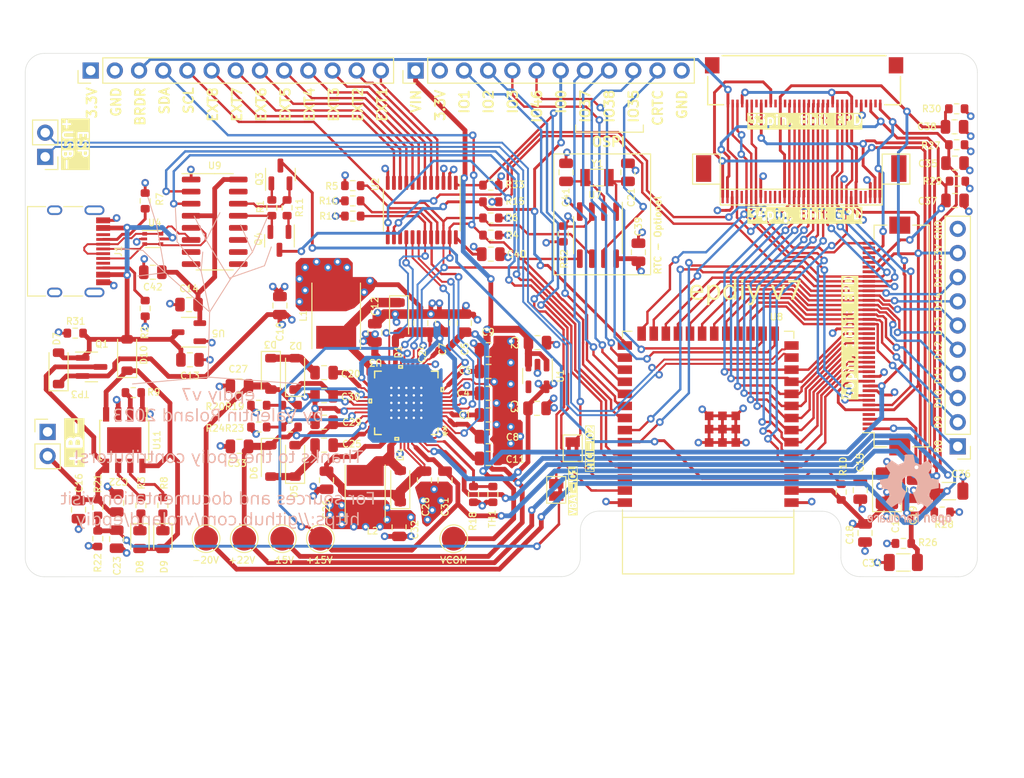
<source format=kicad_pcb>
(kicad_pcb (version 20221018) (generator pcbnew)
  (layers (0 "F.Cu" signal) (1 "In1.Cu" power) (2 "In2.Cu" power) (31 "B.Cu" signal) (34 "B.Paste" user) (35 "F.Paste" user) (36 "B.SilkS" user "B.Silkscreen") (37 "F.SilkS" user "F.Silkscreen") (38 "B.Mask" user) (39 "F.Mask" user) (44 "Edge.Cuts" user))
  (property "git_hash" "Git hash: <1bdea82>")
  (net 0 "")
  (net 1 "GND")
  (net 2 "Net-(U3-INT_LDO)")
  (net 3 "/+22V")
  (net 4 "/-20V")
  (net 5 "/-15V")
  (net 6 "/15V")
  (net 7 "/EN")
  (net 8 "/EP_OE")
  (net 9 "/EP_VCOM")
  (net 10 "/EP_MODE")
  (net 11 "Net-(U3-VREF)")
  (net 12 "/USB_TXD")
  (net 13 "/USB_RXD")
  (net 14 "Net-(D2-A)")
  (net 15 "EPD_VDD")
  (net 16 "/~{RTS}")
  (net 17 "Net-(U3-VEE_DRV)")
  (net 18 "/~{DTR}")
  (net 19 "Net-(U7-OSCI)")
  (net 20 "BAT+")
  (net 21 "VBUS")
  (net 22 "Net-(JP1-B)")
  (net 23 "Net-(D5-K)")
  (net 24 "/UART_3.3V")
  (net 25 "Net-(U3-VDDH_DRV)")
  (net 26 "Net-(D4-K)")
  (net 27 "Net-(D5-A)")
  (net 28 "Net-(D2-K)")
  (net 29 "/EP_STV")
  (net 30 "/VNEG_IN")
  (net 31 "Net-(U7-OSCO)")
  (net 32 "Net-(D1-K)")
  (net 33 "Net-(D4-A)")
  (net 34 "Net-(D8-K)")
  (net 35 "Net-(D10-K)")
  (net 36 "Net-(D9-K)")
  (net 37 "Net-(J1-CC1)")
  (net 39 "Net-(J1-CC2)")
  (net 40 "/SDA")
  (net 42 "/SCL")
  (net 43 "/TPS_PWR_GOOD")
  (net 44 "/TPS_nINT")
  (net 48 "/~{GPIO_INTR}")
  (net 49 "/TPS_WAKEUP")
  (net 50 "/TPS_VCOM_CTRL")
  (net 51 "/TPS_PWRUP")
  (net 52 "VIN")
  (net 53 "/USB_D-")
  (net 54 "/USB_D+")
  (net 55 "3.3V")
  (net 61 "/BORDER")
  (net 62 "/ESP_USB-")
  (net 63 "/ESP_USB+")
  (net 64 "/GPIO_1")
  (net 65 "/GPIO_2")
  (net 66 "/GPIO_46")
  (net 68 "/GPIO_37")
  (net 69 "/GPIO_36")
  (net 70 "/GPIO_35")
  (net 71 "/RTC_CLK")
  (net 72 "/RTC_INT")
  (net 73 "/IO0")
  (net 74 "Net-(Q3-B)")
  (net 75 "Net-(Q4-B)")
  (net 76 "/CKV")
  (net 77 "/XCL")
  (net 78 "/D0")
  (net 79 "/D1")
  (net 80 "/D2")
  (net 81 "/D3")
  (net 82 "/D4")
  (net 83 "/D5")
  (net 84 "/D6")
  (net 85 "/D7")
  (net 86 "/D8")
  (net 87 "/D9")
  (net 88 "/D10")
  (net 89 "/D11")
  (net 90 "/D12")
  (net 91 "/D13")
  (net 92 "/D14")
  (net 93 "/D15")
  (net 94 "/XSTL")
  (net 95 "/LEH")
  (net 96 "Net-(U11-~{STDBY})")
  (net 97 "Net-(U2-A0)")
  (net 98 "Net-(U11-~{CHRG})")
  (net 99 "Net-(U11-PROG)")
  (net 100 "Net-(U3-TS)")
  (net 101 "Net-(U3-VEE_FB)")
  (net 102 "Net-(U3-VDDH_FB)")
  (net 106 "/EXT1")
  (net 107 "/EXT2")
  (net 108 "/EXT3")
  (net 109 "/EXT4")
  (net 110 "/EXT5")
  (net 111 "/EXT6")
  (net 112 "/EXT7")
  (net 113 "/EXT8")
  (net 123 "/GPIO_3")
  (footprint "Resistor_SMD:R_0603_1608Metric" (layer "F.Cu") (at 73.9 25.1)
    (fp_text reference "R15")
    (fp_text value "10k")
  )
  (footprint "MountingHole:MountingHole_2.2mm_M2" (layer "F.Cu") (at 122.5 12)
    (fp_text reference "H1" hide)
    (fp_text value "MountingHole")
  )
  (footprint "Package_TO_SOT_SMD:SOT-23" (layer "F.Cu") (at 51.8 22.225 90)
    (fp_text reference "Q3")
    (fp_text value "MMBT3904")
  )
  (footprint "Resistor_SMD:R_0603_1608Metric" (layer "F.Cu") (at 50.9 25.725 -90)
    (fp_text reference "R1")
    (fp_text value "10k")
  )
  (footprint "Resistor_SMD:R_0603_1608Metric" (layer "F.Cu") (at 52.5 25.725 90)
    (fp_text reference "R11")
    (fp_text value "10k")
  )
  (footprint "Package_TO_SOT_SMD:SOT-23" (layer "F.Cu") (at 51.7 29.2 -90)
    (fp_text reference "Q4")
    (fp_text value "MMBT3904")
  )
  (footprint "Capacitor_SMD:C_0805_2012Metric" (layer "F.Cu") (at 78.75 46.8 180)
    (fp_text reference "C3")
    (fp_text value "10uF")
  )
  (footprint "Capacitor_SMD:C_0805_2012Metric" (layer "F.Cu") (at 34.6 56.75 -90)
    (fp_text reference "C22")
    (fp_text value "100nF")
  )
  (footprint "LED_SMD:LED_0805_2012Metric" (layer "F.Cu") (at 39.458 60.5995 -90)
    (fp_text reference "D9")
    (fp_text value "LED RED")
  )
  (footprint "Resistor_SMD:R_0603_1608Metric" (layer "F.Cu") (at 37.15 57 -90)
    (fp_text reference "R3")
    (fp_text value "1k")
  )
  (footprint "Resistor_SMD:R_0603_1608Metric" (layer "F.Cu") (at 39.458 57 -90)
    (fp_text reference "R8")
    (fp_text value "1k")
  )
  (footprint "LED_SMD:LED_0805_2012Metric" (layer "F.Cu") (at 37.045 60.5995 -90)
    (fp_text reference "D8")
    (fp_text value "LED GREEN")
  )
  (footprint "Capacitor_SMD:C_0805_2012Metric" (layer "F.Cu") (at 113.2 59.9 90)
    (fp_text reference "C18")
    (fp_text value "1uF")
  )
  (footprint "Capacitor_SMD:C_0805_2012Metric" (layer "F.Cu") (at 34.6 60.55 90)
    (fp_text reference "C23")
    (fp_text value "100nF")
  )
  (footprint "Capacitor_SMD:C_0805_2012Metric" (layer "F.Cu") (at 73.66 52.07 180)
    (fp_text reference "C11")
    (fp_text value "4.7uF")
  )
  (footprint "Capacitor_SMD:C_0805_2012Metric" (layer "F.Cu") (at 118.3 55.3 -90)
    (fp_text reference "C19")
    (fp_text value "10uF")
  )
  (footprint "Capacitor_SMD:C_1206_3216Metric" (layer "F.Cu") (at 117.225 63 180)
    (fp_text reference "C34")
    (fp_text value "1uF/50V")
  )
  (footprint "Capacitor_SMD:C_0805_2012Metric" (layer "F.Cu") (at 122.647 21.03)
    (fp_text reference "C35")
    (fp_text value "1uF/25V")
  )
  (footprint "Capacitor_SMD:C_1206_3216Metric" (layer "F.Cu") (at 122 55.5)
    (fp_text reference "C36")
    (fp_text value "1uF/50V")
  )
  (footprint "Capacitor_SMD:C_0805_2012Metric" (layer "F.Cu") (at 122.65 24.957)
    (fp_text reference "C37")
    (fp_text value "1uF/25V")
  )
  (footprint "Resistor_SMD:R_0603_1608Metric" (layer "F.Cu") (at 59.4 23.4 180)
    (fp_text reference "R5")
    (fp_text value "0")
  )
  (footprint "Resistor_SMD:R_0603_1608Metric" (layer "F.Cu") (at 72.0812 55.8466 90)
    (fp_text reference "R18")
    (fp_text value "43k")
  )
  (footprint "Resistor_SMD:R_0603_1608Metric" (layer "F.Cu") (at 117.225 61 180)
    (fp_text reference "R26")
    (fp_text value "47k")
  )
  (footprint "Resistor_SMD:R_0603_1608Metric" (layer "F.Cu") (at 122.825 19.1)
    (fp_text reference "R27")
    (fp_text value "47k")
  )
  (footprint "Resistor_SMD:R_0603_1608Metric" (layer "F.Cu") (at 121.3 57.7)
    (fp_text reference "R28")
    (fp_text value "47k")
  )
  (footprint "Resistor_SMD:R_0603_1608Metric" (layer "F.Cu") (at 122.9 22.925)
    (fp_text reference "R29")
    (fp_text value "47k")
  )
  (footprint "Resistor_SMD:R_0603_1608Metric" (layer "F.Cu") (at 74.1132 55.8466 -90)
    (fp_text reference "TH1")
    (fp_text value "10k/3380K")
  )
  (footprint "Package_SO:TSSOP-24_4.4x7.8mm_P0.65mm" (layer "F.Cu") (at 66.65 25.9625 -90)
    (fp_text reference "U2")
    (fp_text value "PCA9535PW")
  )
  (footprint "Capacitor_SMD:C_0805_2012Metric" (layer "F.Cu") (at 71.12 37.846 -90)
    (fp_text reference "C5")
    (fp_text value "4.7uF")
  )
  (footprint "Capacitor_Tantalum_SMD:CP_EIA-3528-15_AVX-H" (layer "F.Cu") (at 115.5 55.2 90)
    (fp_text reference "C17")
    (fp_text value "100uF")
  )
  (footprint "Capacitor_SMD:C_0805_2012Metric" (layer "F.Cu") (at 73.66 40.64)
    (fp_text reference "C9")
    (fp_text value "10uF")
  )
  (footprint "Resistor_SMD:R_0603_1608Metric" (layer "F.Cu") (at 52.832 46.482 180)
    (fp_text reference "R19")
    (fp_text value "1M")
  )
  (footprint "Inductor_SMD:L_Taiyo-Yuden_NR-40xx_HandSoldering" (layer "F.Cu") (at 60.706 55.753 90)
    (fp_text reference "L2")
    (fp_text value "2.2uH")
  )
  (footprint "Inductor_SMD:L_Taiyo-Yuden_NR-50xx_HandSoldering" (layer "F.Cu") (at 57.658 37.084 90)
    (fp_text reference "L1")
    (fp_text value "4.7uH")
  )
  (footprint "Resistor_SMD:R_0603_1608Metric" (layer "F.Cu") (at 49.53 48.768 180)
    (fp_text reference "R24")
    (fp_text value "47.5k")
  )
  (footprint "Resistor_SMD:R_0603_1608Metric" (layer "F.Cu") (at 52.832 48.768 180)
    (fp_text reference "R23")
    (fp_text value "1M")
  )
  (footprint "Resistor_SMD:R_0603_1608Metric" (layer "F.Cu") (at 49.53 46.482 180)
    (fp_text reference "R20")
    (fp_text value "52.3k")
  )
  (footprint "Capacitor_SMD:C_0805_2012Metric" (layer "F.Cu") (at 64.262 59.309 90)
    (fp_text reference "C32")
    (fp_text value "10uF")
  )
  (footprint "Capacitor_SMD:C_0805_2012Metric" (layer "F.Cu") (at 69.088 54.356 90)
    (fp_text reference "C31")
    (fp_text value "4.7uF")
  )
  (footprint "Capacitor_SMD:C_0805_2012Metric" (layer "F.Cu") (at 56.388 45.466 180)
    (fp_text reference "C30")
    (fp_text value "100nF")
  )
  (footprint "Capacitor_SMD:C_0805_2012Metric" (layer "F.Cu") (at 56.388 48.26)
    (fp_text reference "C29")
    (fp_text value "100nF")
  )
  (footprint "Capacitor_SMD:C_0805_2012Metric" (layer "F.Cu") (at 112.7 55.4 -90)
    (fp_text reference "C15")
    (fp_text value "100nF")
  )
  (footprint "epaper-breakout:TPS651851RSLR" (layer "F.Cu") (at 65.024 46.228 180)
    (fp_text reference "U3")
    (fp_text value "RSL48_4P4X4P4" hide)
  )
  (footprint "Capacitor_SMD:C_0805_2012Metric" (layer "F.Cu") (at 73.66 49.784 180)
    (fp_text reference "C8")
    (fp_text value "4.7uF")
  )
  (footprint "Capacitor_SMD:C_0805_2012Metric" (layer "F.Cu") (at 61.722 38.862 90)
    (fp_text reference "C12")
    (fp_text value "10uF")
  )
  (footprint "Capacitor_SMD:C_0805_2012Metric" (layer "F.Cu") (at 73.66 42.926 180)
    (fp_text reference "C6")
    (fp_text value "22uF")
  )
  (footprint "Diode_SMD:D_SOD-123" (layer "F.Cu") (at 50.8 52.324 -90)
    (fp_text reference "D6")
    (fp_text value "MBR0540")
  )
  (footprint "Diode_SMD:D_SOD-123" (layer "F.Cu") (at 53.34 52.324 90)
    (fp_text reference "D5")
    (fp_text value "MBR0540")
  )
  (footprint "Diode_SMD:D_SOD-123" (layer "F.Cu") (at 50.8 43.18 -90)
    (fp_text reference "D3")
    (fp_text value "MBR0540")
  )
  (footprint "Diode_SMD:D_SOD-123" (layer "F.Cu") (at 53.34 43.18 90)
    (fp_text reference "D2")
    (fp_text value "MBR0540")
  )
  (footprint "Capacitor_SMD:C_0805_2012Metric" (layer "F.Cu") (at 47.498 44.45)
    (fp_text reference "C27")
    (fp_text value "2.2uF")
  )
  (footprint "Capacitor_SMD:C_0805_2012Metric" (layer "F.Cu") (at 66.548 37.846 90)
    (fp_text reference "C24")
    (fp_text value "4.7uF")
  )
  (footprint "Capacitor_SMD:C_0805_2012Metric" (layer "F.Cu") (at 73.66 47.498)
    (fp_text reference "C1")
    (fp_text value "4.7uF")
  )
  (footprint "Capacitor_SMD:C_0805_2012Metric" (layer "F.Cu") (at 56.388 43.053)
    (fp_text reference "C20")
    (fp_text value "10nF")
  )
  (footprint "Capacitor_SMD:C_0805_2012Metric" (layer "F.Cu") (at 68.834 37.846 90)
    (fp_text reference "C7")
    (fp_text value "4.7uF")
  )
  (footprint "Capacitor_SMD:C_0805_2012Metric" (layer "F.Cu") (at 56.388 50.673)
    (fp_text reference "C25")
    (fp_text value "10nF")
  )
  (footprint "Capacitor_SMD:C_0805_2012Metric" (layer "F.Cu") (at 47.498 50.8 180)
    (fp_text reference "C33")
    (fp_text value "2.2uF")
  )
  (footprint "Capacitor_SMD:C_0805_2012Metric" (layer "F.Cu") (at 73.66 45.2247 180)
    (fp_text reference "C4")
    (fp_text value "4.7uF")
  )
  (footprint "Capacitor_SMD:C_0805_2012Metric" (layer "F.Cu") (at 66.929 54.356 90)
    (fp_text reference "C28")
    (fp_text value "4.7uF")
  )
  (footprint "Diode_SMD:D_SOD-123" (layer "F.Cu") (at 64.389 54.991 90)
    (fp_text reference "D4")
    (fp_text value "MBR0540")
  )
  (footprint "Capacitor_SMD:C_0805_2012Metric" (layer "F.Cu") (at 78.8 39.9)
    (fp_text reference "C2")
    (fp_text value "10uF")
  )
  (footprint "Capacitor_SMD:C_0805_2012Metric" (layer "F.Cu") (at 122.6 17.221)
    (fp_text reference "C38")
    (fp_text value "1uF/25V")
  )
  (footprint "Resistor_SMD:R_0603_1608Metric" (layer "F.Cu") (at 122.825 15.321)
    (fp_text reference "R30")
    (fp_text value "100k")
  )
  (footprint "Diode_SMD:D_SOD-123" (layer "F.Cu") (at 64.262 37.338 -90)
    (fp_text reference "D1")
    (fp_text value "MBR0540")
  )
  (footprint "Resistor_SMD:R_0603_1608Metric" (layer "F.Cu") (at 32.621 60.5 -90)
    (fp_text reference "R22")
    (fp_text value "150k")
  )
  (footprint "Resistor_SMD:R_0603_1608Metric" (layer "F.Cu") (at 32.621 57.226 -90)
    (fp_text reference "R21")
    (fp_text value "680k")
  )
  (footprint "Capacitor_SMD:C_0805_2012Metric" (layer "F.Cu") (at 51.75 36 -90)
    (fp_text reference "C10")
    (fp_text value "22uF")
  )
  (footprint "Capacitor_SMD:C_0805_2012Metric" (layer "F.Cu") (at 56.642 54.356 90)
    (fp_text reference "C26")
    (fp_text value "4.7uF")
  )
  (footprint "TestPoint:TestPoint_Pad_D2.5mm" (layer "F.Cu") (at 52 60.5)
    (fp_text reference "TP2" hide)
    (fp_text value "-15V")
  )
  (footprint "TestPoint:TestPoint_Pad_D2.5mm" (layer "F.Cu") (at 44 60.5)
    (fp_text reference "TP3")
    (fp_text value "-20V")
  )
  (footprint "TestPoint:TestPoint_Pad_D2.5mm" (layer "F.Cu") (at 56 60.5)
    (fp_text reference "TP4" hide)
    (fp_text value "+15V")
  )
  (footprint "TestPoint:TestPoint_Pad_D2.5mm" (layer "F.Cu") (at 70 60.5)
    (fp_text reference "TP5" hide)
    (fp_text value "VCOM")
  )
  (footprint "MountingHole:MountingHole_2.2mm_M2" (layer "F.Cu") (at 122.5 62)
    (fp_text reference "H3" hide)
    (fp_text value "MountingHole")
  )
  (footprint "Capacitor_SMD:C_0805_2012Metric" (layer "F.Cu") (at 73.9 30.6)
    (fp_text reference "C40")
    (fp_text value "100nF")
  )
  (footprint "Resistor_SMD:R_0603_1608Metric" (layer "F.Cu") (at 110.7 55.6 -90)
    (fp_text reference "R10")
    (fp_text value "10k")
  )
  (footprint "Resistor_SMD:R_0603_1608Metric" (layer "F.Cu") (at 73.9 28.6 180)
    (fp_text reference "R4")
    (fp_text value "10k")
  )
  (footprint "Resistor_SMD:R_0603_1608Metric" (layer "F.Cu") (at 73.9 26.8 180)
    (fp_text reference "R6")
    (fp_text value "10k")
  )
  (footprint "Resistor_SMD:R_0603_1608Metric" (layer "F.Cu") (at 59.4 26.6)
    (fp_text reference "R14")
    (fp_text value "10k")
  )
  (footprint "Resistor_SMD:R_0603_1608Metric" (layer "F.Cu") (at 59.4 25)
    (fp_text reference "R16")
    (fp_text value "10k")
  )
  (footprint "TestPoint:TestPoint_Pad_D2.5mm" (layer "F.Cu") (at 48 60.5)
    (fp_text reference "TP1" hide)
    (fp_text value "+22V")
  )
  (footprint "epaper-breakout:TP4056_SOP-8-PP" (layer "F.Cu") (at 35.4 50.141 -90)
    (fp_text reference "U11")
    (fp_text value "TP4056")
  )
  (footprint "Diode_SMD:D_SOD-123" (layer "F.Cu") (at 35.7 41.2 90)
    (fp_text reference "D10")
    (fp_text value "1N5817")
  )
  (footprint "Resistor_SMD:R_0603_1608Metric" (layer "F.Cu") (at 36.35 45.15 180)
    (fp_text reference "R9")
    (fp_text value "6.8k")
  )
  (footprint "MountingHole:MountingHole_2.2mm_M2" (layer "F.Cu") (at 27.5 62)
    (fp_text reference "H2" hide)
    (fp_text value "MountingHole")
  )
  (footprint "Connector_PinHeader_2.54mm:PinHeader_1x02_P2.54mm_Vertical" (layer "F.Cu") (at 27.35 49.275)
    (fp_text reference "J5" hide)
    (fp_text value "CONN_BAT")
  )
  (footprint "Package_TO_SOT_SMD:SOT-23-3" (layer "F.Cu") (at 42.2 38.8 180)
    (fp_text reference "U5")
    (fp_text value "XC6206PxxxMR")
  )
  (footprint "Package_TO_SOT_SMD:SOT-666" (layer "F.Cu") (at 38.4 29)
    (fp_text reference "U4")
    (fp_text value "USBLC6-2P6")
  )
  (footprint "Connector_FFC-FPC:Hirose_FH12-40S-0.5SH_1x40-1MP_P0.50mm_Horizontal" (layer "F.Cu") (at 115.45 39.2 90)
    (fp_text reference "U6" hide)
    (fp_text value "ED078KH6")
  )
  (footprint "Capacitor_SMD:C_0805_2012Metric" (layer "F.Cu") (at 38.4 32.5)
    (fp_text reference "C42")
    (fp_text value "100nF")
  )
  (footprint "epaper-breakout:X05A20H34G" (layer "F.Cu") (at 106.5 24.6 180)
    (fp_text reference "U10" hide)
    (fp_text value "ED060XC5")
  )
  (footprint "Package_TO_SOT_SMD:SOT-23" (layer "F.Cu") (at 31.95 42.45)
    (fp_text reference "Q1")
    (fp_text value "AO3401A")
  )
  (footprint "Jumper:SolderJumper-2_P1.3mm_Bridged2Bar_Pad1.0x1.5mm" (layer "F.Cu") (at 80.772 55.372 -90)
    (fp_text reference "JP1" hide)
    (fp_text value "VBAT_GPIO2")
  )
  (footprint "Capacitor_SMD:C_0805_2012Metric" (layer "F.Cu") (at 88.3 22 -90)
    (fp_text reference "C21")
    (fp_text value "12pF")
  )
  (footprint "Connector_PinHeader_2.54mm:PinHeader_1x02_P2.54mm_Vertical" (layer "F.Cu") (at 27.1 20.375 180)
    (fp_text reference "J3" hide)
    (fp_text value "USB_HDR")
  )
  (footprint "Package_SO:SOIC-8_3.9x4.9mm_P1.27mm" (layer "F.Cu") (at 85.15 28.6 -90)
    (fp_text reference "U7")
    (fp_text value "PCF8563T")
  )
  (footprint "Resistor_SMD:R_0603_1608Metric" (layer "F.Cu") (at 37.6 25 90)
    (fp_text reference "R7")
    (fp_text value "5.1k")
  )
  (footprint "Resistor_SMD:R_0603_1608Metric" (layer "F.Cu") (at 30.25 38.9 180)
    (fp_text reference "R31")
    (fp_text value "100k")
  )
  (footprint "Resistor_SMD:R_0603_1608Metric" (layer "F.Cu") (at 73.9 23.35 180)
    (fp_text reference "R33")
    (fp_text value "10k")
  )
  (footprint "Package_TO_SOT_SMD:TSOT-23-5" (layer "F.Cu") (at 78.8 43.4 -90)
    (fp_text reference "U1")
    (fp_text value "RT9080-33GJ5")
  )
  (footprint "epaper-breakout:CONN_ED097OC4" (layer "F.Cu") (at 106.8 17.21675)
    (fp_text reference "J4" hide)
    (fp_text value "XF2M-3315-1A" hide)
  )
  (footprint "Capacitor_SMD:C_0805_2012Metric" (layer "F.Cu") (at 81.8 22 -90)
    (fp_text reference "C41")
    (fp_text value "12pF")
  )
  (footprint "Resistor_SMD:R_0603_1608Metric" (layer "F.Cu") (at 81.5 28.475 -90)
    (fp_text reference "R32")
    (fp_text value "10k")
  )
  (footprint "Capacitor_SMD:C_0805_2012Metric" (layer "F.Cu") (at 42.3 41.7 180)
    (fp_text reference "C13")
    (fp_text value "1uF")
  )
  (footprint "Capacitor_SMD:C_0805_2012Metric" (layer "F.Cu") (at 30.6 57.45 90)
    (fp_text reference "C16")
    (fp_text value "10uF")
  )
  (footprint "Jumper:SolderJumper-2_P1.3mm_Bridged2Bar_Pad1.0x1.5mm" (layer "F.Cu") (at 82.5 51 -90)
    (fp_text reference "JP2" hide)
    (fp_text value "RTCINT_GPIO1")
  )
  (footprint "Connector_PinHeader_2.54mm:PinHeader_1x10_P2.54mm_Vertical" (layer "F.Cu") (at 122.936 50.8 180)
    (fp_text reference "J6" hide)
    (fp_text value "8BIT_HEADER")
  )
  (footprint "Resistor_SMD:R_0603_1608Metric" (layer "F.Cu") (at 37.6 36.3 -90)
    (fp_text reference "R2")
    (fp_text value "5.1k")
  )
  (footprint "Connector_PinHeader_2.54mm:PinHeader_1x12_P2.54mm_Vertical" (layer "F.Cu") (at 66 11.3 90)
    (fp_text reference "J7" hide)
    (fp_text value "ESP_HDR")
  )
  (footprint "Espressif:ESP32-S3-WROOM-1" (layer "F.Cu") (at 96.725 48.45 180)
    (fp_text reference "U8")
    (fp_text value "ESP32-S3-WROOM-1")
  )
  (footprint "Connector_PinHeader_2.54mm:PinHeader_1x13_P2.54mm_Vertical" (layer "F.Cu") (at 31.875 11.3 90)
    (fp_text reference "J2" hide)
    (fp_text value "EXTENSION_HEADER")
  )
  (footprint "MountingHole:MountingHole_2.2mm_M2" (layer "F.Cu") (at 27.5 12)
    (fp_text reference "H4" hide)
    (fp_text value "MountingHole")
  )
  (footprint "Capacitor_SMD:C_0805_2012Metric" (layer "F.Cu") (at 89.4 30.4 -90)
    (fp_text reference "C39")
    (fp_text value "100nF")
  )
  (footprint "Package_SO:SOIC-16_3.9x9.9mm_P1.27mm" (layer "F.Cu") (at 44.9 27.2)
    (fp_text reference "U9")
    (fp_text value "CH340C")
  )
  (footprint "Connector_USB:USB_C_Receptacle_HRO_TYPE-C-31-M-12" (layer "F.Cu") (at 29.14 30.3 -90)
    (fp_text reference "J1")
    (fp_text value "USB_C_Receptacle_USB2.0")
  )
  (footprint "Capacitor_SMD:C_0805_2012Metric" (layer "F.Cu") (at 42.2 35.9)
    (fp_text reference "C14")
    (fp_text value "1uF")
  )
  (footprint "Diode_SMD:D_SOD-123" (layer "F.Cu") (at 28.5 42.6 90)
    (fp_text reference "D7")
    (fp_text value "MBR0540")
  )
  (footprint "Crystal:Crystal_SMD_3215-2Pin_3.2x1.5mm" (layer "F.Cu") (at 85.05 22.55)
    (fp_text reference "Y1")
    (fp_text value "32.768K")
  )
  (footprint "Symbol:OSHW-Logo2_9.8x8mm_SilkScreen" (layer "B.Cu") (at 117.856 55.372 180)
    (fp_text reference "REF**" hide)
    (fp_text value "OSHW-Logo2_9.8x8mm_SilkScreen" hide)
  )
  (gr_line (start 46.528002 33.257997) (end 44.008004 29.118001) (stroke (width 0.1)) (layer "B.SilkS"))
  (gr_line (start 48.868 30.378) (end 50.487998 26.598003) (stroke (width 0.1)) (layer "B.SilkS"))
  (gr_line (start 38.788009 27.498002) (end 37.88801 24.618005) (stroke (width 0.1)) (layer "B.SilkS"))
  (gr_line (start 43.468005 32.357998) (end 40.948007 29.298001) (stroke (width 0.1)) (layer "B.SilkS"))
  (gr_line (start 50.127999 31.817998) (end 50.847998 29.838) (stroke (width 0.1)) (layer "B.SilkS"))
  (gr_line (start 39.688008 32.537998) (end 38.788009 27.498002) (stroke (width 0.1)) (layer "B.SilkS"))
  (gr_line (start 46.528002 33.077997) (end 50.127999 31.817998) (stroke (width 0.1)) (layer "B.SilkS"))
  (gr_line (start 44.188004 43.517987) (end 44.368004 36.677994) (stroke (width 0.1)) (layer "B.SilkS"))
  (gr_line (start 39.688008 32.537998) (end 36.808011 32.897997) (stroke (width 0.1)) (layer "B.SilkS"))
  (gr_line (start 40.948007 29.298001) (end 40.768007 25.698004) (stroke (width 0.1)) (layer "B.SilkS"))
  (gr_line (start 44.368004 36.677994) (end 39.688008 32.537998) (stroke (width 0.1)) (layer "B.SilkS"))
  (gr_line (start 48.868 30.378) (end 47.608001 27.498002) (stroke (width 0.1)) (layer "B.SilkS"))
  (gr_line (start 37.34801 30.198) (end 35.008012 30.018) (stroke (width 0.1)) (layer "B.SilkS"))
  (gr_line (start 44.008004 29.118001) (end 42.748005 26.598003) (stroke (width 0.1)) (layer "B.SilkS"))
  (gr_line (start 46.528002 33.257997) (end 48.868 30.378) (stroke (width 0.1)) (layer "B.SilkS"))
  (gr_line (start 44.188004 43.517987) (end 36.268011 44.237987) (stroke (width 0.1)) (layer "B.SilkS"))
  (gr_line (start 39.688008 32.537998) (end 37.34801 30.198) (stroke (width 0.1)) (layer "B.SilkS"))
  (gr_line (start 44.008004 29.118001) (end 45.448003 26.238003) (stroke (width 0.1)) (layer "B.SilkS"))
  (gr_line (start 43.468005 32.357998) (end 43.648005 30.378) (stroke (width 0.1)) (layer "B.SilkS"))
  (gr_line (start 44.368004 36.677994) (end 43.468005 32.357998) (stroke (width 0.1)) (layer "B.SilkS"))
  (gr_line (start 44.188004 43.517987) (end 53.907995 44.237987) (stroke (width 0.1)) (layer "B.SilkS"))
  (gr_line (start 44.368004 36.677994) (end 46.528002 33.257997) (stroke (width 0.1)) (layer "B.SilkS"))
  (gr_line (start 89.916 17.78) (end 89.916 17.018) (stroke (width 0.12)) (layer "F.SilkS"))
  (gr_line (start 80.518 32.766) (end 80.518 20.066) (stroke (width 0.12)) (layer "F.SilkS"))
  (gr_line (start 90.17 20.066) (end 90.678 20.066) (stroke (width 0.12)) (layer "F.SilkS"))
  (gr_line (start 89.662 17.78) (end 89.916 17.78) (stroke (width 0.12)) (layer "F.SilkS"))
  (gr_line (start 82.804 17.78) (end 89.662 17.78) (stroke (width 0.12)) (layer "F.SilkS"))
  (gr_line (start 82.804 17.018) (end 82.804 17.78) (stroke (width 0.12)) (layer "F.SilkS"))
  (gr_line (start 90.678 32.766) (end 80.518 32.766) (stroke (width 0.12)) (layer "F.SilkS"))
  (gr_line (start 90.678 20.066) (end 90.678 32.766) (stroke (width 0.12)) (layer "F.SilkS"))
  (gr_line (start 80.518 20.066) (end 90.17 20.066) (stroke (width 0.12)) (layer "F.SilkS"))
  (gr_line (start 25 62.5) (end 25 11.5) (stroke (width 0.05)) (layer "Edge.Cuts"))
  (gr_line (start 27 64.5) (end 81.3 64.485786) (stroke (width 0.05)) (layer "Edge.Cuts"))
  (gr_line (start 125 11.5) (end 125 62.5) (stroke (width 0.05)) (layer "Edge.Cuts"))
  (gr_line (start 27 9.5) (end 123 9.5) (stroke (width 0.05)) (layer "Edge.Cuts"))
  (gr_arc (start 25 11.5) (mid 25.585786 10.085786) (end 27 9.5) (stroke (width 0.05)) (layer "Edge.Cuts"))
  (gr_arc (start 83.3 59.6) (mid 83.885782 58.185782) (end 85.3 57.6) (stroke (width 0.05)) (layer "Edge.Cuts"))
  (gr_line (start 83.3 62.485786) (end 83.3 59.6) (stroke (width 0.05)) (layer "Edge.Cuts"))
  (gr_arc (start 83.3 62.485786) (mid 82.714218 63.900004) (end 81.3 64.485786) (stroke (width 0.05)) (layer "Edge.Cuts"))
  (gr_arc (start 112.666214 64.485786) (mid 111.251996 63.900004) (end 110.666214 62.485786) (stroke (width 0.05)) (layer "Edge.Cuts"))
  (gr_line (start 88.7 57.6) (end 85.3 57.6) (stroke (width 0.05)) (layer "Edge.Cuts"))
  (gr_arc (start 123 9.5) (mid 124.414214 10.085786) (end 125 11.5) (stroke (width 0.05)) (layer "Edge.Cuts"))
  (gr_arc (start 27 64.5) (mid 25.585786 63.914214) (end 25 62.5) (stroke (width 0.05)) (layer "Edge.Cuts"))
  (gr_line (start 110.666214 62.485786) (end 110.685791 59.614213) (stroke (width 0.05)) (layer "Edge.Cuts"))
  (gr_arc (start 125 62.5) (mid 124.414214 63.914214) (end 123 64.5) (stroke (width 0.05)) (layer "Edge.Cuts"))
  (gr_line (start 112.666214 64.485786) (end 123 64.5) (stroke (width 0.05)) (layer "Edge.Cuts"))
  (gr_arc (start 108.685791 57.614213) (mid 110.1 58.2) (end 110.685791 59.614213) (stroke (width 0.05)) (layer "Edge.Cuts"))
  (gr_line (start 108.685791 57.614213) (end 88.7 57.6) (stroke (width 0.05)) (layer "Edge.Cuts"))
  (gr_text "epdiy v7\nby Valentin Roland 2023\n\nThanks to the epdiy contributors!\n\nFor sources and documentation visit\nhttps://github.com/vroland/epdiy" (at 45.25 52) (layer "B.SilkS") (effects (font (size 1.3 1.3)) (justify mirror)))
  (gr_text "+B-" (at 30.226 50.4 90) (layer "F.SilkS" knockout) (effects (font (size 1.5 1.5) (thickness 0.3))))
  (gr_text "EXT4" (at 54.864 12.954 90) (layer "F.SilkS") (effects (font (size 1 1) (thickness 0.2)) (justify right)))
  (gr_text "EXT8" (at 44.704 12.954 90) (layer "F.SilkS") (effects (font (size 1 1) (thickness 0.2)) (justify right)))
  (gr_text "VIN" (at 66.04 13.208 90) (layer "F.SilkS") (effects (font (size 1 1) (thickness 0.2)) (justify right)))
  (gr_text "VBAT-IO1" (at 82.55 52.832 90) (layer "F.SilkS" knockout) (effects (font (size 0.7 0.7)) (justify right)))
  (gr_text "SCL" (at 42.164 12.954 90) (layer "F.SilkS") (effects (font (size 1 1) (thickness 0.2)) (justify right)))
  (gr_text "EXT3" (at 57.404 12.954 90) (layer "F.SilkS") (effects (font (size 1 1) (thickness 0.2)) (justify right)))
  (gr_text "IO46" (at 78.74 13.208 90) (layer "F.SilkS") (effects (font (size 1 1) (thickness 0.2)) (justify right)))
  (gr_text "EXT5" (at 52.324 12.954 90) (layer "F.SilkS") (effects (font (size 1 1) (thickness 0.2)) (justify right)))
  (gr_text "ESP\n+USB-" (at 30.226 19.05 270) (layer "F.SilkS" knockout) (effects (font (size 1 1) (thickness 0.2))))
  (gr_text "EXT7" (at 47.244 12.954 90) (layer "F.SilkS") (effects (font (size 1 1) (thickness 0.2)) (justify right)))
  (gr_text "D15" (at 120.904 32.004 90) (layer "F.SilkS") (effects (font (size 0.7 0.7) (thickness 0.12) bold) (justify right)))
  (gr_text "IO1" (at 71.12 13.208 90) (layer "F.SilkS") (effects (font (size 1 1) (thickness 0.2)) (justify right)))
  (gr_text "40pin, 16bit EPD" (at 111.506 32.766 90) (layer "F.SilkS" knockout) (effects (font (size 1 1) (thickness 0.2)) (justify right)))
  (gr_text "RTCI-IO2" (at 84.328 48.514 90) (layer "F.SilkS" knockout) (effects (font (size 0.7 0.7)) (justify right)))
  (gr_text "D8" (at 120.904 50.038 90) (layer "F.SilkS") (effects (font (size 0.7 0.7) (thickness 0.12) bold) (justify right)))
  (gr_text "GND" (at 120.904 26.924 90) (layer "F.SilkS") (effects (font (size 0.7 0.7) (thickness 0.12) bold) (justify right)))
  (gr_text "EXT2" (at 59.944 12.954 90) (layer "F.SilkS") (effects (font (size 1 1) (thickness 0.2)) (justify right)))
  (gr_text "GND" (at 34.544 12.954 90) (layer "F.SilkS") (effects (font (size 1 1) (thickness 0.2)) (justify right)))
  (gr_text "33pin, 8bit EPD" (at 113.03 16.51) (layer "F.SilkS" knockout) (effects (font (size 1 1) (thickness 0.2)) (justify right)))
  (gr_text "SDA" (at 39.624 12.954 90) (layer "F.SilkS") (effects (font (size 1 1) (thickness 0.2)) (justify right)))
  (gr_text "CRTC" (at 91.44 13.208 90) (layer "F.SilkS") (effects (font (size 1 1) (thickness 0.2)) (justify right)))
  (gr_text "EXT1" (at 62.484 12.954 90) (layer "F.SilkS") (effects (font (size 1 1) (thickness 0.2)) (justify right)))
  (gr_text "D13" (at 120.904 37.084 90) (layer "F.SilkS") (effects (font (size 0.7 0.7) (thickness 0.12) bold) (justify right)))
  (gr_text "D10" (at 120.904 44.704 90) (layer "F.SilkS") (effects (font (size 0.7 0.7) (thickness 0.12) bold) (justify right)))
  (gr_text "IO3" (at 76.2 13.208 90) (layer "F.SilkS") (effects (font (size 1 1) (thickness 0.2)) (justify right)))
  (gr_text "IO38" (at 86.36 13.208 90) (layer "F.SilkS") (effects (font (size 1 1) (thickness 0.2)) (justify right)))
  (gr_text "D14" (at 120.904 34.544 90) (layer "F.SilkS") (effects (font (size 0.7 0.7) (thickness 0.12) bold) (justify right)))
  (gr_text "IO0" (at 81.28 13.208 90) (layer "F.SilkS") (effects (font (size 1 1) (thickness 0.2)) (justify right)))
  (gr_text "GND" (at 93.98 13.208 90) (layer "F.SilkS") (effects (font (size 1 1) (thickness 0.2)) (justify right)))
  (gr_text "IO2" (at 73.66 13.208 90) (layer "F.SilkS") (effects (font (size 1 1) (thickness 0.2)) (justify right)))
  (gr_text "3.3V" (at 68.58 13.208 90) (layer "F.SilkS") (effects (font (size 1 1) (thickness 0.2)) (justify right)))
  (gr_text "RTC - Optional" (at 91.44 24.384 90) (layer "F.SilkS") (effects (font (size 0.7 0.7)) (justify right)))
  (gr_text "3.3V" (at 120.904 29.464 90) (layer "F.SilkS") (effects (font (size 0.7 0.7) (thickness 0.12) bold) (justify right)))
  (gr_text "34pin, 8bit EPD" (at 113.03 26.416) (layer "F.SilkS" knockout) (effects (font (size 1 1) (thickness 0.2)) (justify right)))
  (gr_text "3.3V" (at 32.004 12.954 90) (layer "F.SilkS") (effects (font (size 1 1) (thickness 0.2)) (justify right)))
  (gr_text "OSPI" (at 88.138 18.796) (layer "F.SilkS") (effects (font (size 1 1) (thickness 0.2)) (justify right)))
  (gr_text "EXT6" (at 49.784 12.954 90) (layer "F.SilkS") (effects (font (size 1 1) (thickness 0.2)) (justify right)))
  (gr_text "D11" (at 120.904 42.164 90) (layer "F.SilkS") (effects (font (size 0.7 0.7) (thickness 0.12) bold) (justify right)))
  (gr_text "IO37" (at 83.82 13.208 90) (layer "F.SilkS") (effects (font (size 1 1) (thickness 0.2)) (justify right)))
  (gr_text "D9" (at 120.904 47.498 90) (layer "F.SilkS") (effects (font (size 0.7 0.7) (thickness 0.12) bold) (justify right)))
  (gr_text "epdiy v7" (at 106.68 34.544) (layer "F.SilkS") (effects (font (size 2 2) (thickness 0.3)) (justify right)))
  (gr_text "IO35" (at 88.9 13.208 90) (layer "F.SilkS") (effects (font (size 1 1) (thickness 0.2)) (justify right)))
  (gr_text "D12" (at 120.904 39.624 90) (layer "F.SilkS") (effects (font (size 0.7 0.7) (thickness 0.12) bold) (justify right)))
  (gr_text "BRDR\n" (at 37.084 12.954 90) (layer "F.SilkS") (effects (font (size 1 1) (thickness 0.2)) (justify right)))
  (segment (start 63.854 36.896) (end 67.604 36.896) (width 1) (layer "F.Cu") (net 1))
  (segment (start 67.604 36.896) (end 71.12 36.896) (width 1) (layer "F.Cu") (net 1))
  (segment (start 67.944 55.306) (end 69.088 55.306) (width 0.5) (layer "F.Cu") (net 1))
  (segment (start 66.548 36.185998) (end 66.548 36.896) (width 0.5) (layer "F.Cu") (net 1))
  (segment (start 99.625 50.39) (end 100.69 50.39) (width 0.3) (layer "F.Cu") (net 1))
  (segment (start 118.3 56.25) (end 118.3 55.4095) (width 0.3) (layer "F.Cu") (net 1))
  (segment (start 123.475 55.5) (end 123.475 54.025) (width 0.3) (layer "F.Cu") (net 1))
  (segment (start 67.287999 42.164) (end 68.072 42.164) (width 0.2) (layer "F.Cu") (net 1))
  (segment (start 56.642 55.306) (end 55.944 55.306) (width 0.5) (layer "F.Cu") (net 1))
  (segment (start 98.605908 25.99) (end 98.597954 25.997954) (width 0.3) (layer "F.Cu") (net 1))
  (segment (start 111.75 24.6) (end 111.75 25.75) (width 0.3) (layer "F.Cu") (net 1))
  (segment (start 66.929 55.306) (end 66.929 56.321) (width 0.5) (layer "F.Cu") (net 1))
  (segment (start 98.597954 25.997954) (end 98.595908 26) (width 0.3) (layer "F.Cu") (net 1))
  (segment (start 66.823999 43.253) (end 66.823999 42.628) (width 0.2) (layer "F.Cu") (net 1))
  (segment (start 102.25 24.6) (end 102.25 22.65) (width 0.3) (layer "F.Cu") (net 1))
  (segment (start 123.65 19.15) (end 124.3 19.8) (width 0.3) (layer "F.Cu") (net 1))
  (segment (start 67.224001 49.686872) (end 67.448129 49.911) (width 0.2) (layer "F.Cu") (net 1))
  (segment (start 79.75 39.9) (end 80.6 39.9) (width 0.3) (layer "F.Cu") (net 1))
  (segment (start 33.185 27.05) (end 34.35 27.05) (width 0.3) (layer "F.Cu") (net 1))
  (segment (start 37.45 31.15) (end 37.5 31.1) (width 0.3) (layer "F.Cu") (net 1))
  (segment (start 115.75 63) (end 114.5 63) (width 0.3) (layer "F.Cu") (net 1))
  (segment (start 71.12 36.896) (end 72.104 36.896) (width 0.5) (layer "F.Cu") (net 1))
  (segment (start 48.705 48.768) (end 48.705 48.955) (width 0.5) (layer "F.Cu") (net 1))
  (segment (start 107.49 56.71) (end 107.6 56.6) (width 0.3) (layer "F.Cu") (net 1))
  (segment (start 45.55 50.8) (end 45.5 50.75) (width 0.5) (layer "F.Cu") (net 1))
  (segment (start 72.6316 56.6716) (end 73 57.04) (width 0.5) (layer "F.Cu") (net 1))
  (segment (start 31.725 61.325) (end 31.65 61.25) (width 0.5) (layer "F.Cu") (net 1))
  (segment (start 61.2 33.4) (end 61.61001 33.81001) (width 0.5) (layer "F.Cu") (net 1))
  (segment (start 51.75 35.05) (end 51.75 34.75) (width 0.5) (layer "F.Cu") (net 1))
  (segment (start 79.7 46.8) (end 80.49 46.8) (width 0.5) (layer "F.Cu") (net 1))
  (segment (start 34.45 55.8) (end 33.65 55) (width 0.5) (layer "F.Cu") (net 1))
  (segment (start 112.799998 15.899998) (end 112.9 16) (width 0.3) (layer "F.Cu") (net 1))
  (segment (start 86.11 56.71) (end 86 56.6) (width 0.3) (layer "F.Cu") (net 1))
  (segment (start 67.448129 49.911) (end 68.072 49.911) (width 0.2) (layer "F.Cu") (net 1))
  (segment (start 64.262 60.259) (end 62.759 60.259) (width 0.5) (layer "F.Cu") (net 1))
  (segment (start 58.763181 46.827999) (end 58.496777 47.094403) (width 0.2) (layer "F.Cu") (net 1))
  (segment (start 96.825 48.99) (end 99.625 48.99) (width 0.3) (layer "F.Cu") (net 1))
  (segment (start 74.85 30.6) (end 75.371485 30.6) (width 0.3) (layer "F.Cu") (net 1))
  (segment (start 55.438 48.26) (end 55.438 46.812) (width 0.5) (layer "F.Cu") (net 1))
  (segment (start 123.55 17.45) (end 124.3 18.2) (width 0.3) (layer "F.Cu") (net 1))
  (segment (start 96.825 50.39) (end 96.825 47.59) (width 0.3) (layer "F.Cu") (net 1))
  (segment (start 96.825 47.59) (end 99.625 47.59) (width 0.3) (layer "F.Cu") (net 1))
  (segment (start 100.69 50.39) (end 100.7 50.4) (width 0.3) (layer "F.Cu") (net 1))
  (segment (start 89.4 29.45) (end 89.4 28.7) (width 0.3) (layer "F.Cu") (net 1))
  (segment (start 98.225 50.39) (end 98.225 47.59) (width 0.3) (layer "F.Cu") (net 1))
  (segment (start 55.438 45.466) (end 54.534785 45.466) (width 0.5) (layer "F.Cu") (net 1))
  (segment (start 64.434009 49.213008) (end 64.434009 51.517935) (width 0.2) (layer "F.Cu") (net 1))
  (segment (start 123.725 23.225) (end 124.2 23.7) (width 0.3) (layer "F.Cu") (net 1))
  (segment (start 43.3375 39.75) (end 44.45 39.75) (width 0.3) (layer "F.Cu") (net 1))
  (segment (start 58.575 22.325) (end 58.6 22.3) (width 0.3) (layer "F.Cu") (net 1))
  (segment (start 69.088 56.070999) (end 68.658999 56.5) (width 0.5) (layer "F.Cu") (net 1))
  (segment (start 42.425 21.725) (end 42.4 21.7) (width 0.3) (layer "F.Cu") (net 1))
  (segment (start 66.929 56.321) (end 66.75 56.5) (width 0.5) (layer "F.Cu") (net 1))
  (segment (start 71.12 36.18) (end 71.12 36.896) (width 0.5) (layer "F.Cu") (net 1))
  (segment (start 54.534785 45.466) (end 54.396686 45.604099) (width 0.5) (layer "F.Cu") (net 1))
  (segment (start 95.71 50.39) (end 95.7 50.4) (width 0.3) (layer "F.Cu") (net 1))
  (segment (start 68.925 21.6345) (end 68.9595 21.6) (width 0.3) (layer "F.Cu") (net 1))
  (segment (start 68.5 36.562) (end 68.834 36.896) (width 0.5) (layer "F.Cu") (net 1))
  (segment (start 34.6 55.8) (end 34.45 55.8) (width 0.5) (layer "F.Cu") (net 1))
  (segment (start 73 57.04) (end 73.0532 57.04) (width 0.5) (layer "F.Cu") (net 1))
  (segment (start 51.75 34.75) (end 51 34) (width 0.5) (layer "F.Cu") (net 1))
  (segment (start 112.7 57.2) (end 112.9 57.4) (width 0.3) (layer "F.Cu") (net 1))
  (segment (start 70.827737 44.402) (end 71.374 44.402) (width 0.2) (layer "F.Cu") (net 1))
  (segment (start 73.0532 57.04) (end 73.4216 56.6716) (width 0.5) (layer "F.Cu") (net 1))
  (segment (start 115.5 54.247055) (end 114.771491 54.975564) (width 0.3) (layer "F.Cu") (net 1))
  (segment (start 88.3 21.05) (end 88.35 21.05) (width 0.3) (layer "F.Cu") (net 1))
  (segment (start 123.65 15.45) (end 124.3 16.1) (width 0.3) (layer "F.Cu") (net 1))
  (segment (start 102.25 22.65) (end 102.5 22.4) (width 0.3) (layer "F.Cu") (net 1))
  (segment (start 115.5 52.4) (end 115.5 53.6625) (width 0.3) (layer "F.Cu") (net 1))
  (segment (start 55.944 55.306) (end 55.25 56) (width 0.5) (layer "F.Cu") (net 1))
  (segment (start 66.929 55.306) (end 67.944 55.306) (width 0.5) (layer "F.Cu") (net 1))
  (segment (start 55.438 46.812) (end 55.438 45.466) (width 0.5) (layer "F.Cu") (net 1))
  (segment (start 41.25 35.9) (end 40.3 35.9) (width 0.3) (layer "F.Cu") (net 1))
  (segment (start 75.371485 30.6) (end 75.7055 30.934015) (width 0.3) (layer "F.Cu") (net 1))
  (segment (start 61.722 37.059068) (end 62.015534 36.765534) (width 0.5) (layer "F.Cu") (net 1))
  (segment (start 48.705 46.482) (end 48.705 46.705) (width 0.5) (layer "F.Cu") (net 1))
  (segment (start 51.75 34.5) (end 52.25 34) (width 0.5) (layer "F.Cu") (net 1))
  (segment (start 99.625 50.39) (end 96.825 50.39) (width 0.3) (layer "F.Cu") (net 1))
  (segment (start 71.12 36.896) (end 71.896 36.896) (width 0.5) (layer "F.Cu") (net 1))
  (segment (start 34.6 61.5) (end 35.15 61.5) (width 0.5) (layer "F.Cu") (net 1))
  (segment (start 48.705 48.955) (end 49.25 49.5) (width 0.5) (layer "F.Cu") (net 1))
  (segment (start 61.722 37.912) (end 62.738 36.896) (width 1) (layer "F.Cu") (net 1))
  (segment (start 79.7 46.8) (end 79.7 46.55) (width 0.5) (layer "F.Cu") (net 1))
  (segment (start 68.925 23.1) (end 68.925 21.6345) (width 0.3) (layer "F.Cu") (net 1))
  (segment (start 69.575 23.1) (end 69.575 22.125) (width 0.3) (layer "F.Cu") (net 1))
  (segment (start 110.75 22.95) (end 111 22.7) (width 0.25) (layer "F.Cu") (net 1))
  (segment (start 69.088 55.306) (end 69.088 56.070999) (width 0.5) (layer "F.Cu") (net 1))
  (segment (start 33.95 33.55) (end 34.3 33.9) (width 0.3) (layer "F.Cu") (net 1))
  (segment (start 71.896 36.896) (end 72.5 37.5) (width 0.5) (layer "F.Cu") (net 1))
  (segment (start 62.738 36.896) (end 63.854 36.896) (width 1) (layer "F.Cu") (net 1))
  (segment (start 88.35 21.05) (end 89.1 21.8) (width 0.3) (layer "F.Cu") (net 1))
  (segment (start 123.597 21.197) (end 124.2 21.8) (width 0.3) (layer "F.Cu") (net 1))
  (segment (start 37.016594 29) (end 36.708582 29.308012) (width 0.2) (layer "F.Cu") (net 1))
  (segment (start 63.075 23.1) (end 63.075 21.875) (width 0.3) (layer "F.Cu") (net 1))
  (segment (start 67.604 35.896) (end 67.75 35.75) (width 0.5) (layer "F.Cu") (net 1))
  (segment (start 105.475 56.71) (end 107.49 56.71) (width 0.3) (layer "F.Cu") (net 1))
  (segment (start 67.999 45.628001) (end 69.601736 45.628001) (width 0.2) (layer "F.Cu") (net 1))
  (segment (start 122.125 57.7) (end 123.1 57.7) (width 0.3) (layer "F.Cu") (net 1))
  (segment (start 87.975 56.71) (end 86.11 56.71) (width 0.3) (layer "F.Cu") (net 1))
  (segment (start 61.61001 33.81001) (end 64.172012 33.81001) (width 0.5) (layer "F.Cu") (net 1))
  (segment (start 123.6 24.957) (end 123.6 25.6) (width 0.3) (layer "F.Cu") (net 1))
  (segment (start 89.4 28.7) (end 89.8 28.3) (width 0.3) (layer "F.Cu") (net 1))
  (segment (start 64.434009 51.517935) (end 64.367281 51.584663) (width 0.2) (layer "F.Cu") (net 1))
  (segment (start 37.305 45.28) (end 37.175 45.15) (width 0.5) (layer "F.Cu") (net 1))
  (segment (start 29.425 38.9) (end 28.6 38.9) (width 0.3) (layer "F.Cu") (net 1))
  (segment (start 37.305 47.441) (end 37.305 45.28) (width 0.5) (layer "F.Cu") (net 1))
  (segment (start 42.425 22.755) (end 42.425 21.725) (width 0.3) (layer "F.Cu") (net 1))
  (segment (start 113.6 44.95) (end 114.45 44.95) (width 0.3) (layer "F.Cu") (net 1))
  (segment (start 99.25 24.6) (end 99.25 25.74) (width 0.3) (layer "F.Cu") (net 1))
  (segment (start 123.65 19.1) (end 123.65 19.15) (width 0.3) (layer "F.Cu") (net 1))
  (segment (start 113.75 24.6) (end 113.75 23.15) (width 0.3) (layer "F.Cu") (net 1))
  (segment (start 116.4 61) (end 115.5 61) (width 0.3) (layer "F.Cu") (net 1))
  (segment (start 67.604 36.896) (end 67.604 35.896) (width 0.5) (layer "F.Cu") (net 1))
  (segment (start 123.55 17.221) (end 123.55 17.45) (width 0.3) (layer "F.Cu") (net 1))
  (segment (start 64.424001 49.203) (end 64.434009 49.213008) (width 0.2) (layer "F.Cu") (net 1))
  (segment (start 113.75 23.15) (end 113.4 22.8) (width 0.3) (layer "F.Cu") (net 1))
  (segment (start 80.6 39.9) (end 80.8 40.1) (width 0.3) (layer "F.Cu") (net 1))
  (segment (start 113.2 60.85) (end 113.2 61.8) (width 0.3) (layer "F.Cu") (net 1))
  (segment (start 110.75 24.6) (end 110.75 22.95) (width 0.25) (layer "F.Cu") (net 1))
  (segment (start 70.576992 46.438008) (end 70.993 46.022) (width 0.2) (layer "F.Cu") (net 1))
  (segment (start 100.4 46.8) (end 99.625 47.575) (width 0.3) (layer "F.Cu") (net 1))
  (segment (start 116 45.4) (end 116.3 45.1) (width 0.3) (layer "F.Cu") (net 1))
  (segment (start 62.049 46.827999) (end 58.763181 46.827999) (width 0.2) (layer "F.Cu") (net 1))
  (segment (start 123.597 21.03) (end 123.597 21.197) (width 0.3) (layer "F.Cu") (net 1))
  (segment (start 83.245 26.125) (end 83.1205 26.125) (width 0.3) (layer "F.Cu") (net 1))
  (segment (start 115.5 53.6625) (end 115.5 54.247055) (width 0.3) (layer "F.Cu") (net 1))
  (segment (start 71.3 36) (end 71.12 36.18) (width 0.5) (layer "F.Cu") (net 1))
  (segment (start 37.6 24.175) (end 37.6 23.1) (width 0.3) (layer "F.Cu") (net 1))
  (segment (start 74.1132 56.6716) (end 73.4216 56.6716) (width 0.5) (layer "F.Cu") (net 1))
  (segment (start 81.8 21.05) (end 81.8 20) (width 0.3) (layer "F.Cu") (net 1))
  (segment (start 30.6 58.4) (end 30.6 59.5) (width 0.3) (layer "F.Cu") (net 1))
  (segment (start 44.45 39.75) (end 44.6 39.9) (width 0.3) (layer "F.Cu") (net 1))
  (segment (start 51.75 35.05) (end 51.75 34.5) (width 0.5) (layer "F.Cu") (net 1))
  (segment (start 111.75 25.75) (end 113 27) (width 0.3) (layer "F.Cu") (net 1))
  (segment (start 123.725 22.925) (end 123.725 23.225) (width 0.3) (layer "F.Cu") (net 1))
  (segment (start 66.823999 42.628) (end 67.287999 42.164) (width 0.2) (layer "F.Cu") (net 1))
  (segment (start 99 25.99) (end 98.605908 25.99) (width 0.3) (layer "F.Cu") (net 1))
  (segment (start 68.072 49.911) (end 68.451743 49.531257) (width 0.2) (layer "F.Cu") (net 1))
  (segment (start 99.625 47.59) (end 99.625 50.39) (width 0.3) (layer "F.Cu") (net 1))
  (segment (start 114.9 45.4) (end 116 45.4) (width 0.3) (layer "F.Cu") (net 1))
  (segment (start 123.65 15.321) (end 123.65 15.45) (width 0.3) (layer "F.Cu") (net 1))
  (segment (start 80.49 46.8) (end 80.54 46.75) (width 0.5) (layer "F.Cu") (net 1))
  (segment (start 96.135 46.9) (end 96.825 47.59) (width 0.3) (layer "F.Cu") (net 1))
  (segment (start 61.722 37.912) (end 61.722 37.059068) (width 0.5) (layer "F.Cu") (net 1))
  (segment (start 33.185 33.55) (end 33.95 33.55) (width 0.3) (layer "F.Cu") (net 1))
  (segment (start 68.5 35.75) (end 68.5 36.562) (width 0.5) (layer "F.Cu") (net 1))
  (segment (start 112.7 56.35) (end 112.7 57.2) (width 0.3) (layer "F.Cu") (net 1))
  (segment (start 37.45 32.5) (end 37.45 31.15) (width 0.3) (layer "F.Cu") (net 1))
  (segment (start 72.0812 56.6716) (end 72.6316 56.6716) (width 0.5) (layer "F.Cu") (net 1))
  (segment (start 113.6 43.45) (end 114.75 43.45) (width 0.3) (layer "F.Cu") (net 1))
  (segment (start 32.621 61.325) (end 31.725 61.325) (width 0.5) (layer "F.Cu") (net 1))
  (segment (start 99.625 47.575) (end 99.625 47.59) (width 0.3) (layer "F.Cu") (net 1))
  (segment (start 56.642 55.306) (end 55.556 55.306) (width 0.5) (layer "F.Cu") (net 1))
  (segment (start 123.6 25.6) (end 124.1 26.1) (width 0.3) (layer "F.Cu") (net 1))
  (segment (start 45.4 44.5) (end 45.45 44.45) (width 0.5) (layer "F.Cu") (net 1))
  (segment (start 55.556 55.306) (end 55.25 55) (width 0.5) (layer "F.Cu") (net 1))
  (segment (start 38.059 47.441) (end 38.1 47.4) (width 0.5) (layer "F.Cu") (net 1))
  (segment (start 67.224001 49.203) (end 67.224001 49.686872) (width 0.2) (layer "F.Cu") (net 1))
  (segment (start 37.475 29) (end 37.016594 29) (width 0.2) (layer "F.Cu") (net 1))
  (segment (start 69.575 22.125) (end 70 21.7) (width 0.3) (layer "F.Cu") (net 1))
  (segment (start 34.35 27.05) (end 34.6 26.8) (width 0.3) (layer "F.Cu") (net 1))
  (segment (start 69.601736 45.628001) (end 70.827737 44.402) (width 0.2) (layer "F.Cu") (net 1))
  (segment (start 65.491 60.259) (end 65.5 60.25) (width 0.5) (layer "F.Cu") (net 1))
  (segment (start 58.575 23.4) (end 58.575 22.325) (width 0.3) (layer "F.Cu") (net 1))
  (segment (start 114.75 43.45) (end 115.2 43) (width 0.3) (layer "F.Cu") (net 1))
  (segment (start 81.8 20) (end 81.9 19.9) (width 0.3) (layer "F.Cu") (net 1))
  (segment (start 34.765 46.065) (end 34.6 45.9) (width 0.5) (layer "F.Cu") (net 1))
  (segment (start 62.759 60.259) (end 62.75 60.25) (width 0.5) (layer "F.Cu") (net 1))
  (segment (start 83.1205 26.125) (end 81.9955 25) (width 0.3) (layer "F.Cu") (net 1))
  (segment (start 78.8 42.2625) (end 78.8 43.1) (width 0.3) (layer "F.Cu") (net 1))
  (segment (start 37.305 47.441) (end 38.059 47.441) (width 0.5) (layer "F.Cu") (net 1))
  (segment (start 46.548 50.8) (end 45.55 50.8) (width 0.5) (layer "F.Cu") (net 1))
  (segment (start 55.438 46.812) (end 57.562 46.812) (width 0.5) (layer "F.Cu") (net 1))
  (segment (start 123.475 54.025) (end 123.5 54) (width 0.3) (layer "F.Cu") (net 1))
  (segment (start 57.844403 47.094403) (end 58.496777 47.094403) (width 0.5) (layer "F.Cu") (net 1))
  (segment (start 64.172012 33.81001) (end 66.548 36.185998) (width 0.5) (layer "F.Cu") (net 1))
  (segment (start 57.562 46.812) (end 57.844403 47.094403) (width 0.5) (layer "F.Cu") (net 1))
  (segment (start 37.6 37.125) (end 37.6 38.2) (width 0.3) (layer "F.Cu") (net 1))
  (segment (start 98.595908 26) (end 97.7 26) (width 0.3) (layer "F.Cu") (net 1))
  (segment (start 64.262 60.259) (end 65.491 60.259) (width 0.5) (layer "F.Cu") (net 1))
  (segment (start 99.25 25.74) (end 99 25.99) (width 0.3) (layer "F.Cu") (net 1))
  (segment (start 96.825 50.39) (end 95.71 50.39) (width 0.3) (layer "F.Cu") (net 1))
  (segment (start 110.25 38.45) (end 109.8 38.9) (width 0.3) (layer "F.Cu") (net 1))
  (segment (start 68.009008 46.438008) (end 70.576992 46.438008) (width 0.2) (layer "F.Cu") (net 1))
  (segment (start 67.999 46.428) (end 68.009008 46.438008) (width 0.2) (layer "F.Cu") (net 1))
  (segment (start 34.765 47.441) (end 34.765 46.065) (width 0.5) (layer "F.Cu") (net 1))
  (segment (start 45.45 44.45) (end 46.548 44.45) (width 0.5) (layer "F.Cu") (net 1))
  (segment (start 43.25 41.7) (end 44.4 41.7) (width 0.3) (layer "F.Cu") (net 1))
  (segment (start 79.7 46.55) (end 80.5 45.75) (width 0.5) (layer "F.Cu") (net 1))
  (segment (start 48.705 46.705) (end 49.25 47.25) (width 0.5) (layer "F.Cu") (net 1))
  (segment (start 113.6 38.45) (end 110.25 38.45) (width 0.3) (layer "F.Cu") (net 1))
  (segment (start 63.075 21.875) (end 62.8 21.6) (width 0.3) (layer "F.Cu") (net 1))
  (segment (start 112.799998 14.76565) (end 112.799998 15.899998) (width 0.3) (layer "F.Cu") (net 1))
  (segment (start 35.15 61.5) (end 35.65 62) (width 0.5) (layer "F.Cu") (net 1))
  (segment (start 96.1 46.9) (end 96.135 46.9) (width 0.3) (layer "F.Cu") (net 1))
  (segment (start 114.45 44.95) (end 114.9 45.4) (width 0.3) (layer "F.Cu") (net 1))
  (segment (start 40.3 35.9) (end 40.2 35.8) (width 0.3) (layer "F.Cu") (net 1))
  (segment (start 28.6 38.9) (end 28.5 38.8) (width 0.3) (layer "F.Cu") (net 1))
  (via (at 112.9 57.4) (size 0.8) (drill 0.4) (layers "F.Cu" "B.Cu") (net 1))
  (via (at 68.9595 21.6) (size 0.8) (drill 0.4) (layers "F.Cu" "B.Cu") (net 1))
  (via (at 68.658999 56.5) (size 0.8) (drill 0.4) (layers "F.Cu" "B.Cu") (net 1))
  (via (at 97.7 26) (size 0.8) (drill 0.4) (layers "F.Cu" "B.Cu") (net 1))
  (via (at 76 48.75) (size 0.8) (drill 0.4) (layers "F.Cu" "B.Cu") (net 1))
  (via (at 70 21.7) (size 0.8) (drill 0.4) (layers "F.Cu" "B.Cu") (net 1))
  (via (at 34.6 26.8) (size 0.8) (drill 0.4) (layers "F.Cu" "B.Cu") (net 1))
  (via (at 61.2 33.4) (size 0.8) (drill 0.4) (layers "F.Cu" "B.Cu") (net 1))
  (via (at 37.6 38.2) (size 0.8) (drill 0.4) (layers "F.Cu" "B.Cu") (net 1))
  (via (at 115.2 43) (size 0.8) (drill 0.4) (layers "F.Cu" "B.Cu") (net 1))
  (via (at 76 44.25) (size 0.8) (drill 0.4) (layers "F.Cu" "B.Cu") (net 1))
  (via (at 70.993 46.022) (size 0.8) (drill 0.4) (layers "F.Cu" "B.Cu") (net 1))
  (via (at 81.9 19.9) (size 0.8) (drill 0.4) (layers "F.Cu" "B.Cu") (net 1))
  (via (at 67.75 35.75) (size 0.8) (drill 0.4) (layers "F.Cu" "B.Cu") (net 1))
  (via (at 65.5 60.25) (size 0.8) (drill 0.4) (layers "F.Cu" "B.Cu") (net 1))
  (via (at 37.5 31.1) (size 0.8) (drill 0.4) (layers "F.Cu" "B.Cu") (net 1))
  (via (at 68.072 42.164) (size 0.8) (drill 0.4) (layers "F.Cu" "B.Cu") (net 1))
  (via (at 28.5 38.8) (size 0.8) (drill 0.4) (layers "F.Cu" "B.Cu") (net 1))
  (via (at 74.5 46.25) (size 0.8) (drill 0.4) (layers "F.Cu" "B.Cu") (net 1))
  (via (at 58.8 32) (size 0.8) (drill 0.4) (layers "F.Cu" "B.Cu") (net 1))
  (via (at 71.374 44.402) (size 0.8) (drill 0.4) (layers "F.Cu" "B.Cu") (net 1))
  (via (at 89.1 21.8) (size 0.8) (drill 0.4) (layers "F.Cu" "B.Cu") (net 1))
  (via (at 102.5 22.4) (size 0.8) (drill 0.4) (layers "F.Cu" "B.Cu") (net 1))
  (via (at 68.5 35.75) (size 0.8) (drill 0.4) (layers "F.Cu" "B.Cu") (net 1))
  (via (at 124.3 19.8) (size 0.8) (drill 0.4) (layers "F.Cu" "B.Cu") (net 1))
  (via (at 40.2 35.8) (size 0.8) (drill 0.4) (layers "F.Cu" "B.Cu") (net 1))
  (via (at 89.8 28.3) (size 0.8) (drill 0.4) (layers "F.Cu" "B.Cu") (net 1))
  (via (at 124.2 21.8) (size 0.8) (drill 0.4) (layers "F.Cu" "B.Cu") (net 1))
  (via (at 115.5 52.4) (size 0.8) (drill 0.4) (layers "F.Cu" "B.Cu") (net 1))
  (via (at 78.8 43.1) (size 0.8) (drill 0.4) (layers "F.Cu" "B.Cu") (net 1))
  (via (at 58.6 22.3) (size 0.8) (drill 0.4) (layers "F.Cu" "B.Cu") (net 1))
  (via (at 76 39.75) (size 0.8) (drill 0.4) (layers "F.Cu" "B.Cu") (net 1))
  (via (at 54.4 32) (size 0.8) (drill 0.4) (layers "F.Cu" "B.Cu") (net 1))
  (via (at 30.6 59.5) (size 0.8) (drill 0.4) (layers "F.Cu" "B.Cu") (net 1))
  (via (at 33.65 55) (size 0.8) (drill 0.4) (layers "F.Cu" "B.Cu") (net 1))
  (via (at 100.4 46.8) (size 0.8) (drill 0.4) (layers "F.Cu" "B.Cu") (net 1))
  (via (at 45.4 44.5) (size 0.8) (drill 0.4) (layers "F.Cu" "B.Cu") (net 1))
  (via (at 67.25 58.5) (size 0.8) (drill 0.4) (layers "F.Cu" "B.Cu") (net 1))
  (via (at 54.396686 45.604099) (size 0.8) (drill 0.4) (layers "F.Cu" "B.Cu") (net 1))
  (via (at 81.9955 25) (size 0.8) (drill 0.4) (layers "F.Cu" "B.Cu") (net 1))
  (via (at 123.5 54) (size 0.8) (drill 0.4) (layers "F.Cu" "B.Cu") (net 1))
  (via (at 57.8 31.4) (size 0.8) (drill 0.4) (layers "F.Cu" "B.Cu") (net 1))
  (via (at 118.3 55.4095) (size 0.8) (drill 0.4) (layers "F.Cu" "B.Cu") (net 1))
  (via (at 114.771491 54.975564) (size 0.8) (drill 0.4) (layers "F.Cu" "B.Cu") (net 1))
  (via (at 55.25 55) (size 0.8) (drill 0.4) (layers "F.Cu" "B.Cu") (net 1))
  (via (at 56.8 32) (size 0.8) (drill 0.4) (layers "F.Cu" "B.Cu") (net 1))
  (via (at 44.6 39.9) (size 0.8) (drill 0.4) (layers "F.Cu" "B.Cu") (net 1))
  (via (at 36.708582 29.308012) (size 0.8) (drill 0.4) (layers "F.Cu" "B.Cu") (net 1))
  (via (at 77 49.75) (size 0.8) (drill 0.4) (layers "F.Cu" "B.Cu") (net 1))
  (via (at 68.451743 49.531257) (size 0.8) (drill 0.4) (layers "F.Cu" "B.Cu") (net 1))
  (via (at 55.438 46.812) (size 0.8) (drill 0.4) (layers "F.Cu" "B.Cu") (net 1))
  (via (at 113 27) (size 0.8) (drill 0.4) (layers "F.Cu" "B.Cu") (net 1))
  (via (at 124.3 18.2) (size 0.8) (drill 0.4) (layers "F.Cu" "B.Cu") (net 1))
  (via (at 80.54 46.75) (size 0.8) (drill 0.4) (layers "F.Cu" "B.Cu") (net 1))
  (via (at 67.944 55.306) (size 0.8) (drill 0.4) (layers "F.Cu" "B.Cu") (net 1))
  (via (at 107.6 56.6) (size 0.8) (drill 0.4) (layers "F.Cu" "B.Cu") (net 1))
  (via (at 80.5 45.75) (size 0.8) (drill 0.4) (layers "F.Cu" "B.Cu") (net 1))
  (via (at 100.7 50.4) (size 0.8) (drill 0.4) (layers "F.Cu" "B.Cu") (net 1))
  (via (at 62.8 21.6) (size 0.8) (drill 0.4) (layers "F.Cu" "B.Cu") (net 1))
  (via (at 53.8 35.6) (size 0.8) (drill 0.4) (layers "F.Cu" "B.Cu") (net 1))
  (via (at 111 22.7) (size 0.8) (drill 0.4) (layers "F.Cu" "B.Cu") (net 1))
  (via (at 73 57.04) (size 0.8) (drill 0.4) (layers "F.Cu" "B.Cu") (net 1))
  (via (at 86 56.6) (size 0.8) (drill 0.4) (layers "F.Cu" "B.Cu") (net 1))
  (via (at 58.496777 47.094403) (size 0.8) (drill 0.4) (layers "F.Cu" "B.Cu") (net 1))
  (via (at 54.4 34.4) (size 0.8) (drill 0.4) (layers "F.Cu" "B.Cu") (net 1))
  (via (at 115.5 61) (size 0.8) (drill 0.4) (layers "F.Cu" "B.Cu") (net 1))
  (via (at 66.75 56.5) (size 0.8) (drill 0.4) (layers "F.Cu" "B.Cu") (net 1))
  (via (at 123.1 57.7) (size 0.8) (drill 0.4) (layers "F.Cu" "B.Cu") (net 1))
  (via (at 76 46.5) (size 0.8) (drill 0.4) (layers "F.Cu" "B.Cu") (net 1))
  (via (at 52.25 34) (size 0.8) (drill 0.4) (layers "F.Cu" "B.Cu") (net 1))
  (via (at 109.8 38.9) (size 0.8) (drill 0.4) (layers "F.Cu" "B.Cu") (net 1))
  (via (at 55.25 56) (size 0.8) (drill 0.4) (layers "F.Cu" "B.Cu") (net 1))
  (via (at 31.65 61.25) (size 0.8) (drill 0.4) (layers "F.Cu" "B.Cu") (net 1))
  (via (at 64.367281 51.584663) (size 0.8) (drill 0.4) (layers "F.Cu" "B.Cu") (net 1))
  (via (at 49.25 49.5) (size 0.8) (drill 0.4) (layers "F.Cu" "B.Cu") (net 1))
  (via (at 113.2 61.8) (size 0.8) (drill 0.4) (layers "F.Cu" "B.Cu") (net 1))
  (via (at 116.3 45.1) (size 0.8) (drill 0.4) (layers "F.Cu" "B.Cu") (net 1))
  (via (at 124.1 26.1) (size 0.8) (drill 0.4) (layers "F.Cu" "B.Cu") (net 1))
  (via (at 45.5 50.75) (size 0.8) (drill 0.4) (layers "F.Cu" "B.Cu") (net 1))
  (via (at 42.4 21.7) (size 0.8) (drill 0.4) (layers "F.Cu" "B.Cu") (net 1))
  (via (at 60.6 34.6) (size 0.8) (drill 0.4) (layers "F.Cu" "B.Cu") (net 1))
  (via (at 67.75 57.5) (size 0.8) (drill 0.4) (layers "F.Cu" "B.Cu") (net 1))
  (via (at 64 37.75) (size 0.8) (drill 0.4) (layers "F.Cu" "B.Cu") (net 1))
  (via (at 67.604 36.896) (size 0.8) (drill 0.4) (layers "F.Cu" "B.Cu") (net 1))
  (via (at 72.5 37.5) (size 0.8) (drill 0.4) (layers "F.Cu" "B.Cu") (net 1))
  (via (at 55.6 31.4) (size 0.8) (drill 0.4) (layers "F.Cu" "B.Cu") (net 1))
  (via (at 124.3 16.1) (size 0.8) (drill 0.4) (layers "F.Cu" "B.Cu") (net 1))
  (via (at 114.5 63) (size 0.8) (drill 0.4) (layers "F.Cu" "B.Cu") (net 1))
  (via (at 95.7 50.4) (size 0.8) (drill 0.4) (layers "F.Cu" "B.Cu") (net 1))
  (via (at 37.6 23.1) (size 0.8) (drill 0.4) (layers "F.Cu" "B.Cu") (net 1))
  (via (at 35.65 62) (size 0.8) (drill 0.4) (layers "F.Cu" "B.Cu") (net 1))
  (via (at 75.7055 30.934015) (size 0.8) (drill 0.4) (layers "F.Cu" "B.Cu") (net 1))
  (via (at 34.3 33.9) (size 0.8) (drill 0.4) (layers "F.Cu" "B.Cu") (net 1))
  (via (at 124.2 23.7) (size 0.8) (drill 0.4) (layers "F.Cu" "B.Cu") (net 1))
  (via (at 62.015534 36.765534) (size 0.8) (drill 0.4) (layers "F.Cu" "B.Cu") (net 1))
  (via (at 113.4 22.8) (size 0.8) (drill 0.4) (layers "F.Cu" "B.Cu") (net 1))
  (via (at 80.8 40.1) (size 0.8) (drill 0.4) (layers "F.Cu" "B.Cu") (net 1))
  (via (at 63.854 36.896) (size 0.8) (drill 0.4) (layers "F.Cu" "B.Cu") (net 1))
  (via (at 44.4 41.7) (size 0.8) (drill 0.4) (layers "F.Cu" "B.Cu") (net 1))
  (via (at 53.8 33.2) (size 0.8) (drill 0.4) (layers "F.Cu" "B.Cu") (net 1))
  (via (at 34.6 45.9) (size 0.8) (drill 0.4) (layers "F.Cu" "B.Cu") (net 1))
  (via (at 62.75 60.25) (size 0.8) (drill 0.4) (layers "F.Cu" "B.Cu") (net 1))
  (via (at 51 34) (size 0.8) (drill 0.4) (layers "F.Cu" "B.Cu") (net 1))
  (via (at 112.9 16) (size 0.8) (drill 0.4) (layers "F.Cu" "B.Cu") (net 1))
  (via (at 74.5 48.5) (size 0.8) (drill 0.4) (layers "F.Cu" "B.Cu") (net 1))
  (via (at 76 42) (size 0.8) (drill 0.4) (layers "F.Cu" "B.Cu") (net 1))
  (via (at 96.1 46.9) (size 0.8) (drill 0.4) (layers "F.Cu" "B.Cu") (net 1))
  (via (at 38.1 47.4) (size 0.8) (drill 0.4) (layers "F.Cu" "B.Cu") (net 1))
  (via (at 74.25 44) (size 0.8) (drill 0.4) (layers "F.Cu" "B.Cu") (net 1))
  (via (at 49.25 47.25) (size 0.8) (drill 0.4) (layers "F.Cu" "B.Cu") (net 1))
  (via (at 71.3 36) (size 0.8) (drill 0.4) (layers "F.Cu" "B.Cu") (net 1))
  (via (at 76 50.5) (size 0.8) (drill 0.4) (layers "F.Cu" "B.Cu") (net 1))
  (segment (start 63.854 37.604) (end 64 37.75) (width 0.5) (layer "B.Cu") (net 1))
  (segment (start 63.854 36.896) (end 63.854 37.604) (width 0.5) (layer "B.Cu") (net 1))
  (segment (start 67.999 46.028) (end 69.796 46.028) (width 0.2) (layer "F.Cu") (net 2))
  (segment (start 70.612 45.212) (end 69.796 46.028) (width 0.3) (layer "F.Cu") (net 2))
  (segment (start 72.6973 45.212) (end 72.71 45.2247) (width 0.5) (layer "F.Cu") (net 2))
  (segment (start 70.739 45.212) (end 70.612 45.212) (width 0.3) (layer "F.Cu") (net 2))
  (segment (start 70.739 45.212) (end 72.6973 45.212) (width 0.5) (layer "F.Cu") (net 2))
  (segment (start 97.39 13.61) (end 98.5 12.5) (width 0.3) (layer "F.Cu") (net 3))
  (segment (start 117.265 57.465) (end 117.265 53.135) (width 0.3) (layer "F.Cu") (net 3))
  (segment (start 119.5 19.8) (end 119.1 19.4) (width 0.3) (layer "F.Cu") (net 3))
  (segment (start 62.049 48.027999) (end 61.065001 48.027999) (width 0.2) (layer "F.Cu") (net 3))
  (segment (start 52.611001 49.813999) (end 52.9625 49.4625) (width 0.5) (layer "F.Cu") (net 3))
  (segment (start 77.6 59.7) (end 78.2 59.1) (width 0.5) (layer "F.Cu") (net 3))
  (segment (start 61.065001 48.027999) (end 60.452 48.641) (width 0.2) (layer "F.Cu") (net 3))
  (segment (start 118.05 58.25) (end 117.6 57.8) (width 0.5) (layer "F.Cu") (net 3))
  (segment (start 98.2 20.8) (end 97.39 19.99) (width 0.3) (layer "F.Cu") (net 3))
  (segment (start 103.299999 13.299999) (end 103.299999 14.76565) (width 0.3) (layer "F.Cu") (net 3))
  (segment (start 48 51.248) (end 48.448 50.8) (width 0.5) (layer "F.Cu") (net 3))
  (segment (start 52.9625 49.4625) (end 53.657 48.768) (width 0.5) (layer "F.Cu") (net 3))
  (segment (start 119.51 56.51) (end 119.51 30.705908) (width 0.3) (layer "F.Cu") (net 3))
  (segment (start 119.51 57.19) (end 118.9 57.8) (width 0.3) (layer "F.Cu") (net 3))
  (segment (start 78.2 59.1) (end 78.2 57.5) (width 0.5) (layer "F.Cu") (net 3))
  (segment (start 98.5 12.5) (end 102.5 12.5) (width 0.3) (layer "F.Cu") (net 3))
  (segment (start 119.1 19.4) (end 113.9 19.4) (width 0.3) (layer "F.Cu") (net 3))
  (segment (start 118.9 57.8) (end 117.6 57.8) (width 0.3) (layer "F.Cu") (net 3))
  (segment (start 117.59 47.95) (end 113.6 47.95) (width 0.3) (layer "F.Cu") (net 3))
  (segment (start 117.265 53.135) (end 118.54 51.86) (width 0.3) (layer "F.Cu") (net 3))
  (segment (start 98.2 20.8) (end 98.25 20.85) (width 0.3) (layer "F.Cu") (net 3))
  (segment (start 51.660001 49.813999) (end 52.611001 49.813999) (width 0.5) (layer "F.Cu") (net 3))
  (segment (start 118.54 51.86) (end 118.54 48.9) (width 0.3) (layer "F.Cu") (net 3))
  (segment (start 102.5 12.5) (end 103.299999 13.299999) (width 0.3) (layer "F.Cu") (net 3))
  (segment (start 118.05 61) (end 118.05 58.25) (width 0.5) (layer "F.Cu") (net 3))
  (segment (start 50.8 50.674) (end 51.660001 49.813999) (width 0.5) (layer "F.Cu") (net 3))
  (segment (start 52.9625 49.4625) (end 53.298502 49.4625) (width 0.3) (layer "F.Cu") (net 3))
  (segment (start 119.5 30.695908) (end 119.5 19.8) (width 0.3) (layer "F.Cu") (net 3))
  (segment (start 50.52 63.02) (end 74.28 63.02) (width 0.5) (layer "F.Cu") (net 3))
  (segment (start 74.28 63.02) (end 77.6 59.7) (width 0.5) (layer "F.Cu") (net 3))
  (segment (start 119.51 56.51) (end 119.51 57.19) (width 0.3) (layer "F.Cu") (net 3))
  (segment (start 97.39 19.99) (end 97.39 13.61) (width 0.3) (layer "F.Cu") (net 3))
  (segment (start 48.448 50.8) (end 50.674 50.8) (width 0.75) (layer "F.Cu") (net 3))
  (segment (start 48 60.5) (end 48 51.248) (width 0.5) (layer "F.Cu") (net 3))
  (segment (start 117.6 57.8) (end 117.265 57.465) (width 0.3) (layer "F.Cu") (net 3))
  (segment (start 48 60.5) (end 50.52 63.02) (width 0.5) (layer "F.Cu") (net 3))
  (segment (start 98.25 20.85) (end 98.25 24.6) (width 0.3) (layer "F.Cu") (net 3))
  (segment (start 118.7 61.65) (end 118.05 61) (width 0.5) (layer "F.Cu") (net 3))
  (segment (start 119.51 30.705908) (end 119.5 30.695908) (width 0.3) (layer "F.Cu") (net 3))
  (segment (start 53.298502 49.4625) (end 53.5 49.663998) (width 0.3) (layer "F.Cu") (net 3))
  (segment (start 50.674 50.8) (end 50.8 50.674) (width 0.75) (layer "F.Cu") (net 3))
  (segment (start 118.7 63) (end 118.7 61.65) (width 0.5) (layer "F.Cu") (net 3))
  (segment (start 118.54 48.9) (end 117.59 47.95) (width 0.3) (layer "F.Cu") (net 3))
  (via (at 60.452 48.641) (size 0.8) (drill 0.4) (layers "F.Cu" "B.Cu") (net 3))
  (via (at 117.6 57.8) (size 0.8) (drill 0.4) (layers "F.Cu" "B.Cu") (net 3))
  (via (at 53.5 49.663998) (size 0.8) (drill 0.4) (layers "F.Cu" "B.Cu") (net 3))
  (via (at 113.9 19.4) (size 0.8) (drill 0.4) (layers "F.Cu" "B.Cu") (net 3))
  (via (at 98.2 20.8) (size 0.8) (drill 0.4) (layers "F.Cu" "B.Cu") (net 3))
  (via (at 78.2 57.5) (size 0.8) (drill 0.4) (layers "F.Cu" "B.Cu") (net 3))
  (segment (start 59.429002 49.663998) (end 60.452 48.641) (width 0.3) (layer "B.Cu") (net 3))
  (segment (start 116.24 54.04) (end 117.49 55.29) (width 0.5) (layer "B.Cu") (net 3))
  (segment (start 117.49 55.29) (end 117.49 55.745013) (width 0.5) (layer "B.Cu") (net 3))
  (segment (start 112.49 20.81) (end 98.21 20.81) (width 0.3) (layer "B.Cu") (net 3))
  (segment (start 117.49 55.745013) (end 117.6 55.855013) (width 0.5) (layer "B.Cu") (net 3))
  (segment (start 98.21 20.81) (end 98.2 20.8) (width 0.3) (layer "B.Cu") (net 3))
  (segment (start 81.66 54.04) (end 116.24 54.04) (width 0.5) (layer "B.Cu") (net 3))
  (segment (start 113.9 19.4) (end 112.49 20.81) (width 0.3) (layer "B.Cu") (net 3))
  (segment (start 53.5 49.663998) (end 59.429002 49.663998) (width 0.3) (layer "B.Cu") (net 3))
  (segment (start 78.2 57.5) (end 81.66 54.04) (width 0.5) (layer "B.Cu") (net 3))
  (segment (start 117.6 55.855013) (end 117.6 57.8) (width 0.5) (layer "B.Cu") (net 3))
  (segment (start 113 19) (end 113.31 18.69) (width 0.3) (layer "F.Cu") (net 4))
  (segment (start 120 19.250538) (end 120 54.975) (width 0.3) (layer "F.Cu") (net 4))
  (segment (start 44 60.5) (end 44 48.898) (width 0.5) (layer "F.Cu") (net 4))
  (segment (start 114.194092 18.69) (end 114.404092 18.9) (width 0.3) (layer "F.Cu") (net 4))
  (segment (start 53.344686 46.482) (end 52.931343 46.068657) (width 0.5) (layer "F.Cu") (net 4))
  (segment (start 60.567718 45.628001) (end 60.276746 45.337029) (width 0.2) (layer "F.Cu") (net 4))
  (segment (start 44 60.5) (end 47.2 63.7) (width 0.5) (layer "F.Cu") (net 4))
  (segment (start 120.475 57.7) (end 120.475 55.55) (width 0.3) (layer "F.Cu") (net 4))
  (segment (start 60.567718 45.628001) (end 62.049 45.628001) (width 0.2) (layer "F.Cu") (net 4))
  (segment (start 114.25 24.6) (end 114.25 22.55) (width 0.3) (layer "F.Cu") (net 4))
  (segment (start 52.931343 45.908659) (end 53 45.840002) (width 0.3) (layer "F.Cu") (net 4))
  (segment (start 52.931343 46.068657) (end 52.931343 45.908659) (width 0.3) (layer "F.Cu") (net 4))
  (segment (start 50.42 44.45) (end 50.8 44.83) (width 0.75) (layer "F.Cu") (net 4))
  (segment (start 74.8 63.7) (end 78.4 60.1) (width 0.5) (layer "F.Cu") (net 4))
  (segment (start 79.2 59.3) (end 79.2 58.2) (width 0.5) (layer "F.Cu") (net 4))
  (segment (start 102.3 18.4) (end 102.299999 14.76565) (width 0.3) (layer "F.Cu") (net 4))
  (segment (start 113.6 48.95) (end 116.15 48.95) (width 0.3) (layer "F.Cu") (net 4))
  (segment (start 51.692686 44.83) (end 50.8 44.83) (width 0.5) (layer "F.Cu") (net 4))
  (segment (start 114.404092 18.9) (end 119.649462 18.9) (width 0.3) (layer "F.Cu") (net 4))
  (segment (start 121.8 55.5) (end 120.525 55.5) (width 0.5) (layer "F.Cu") (net 4))
  (segment (start 120.475 55.55) (end 120.525 55.5) (width 0.3) (layer "F.Cu") (net 4))
  (segment (start 52.931343 46.068657) (end 51.692686 44.83) (width 0.5) (layer "F.Cu") (net 4))
  (segment (start 44 48.898) (end 48.448 44.45) (width 0.5) (layer "F.Cu") (net 4))
  (segment (start 48.448 44.45) (end 50.42 44.45) (width 0.75) (layer "F.Cu") (net 4))
  (segment (start 114.25 22.55) (end 113 21.3) (width 0.3) (layer "F.Cu") (net 4))
  (segment (start 47.2 63.7) (end 74.8 63.7) (width 0.5) (layer "F.Cu") (net 4))
  (segment (start 113.31 18.69) (end 114.194092 18.69) (width 0.3) (layer "F.Cu") (net 4))
  (segment (start 53.657 46.482) (end 53.344686 46.482) (width 0.5) (layer "F.Cu") (net 4))
  (segment (start 78.4 60.1) (end 79.2 59.3) (width 0.5) (layer "F.Cu") (net 4))
  (segment (start 113 21.3) (end 113 19) (width 0.3) (layer "F.Cu") (net 4))
  (segment (start 116.15 48.95) (end 116.2 48.9) (width 0.3) (layer "F.Cu") (net 4))
  (segment (start 120 54.975) (end 120.525 55.5) (width 0.3) (layer "F.Cu") (net 4))
  (segment (start 119.649462 18.9) (end 120 19.250538) (width 0.3) (layer "F.Cu") (net 4))
  (via (at 113 19) (size 0.8) (drill 0.4) (layers "F.Cu" "B.Cu") (net 4))
  (via (at 121.8 55.5) (size 0.8) (drill 0.4) (layers "F.Cu" "B.Cu") (net 4))
  (via (at 53 45.840002) (size 0.8) (drill 0.4) (layers "F.Cu" "B.Cu") (net 4))
  (via (at 102.3 18.4) (size 0.8) (drill 0.4) (layers "F.Cu" "B.Cu") (net 4))
  (via (at 116.2 48.9) (size 0.8) (drill 0.4) (layers "F.Cu" "B.Cu") (net 4))
  (via (at 60.276746 45.337029) (size 0.8) (drill 0.4) (layers "F.Cu" "B.Cu") (net 4))
  (via (at 79.2 58.2) (size 0.8) (drill 0.4) (layers "F.Cu" "B.Cu") (net 4))
  (segment (start 82.7 54.7) (end 113.2 54.7) (width 0.5) (layer "B.Cu") (net 4))
  (segment (start 79.2 58.2) (end 82.7 54.7) (width 0.5) (layer "B.Cu") (net 4))
  (segment (start 54.090002 44.75) (end 59.689717 44.75) (width 0.3) (layer "B.Cu") (net 4))
  (segment (start 113 19) (end 102.9 19) (width 0.3) (layer "B.Cu") (net 4))
  (segment (start 121.8 55.5) (end 122.61 54.69) (width 0.3) (layer "B.Cu") (net 4))
  (segment (start 117.3 58.8) (end 118.5 58.8) (width 0.5) (layer "B.Cu") (net 4))
  (segment (start 113.2 54.7) (end 117.3 58.8) (width 0.5) (layer "B.Cu") (net 4))
  (segment (start 118.004092 48.9) (end 116.2 48.9) (width 0.3) (layer "B.Cu") (net 4))
  (segment (start 122.61 54.69) (end 122.61 53.505908) (width 0.3) (layer "B.Cu") (net 4))
  (segment (start 102.9 19) (end 102.3 18.4) (width 0.3) (layer "B.Cu") (net 4))
  (segment (start 122.61 53.505908) (end 118.004092 48.9) (width 0.3) (layer "B.Cu") (net 4))
  (segment (start 59.689717 44.75) (end 60.276746 45.337029) (width 0.3) (layer "B.Cu") (net 4))
  (segment (start 53 45.840002) (end 54.090002 44.75) (width 0.3) (layer "B.Cu") (net 4))
  (segment (start 118.5 58.8) (end 121.8 55.5) (width 0.5) (layer "B.Cu") (net 4))
  (segment (start 76.769806 54.625) (end 77.2 55.055194) (width 0.5) (layer "F.Cu") (net 5))
  (segment (start 73.66 49.53) (end 73.406 49.784) (width 0.25) (layer "F.Cu") (net 5))
  (segment (start 120.8 17.9) (end 117.3 17.9) (width 0.3) (layer "F.Cu") (net 5))
  (segment (start 121.9 53.649462) (end 121.1 52.849462) (width 0.3) (layer "F.Cu") (net 5))
  (segment (start 114.75 21.75) (end 114.6 21.6) (width 0.3) (layer "F.Cu") (net 5))
  (segment (start 67.999 47.628) (end 69.218 47.628) (width 0.2) (layer "F.Cu") (net 5))
  (segment (start 72.30669 44.23969) (end 73.206612 44.23969) (width 0.2) (layer "F.Cu") (net 5))
  (segment (start 74.086619 53.205) (end 73.62 52.738381) (width 0.5) (layer "F.Cu") (net 5))
  (segment (start 70.029096 48.514) (end 69.673106 48.15801) (width 0.5) (layer "F.Cu") (net 5))
  (segment (start 69.492608 45.227999) (end 70.978608 43.741999) (width 0.2) (layer "F.Cu") (net 5))
  (segment (start 71.391999 48.465999) (end 72.71 49.784) (width 0.5) (layer "F.Cu") (net 5))
  (segment (start 75.349806 53.205) (end 74.086619 53.205) (width 0.5) (layer "F.Cu") (net 5))
  (segment (start 75.94 53.795194) (end 75.349806 53.205) (width 0.5) (layer "F.Cu") (net 5))
  (segment (start 122 20.727) (end 121.697 21.03) (width 0.3) (layer "F.Cu") (net 5))
  (segment (start 76.454806 54.31) (end 76.414487 54.31) (width 0.5) (layer "F.Cu") (net 5))
  (segment (start 73.62 52.738381) (end 73.62 50.694) (width 0.5) (layer "F.Cu") (net 5))
  (segment (start 114.35 30.45) (end 113.6 30.45) (width 0.3) (layer "F.Cu") (net 5))
  (segment (start 117.3 17.9) (end 116.1 16.7) (width 0.3) (layer "F.Cu") (net 5))
  (segment (start 116.1 16.7) (end 114.799999 15.399999) (width 0.3) (layer "F.Cu") (net 5))
  (segment (start 114.799999 15.399999) (end 114.799999 14.76565) (width 0.3) (layer "F.Cu") (net 5))
  (segment (start 122.79 22.123) (end 121.697 21.03) (width 0.3) (layer "F.Cu") (net 5))
  (segment (start 73.62 50.694) (end 72.71 49.784) (width 0.5) (layer "F.Cu") (net 5))
  (segment (start 69.673106 48.15801) (end 69.601548 48.086452) (width 0.5) (layer "F.Cu") (net 5))
  (segment (start 122.79 25.41) (end 122.79 22.123) (width 0.3) (layer "F.Cu") (net 5))
  (segment (start 122 19.1) (end 120.8 17.9) (width 0.3) (layer "F.Cu") (net 5))
  (segment (start 73.66 44.693078) (end 73.66 49.53) (width 0.25) (layer "F.Cu") (net 5))
  (segment (start 76.769806 54.625) (end 76.454806 54.31) (width 0.5) (layer "F.Cu") (net 5))
  (segment (start 73.406 49.784) (end 72.71 49.784) (width 0.25) (layer "F.Cu") (net 5))
  (segment (start 77.2 58.8) (end 73.64 62.36) (width 0.5) (layer "F.Cu") (net 5))
  (segment (start 70.350199 48.465999) (end 71.391999 48.465999) (width 0.5) (layer "F.Cu") (net 5))
  (segment (start 73.64 62.36) (end 53.86 62.36) (width 0.5) (layer "F.Cu") (net 5))
  (segment (start 122 19.1) (end 122 20.727) (width 0.3) (layer "F.Cu") (net 5))
  (segment (start 121.9 53.8) (end 121.9 53.649462) (width 0.3) (layer "F.Cu") (net 5))
  (segment (start 70.978608 43.741999) (end 71.808999 43.741999) (width 0.2) (layer "F.Cu") (net 5))
  (segment (start 75.94 53.835513) (end 75.94 53.795194) (width 0.5) (layer "F.Cu") (net 5))
  (segment (start 69.218 47.628) (end 69.639 48.049) (width 0.2) (layer "F.Cu") (net 5))
  (segment (start 121.1 27.1) (end 122.79 25.41) (width 0.3) (layer "F.Cu") (net 5))
  (segment (start 77.2 55.055194) (end 77.2 58.8) (width 0.5) (layer "F.Cu") (net 5))
  (segment (start 73.206612 44.23969) (end 73.66 44.693078) (width 0.2) (layer "F.Cu") (net 5))
  (segment (start 67.999 45.227999) (end 69.492608 45.227999) (width 0.2) (layer "F.Cu") (net 5))
  (segment (start 70.029096 48.514) (end 70.302198 48.514) (width 0.5) (layer "F.Cu") (net 5))
  (segment (start 71.808999 43.741999) (end 72.30669 44.23969) (width 0.2) (layer "F.Cu") (net 5))
  (segment (start 114.75 24.6) (end 114.75 21.75) (width 0.3) (layer "F.Cu") (net 5))
  (segment (start 76.414487 54.31) (end 75.94 53.835513) (width 0.5) (layer "F.Cu") (net 5))
  (segment (start 53.86 62.36) (end 52 60.5) (width 0.5) (layer "F.Cu") (net 5))
  (segment (start 115.1 28.2) (end 115.1 29.7) (width 0.3) (layer "F.Cu") (net 5))
  (segment (start 121.1 52.849462) (end 121.1 27.1) (width 0.3) (layer "F.Cu") (net 5))
  (segment (start 115.1 29.7) (end 114.35 30.45) (width 0.3) (layer "F.Cu") (net 5))
  (segment (start 70.302198 48.514) (end 70.350199 48.465999) (width 0.5) (layer "F.Cu") (net 5))
  (via (at 115.1 28.2) (size 0.8) (drill 0.4) (layers "F.Cu" "B.Cu") (net 5))
  (via (at 116.1 16.7) (size 0.8) (drill 0.4) (layers "F.Cu" "B.Cu") (net 5))
  (via (at 76.769806 54.625) (size 0.8) (drill 0.4) (layers "F.Cu" "B.Cu") (net 5))
  (via (at 114.6 21.6) (size 0.8) (drill 0.4) (layers "F.Cu" "B.Cu") (net 5))
  (via (at 121.9 53.8) (size 0.8) (drill 0.4) (layers "F.Cu" "B.Cu") (net 5))
  (segment (start 116.545513 49.7) (end 116.535513 49.71) (width 0.5) (layer "B.Cu") (net 5))
  (segment (start 115.854487 49.7) (end 113.93338 49.7) (width 0.5) (layer "B.Cu") (net 5))
  (segment (start 113.93338 49.7) (end 111.57338 52.06) (width 0.5) (layer "B.Cu") (net 5))
  (segment (start 116.1 18.04) (end 116.1 16.7) (width 0.3) (layer "B.Cu") (net 5))
  (segment (start 116.535513 49.71) (end 115.864487 49.71) (width 0.5) (layer "B.Cu") (net 5))
  (segment (start 114.6 19.54) (end 116.1 18.04) (width 0.3) (layer "B.Cu") (net 5))
  (segment (start 114.6 21.6) (end 115.1 22.1) (width 0.3) (layer "B.Cu") (net 5))
  (segment (start 114.6 21.6) (end 114.6 19.54) (width 0.3) (layer "B.Cu") (net 5))
  (segment (start 79.34 52.06) (end 76.775 54.625) (width 0.5) (layer "B.Cu") (net 5))
  (segment (start 76.775 54.625) (end 76.769806 54.625) (width 0.5) (layer "B.Cu") (net 5))
  (segment (start 117.8 49.7) (end 116.545513 49.7) (width 0.5) (layer "B.Cu") (net 5))
  (segment (start 121.9 53.8) (end 117.8 49.7) (width 0.5) (layer "B.Cu") (net 5))
  (segment (start 115.1 22.1) (end 115.1 28.2) (width 0.3) (layer "B.Cu") (net 5))
  (segment (start 115.864487 49.71) (end 115.854487 49.7) (width 0.5) (layer "B.Cu") (net 5))
  (segment (start 111.57338 52.06) (end 79.34 52.06) (width 0.5) (layer "B.Cu") (net 5))
  (segment (start 114.85 16.65) (end 116.6 18.4) (width 0.3) (layer "F.Cu") (net 6))
  (segment (start 113.6 31.45) (end 114.55 31.45) (width 0.3) (layer "F.Cu") (net 6))
  (segment (start 113.799999 15.599999) (end 114.85 16.65) (width 0.3) (layer "F.Cu") (net 6))
  (segment (start 121.2 25.457) (end 121.7 24.957) (width 0.3) (layer "F.Cu") (net 6))
  (segment (start 114.55 31.45) (end 116.9 29.1) (width 0.3) (layer "F.Cu") (net 6))
  (segment (start 64.824 43.253) (end 64.824 41.32099) (width 0.2) (layer "F.Cu") (net 6))
  (segment (start 65.623999 49.203) (end 65.623999 50.510999) (width 0.2) (layer "F.Cu") (net 6))
  (segment (start 120.5 23.074) (end 120.887 22.687) (width 0.3) (layer "F.Cu") (net 6))
  (segment (start 67.31 52.197) (end 67.879 52.197) (width 0.5) (layer "F.Cu") (net 6))
  (segment (start 120.5 52.9) (end 120.5 23.074) (width 0.3) (layer "F.Cu") (net 6))
  (segment (start 65.913 50.8) (end 67.31 52.197) (width 0.3) (layer "F.Cu") (net 6))
  (segment (start 98.91 22.39) (end 98.91 20.41) (width 0.3) (layer "F.Cu") (net 6))
  (segment (start 121.7 23.3) (end 122.075 22.925) (width 0.3) (layer "F.Cu") (net 6))
  (segment (start 65.6 61.7) (end 57.2 61.7) (width 0.5) (layer "F.Cu") (net 6))
  (segment (start 57.2 61.7) (end 56 60.5) (width 0.5) (layer "F.Cu") (net 6))
  (segment (start 71.68 58.1) (end 75 58.1) (width 0.5) (layer "F.Cu") (net 6))
  (segment (start 70.44 56.86) (end 71.68 58.1) (width 0.5) (layer "F.Cu") (net 6))
  (segment (start 70.44 56.86) (end 65.6 61.7) (width 0.5) (layer "F.Cu") (net 6))
  (segment (start 54.75 59.25) (end 56 60.5) (width 0.3) (layer "F.Cu") (net 6))
  (segment (start 66.04 50.927) (end 67.31 52.197) (width 0.5) (layer "F.Cu") (net 6))
  (segment (start 54 59.25) (end 54.75 59.25) (width 0.3) (layer "F.Cu") (net 6))
  (segment (start 98.75 24.6) (end 98.75 22.55) (width 0.3) (layer "F.Cu") (net 6))
  (segment (start 121.2 25.8) (end 121.2 25.457) (width 0.3) (layer "F.Cu") (net 6))
  (segment (start 65.623999 50.510999) (end 65.913 50.8) (width 0.2) (layer "F.Cu") (net 6))
  (segment (start 119.8 18.4) (end 120.887 19.487) (width 0.3) (layer "F.Cu") (net 6))
  (segment (start 69.088 53.406) (end 70.44 54.758) (width 0.5) (layer "F.Cu") (net 6))
  (segment (start 120.7095 53.9) (end 120.7095 53.1095) (width 0.3) (layer "F.Cu") (net 6))
  (segment (start 98.75 22.55) (end 98.91 22.39) (width 0.3) (layer "F.Cu") (net 6))
  (segment (start 67.879 52.197) (end 69.088 53.406) (width 0.5) (layer "F.Cu") (net 6))
  (segment (start 116.9 29.1) (end 117.9 29.1) (width 0.3) (layer "F.Cu") (net 6))
  (segment (start 64.824 41.32099) (end 65.12399 41.021) (width 0.2) (layer "F.Cu") (net 6))
  (segment (start 116.6 18.4) (end 119.8 18.4) (width 0.3) (layer "F.Cu") (net 6))
  (segment (start 120.887 19.487) (end 120.887 22.687) (width 0.3) (layer "F.Cu") (net 6))
  (segment (start 121.7 24.957) (end 121.7 23.3) (width 0.3) (layer "F.Cu") (net 6))
  (segment (start 120.887 22.687) (end 121.7 23.5) (width 0.3) (layer "F.Cu") (net 6))
  (segment (start 120.7095 53.1095) (end 120.5 52.9) (width 0.3) (layer "F.Cu") (net 6))
  (segment (start 113.799999 14.76565) (end 113.799999 15.599999) (width 0.3) (layer "F.Cu") (net 6))
  (segment (start 65.913 50.8) (end 66.04 50.927) (width 0.2) (layer "F.Cu") (net 6))
  (segment (start 70.44 54.758) (end 70.44 56.86) (width 0.5) (layer "F.Cu") (net 6))
  (segment (start 98.91 20.41) (end 98.1 19.6) (width 0.3) (layer "F.Cu") (net 6))
  (via (at 120.7095 53.9) (size 0.8) (drill 0.4) (layers "F.Cu" "B.Cu") (net 6))
  (via (at 75 58.1) (size 0.8) (drill 0.4) (layers "F.Cu" "B.Cu") (net 6))
  (via (at 54 59.25) (size 0.8) (drill 0.4) (layers "F.Cu" "B.Cu") (net 6))
  (via (at 121.2 25.8) (size 0.8) (drill 0.4) (layers "F.Cu" "B.Cu") (net 6))
  (via (at 65.12399 41.021) (size 0.8) (drill 0.4) (layers "F.Cu" "B.Cu") (net 6))
  (via (at 114.85 16.65) (size 0.8) (drill 0.4) (layers "F.Cu" "B.Cu") (net 6))
  (via (at 117.9 29.1) (size 0.8) (drill 0.4) (layers "F.Cu" "B.Cu") (net 6))
  (via (at 98.1 19.6) (size 0.8) (drill 0.4) (layers "F.Cu" "B.Cu") (net 6))
  (segment (start 51.75 45.25) (end 51.75 57) (width 0.3) (layer "B.Cu") (net 6))
  (segment (start 80.62 53.38) (end 75.9 58.1) (width 0.5) (layer "B.Cu") (net 6))
  (segment (start 112.12014 53.38) (end 80.62 53.38) (width 0.5) (layer "B.Cu") (net 6))
  (segment (start 64.46899 40.96899) (end 64 40.5) (width 0.3) (layer "B.Cu") (net 6))
  (segment (start 65.12399 41.021) (end 65.07198 40.96899) (width 0.3) (layer "B.Cu") (net 6))
  (segment (start 114.20014 51.3) (end 112.12014 53.38) (width 0.5) (layer "B.Cu") (net 6))
  (segment (start 117.79 52.59) (end 116.5 51.3) (width 0.5) (layer "B.Cu") (net 6))
  (segment (start 116.5 51.3) (end 114.20014 51.3) (width 0.5) (layer "B.Cu") (net 6))
  (segment (start 99.8 17.2) (end 114.3 17.2) (width 0.3) (layer "B.Cu") (net 6))
  (segment (start 117.9 29.1) (end 121.2 25.8) (width 0.3) (layer "B.Cu") (net 6))
  (segment (start 118.354487 53.9) (end 117.79 53.335513) (width 0.5) (layer "B.Cu") (net 6))
  (segment (start 56.5 40.5) (end 64 40.5) (width 0.3) (layer "B.Cu") (net 6))
  (segment (start 75.9 58.1) (end 75 58.1) (width 0.5) (layer "B.Cu") (net 6))
  (segment (start 114.3 17.2) (end 114.85 16.65) (width 0.3) (layer "B.Cu") (net 6))
  (segment (start 120.7095 53.9) (end 118.354487 53.9) (width 0.5) (layer "B.Cu") (net 6))
  (segment (start 56.5 40.5) (end 51.75 45.25) (width 0.3) (layer "B.Cu") (net 6))
  (segment (start 65.07198 40.96899) (end 64.46899 40.96899) (width 0.3) (layer "B.Cu") (net 6))
  (segment (start 51.75 57) (end 54 59.25) (width 0.3) (layer "B.Cu") (net 6))
  (segment (start 98.1 18.9) (end 99.8 17.2) (width 0.3) (layer "B.Cu") (net 6))
  (segment (start 117.79 53.335513) (end 117.79 52.59) (width 0.5) (layer "B.Cu") (net 6))
  (segment (start 98.1 19.6) (end 98.1 18.9) (width 0.3) (layer "B.Cu") (net 6))
  (segment (start 92.1 50.2) (end 91.2 50.2) (width 0.3) (layer "F.Cu") (net 7))
  (segment (start 107.55 53.375) (end 109.3 53.375) (width 0.25) (layer "F.Cu") (net 7))
  (segment (start 109.3 53.375) (end 110.7 54.775) (width 0.25) (layer "F.Cu") (net 7))
  (segment (start 55.151693 24.151693) (end 51.8 20.8) (width 0.3) (layer "F.Cu") (net 7))
  (segment (start 112.375 54.775) (end 112.7 54.45) (width 0.25) (layer "F.Cu") (net 7))
  (segment (start 96.07 54.17) (end 92.1 50.2) (width 0.3) (layer "F.Cu") (net 7))
  (segment (start 55.151693 29.951693) (end 55.151693 24.151693) (width 0.3) (layer "F.Cu") (net 7))
  (segment (start 110.7 54.775) (end 112.375 54.775) (width 0.25) (layer "F.Cu") (net 7))
  (segment (start 91.2 50.2) (end 91.1 50.3) (width 0.3) (layer "F.Cu") (net 7))
  (segment (start 105.475 54.17) (end 96.07 54.17) (width 0.3) (layer "F.Cu") (net 7))
  (segment (start 105.475 54.17) (end 106.755 54.17) (width 0.25) (layer "F.Cu") (net 7))
  (segment (start 106.755 54.17) (end 107.55 53.375) (width 0.25) (layer "F.Cu") (net 7))
  (via (at 91.1 50.3) (size 0.8) (drill 0.4) (layers "F.Cu" "B.Cu") (net 7))
  (via (at 55.151693 29.951693) (size 0.8) (drill 0.4) (layers "F.Cu" "B.Cu") (net 7))
  (segment (start 81.3 42.4) (end 70.308307 31.408307) (width 0.3) (layer "B.Cu") (net 7))
  (segment (start 70.308307 31.408307) (end 70.308307 30.707601) (width 0.3) (layer "B.Cu") (net 7))
  (segment (start 91.1 50.3) (end 84.8 50.3) (width 0.3) (layer "B.Cu") (net 7))
  (segment (start 81.3 46.8) (end 81.3 42.4) (width 0.3) (layer "B.Cu") (net 7))
  (segment (start 84.8 50.3) (end 81.3 46.8) (width 0.3) (layer "B.Cu") (net 7))
  (segment (start 70.308307 30.707601) (end 69.552399 29.951693) (width 0.3) (layer "B.Cu") (net 7))
  (segment (start 69.552399 29.951693) (end 55.151693 29.951693) (width 0.3) (layer "B.Cu") (net 7))
  (segment (start 75.7 24.7) (end 76.095 24.305) (width 0.25) (layer "F.Cu") (net 8))
  (segment (start 86.921604 18.19) (end 89.8 21.068396) (width 0.25) (layer "F.Cu") (net 8))
  (segment (start 93.1 27.4) (end 99.431263 27.4) (width 0.25) (layer "F.Cu") (net 8))
  (segment (start 89.8 21.068396) (end 89.8 24.1) (width 0.25) (layer "F.Cu") (net 8))
  (segment (start 109.75 24.6) (end 109.75 26.85) (width 0.25) (layer "F.Cu") (net 8))
  (segment (start 109.75 26.85) (end 110.6 27.7) (width 0.25) (layer "F.Cu") (net 8))
  (segment (start 109.75 24.6) (end 109.75 22.401435) (width 0.25) (layer "F.Cu") (net 8))
  (segment (start 115.5 32.5) (end 115.05 32.95) (width 0.25) (layer "F.Cu") (net 8))
  (segment (start 99.431263 27.4) (end 103.341264 31.310001) (width 0.25) (layer "F.Cu") (net 8))
  (segment (start 110.299998 21.851437) (end 109.75 22.401435) (width 0.25) (layer "F.Cu") (net 8))
  (segment (start 108.45 32.95) (end 113.6 32.95) (width 0.25) (layer "F.Cu") (net 8))
  (segment (start 63.1 28.8) (end 63.075 28.825) (width 0.25) (layer "F.Cu") (net 8))
  (segment (start 110.299998 14.76565) (end 110.299998 21.851437) (width 0.25) (layer "F.Cu") (net 8))
  (segment (start 103.341264 31.310001) (end 106.81 31.31) (width 0.25) (layer "F.Cu") (net 8))
  (segment (start 63.1 27.2845) (end 63.1 28.8) (width 0.25) (layer "F.Cu") (net 8))
  (segment (start 89.8 24.1) (end 93.1 27.4) (width 0.25) (layer "F.Cu") (net 8))
  (segment (start 79.394656 18.19) (end 86.921604 18.19) (width 0.25) (layer "F.Cu") (net 8))
  (segment (start 106.81 31.31) (end 108.45 32.95) (width 0.25) (layer "F.Cu") (net 8))
  (segment (start 76.095 24.305) (end 76.095 21.489656) (width 0.25) (layer "F.Cu") (net 8))
  (segment (start 76.095 21.489656) (end 79.394656 18.19) (width 0.25) (layer "F.Cu") (net 8))
  (segment (start 115.05 32.95) (end 113.6 32.95) (width 0.25) (layer "F.Cu") (net 8))
  (via (at 110.6 27.7) (size 0.8) (drill 0.4) (layers "F.Cu" "B.Cu") (net 8))
  (via (at 75.7 24.7) (size 0.8) (drill 0.4) (layers "F.Cu" "B.Cu") (net 8))
  (via (at 115.5 32.5) (size 0.8) (drill 0.4) (layers "F.Cu" "B.Cu") (net 8))
  (via (at 63.1 27.2845) (size 0.8) (drill 0.4) (layers "F.Cu" "B.Cu") (net 8))
  (segment (start 110.6 27.7) (end 115.4 32.5) (width 0.25) (layer "B.Cu") (net 8))
  (segment (start 115.4 32.5) (end 115.5 32.5) (width 0.25) (layer "B.Cu") (net 8))
  (segment (start 67.9 20.8) (end 63.1 25.6) (width 0.25) (layer "B.Cu") (net 8))
  (segment (start 71.8 20.8) (end 67.9 20.8) (width 0.25) (layer "B.Cu") (net 8))
  (segment (start 63.1 25.6) (end 63.1 27.2845) (width 0.25) (layer "B.Cu") (net 8))
  (segment (start 75.7 24.7) (end 71.8 20.8) (width 0.25) (layer "B.Cu") (net 8))
  (segment (start 66.424 42.518869) (end 67.289869 41.653) (width 0.2) (layer "F.Cu") (net 9))
  (segment (start 73.701035 54) (end 73.091535 53.3905) (width 0.5) (layer "F.Cu") (net 9))
  (segment (start 121.65 17.221) (end 121.65 15.671) (width 0.3) (layer "F.Cu") (net 9))
  (segment (start 117.29 32.105908) (end 117.29 32.694092) (width 0.3) (layer "F.Cu") (net 9))
  (segment (start 67.6275 41.4655) (end 68.199 40.894) (width 0.3) (layer "F.Cu") (net 9))
  (segment (start 67.44 41.653) (end 67.6275 41.4655) (width 0.2) (layer "F.Cu") (net 9))
  (segment (start 105.45925 12.9) (end 104.3 14.05925) (width 0.3) (layer "F.Cu") (net 9))
  (segment (start 117.334015 31.265985) (end 117.334015 32.061893) (width 0.3) (layer "F.Cu") (net 9))
  (segment (start 104.3 14.76565) (end 104.3 19.7) (width 0.3) (layer "F.Cu") (net 9))
  (segment (start 114.954092 44.45) (end 113.6 44.45) (width 0.3) (layer "F.Cu") (net 9))
  (segment (start 104.75 20.15) (end 104.3 19.7) (width 0.3) (layer "F.Cu") (net 9))
  (segment (start 74.2 60.5) (end 76.3 58.4) (width 0.5) (layer "F.Cu") (net 9))
  (segment (start 71.324 39) (end 71.12 38.796) (width 0.5) (layer "F.Cu") (net 9))
  (segment (start 72.25 39) (end 71.324 39) (width 0.5) (layer "F.Cu") (net 9))
  (segment (start 117.6 15.6) (end 119.221 17.221) (width 0.3) (layer "F.Cu") (net 9))
  (segment (start 117.29 32.694092) (end 117.4 32.804092) (width 0.3) (layer "F.Cu") (net 9))
  (segment (start 68.4215 40.6715) (end 69.2445 40.6715) (width 0.75) (layer "F.Cu") (net 9))
  (segment (start 70 60.5) (end 74.2 60.5) (width 0.5) (layer "F.Cu") (net 9))
  (segment (start 76.3 55.3) (end 75 54) (width 0.5) (layer "F.Cu") (net 9))
  (segment (start 66.424 43.253) (end 66.424 42.518869) (width 0.2) (layer "F.Cu") (net 9))
  (segment (start 117.6 15.6) (end 114.9 12.9) (width 0.3) (layer "F.Cu") (net 9))
  (segment (start 75 54) (end 73.701035 54) (width 0.5) (layer "F.Cu") (net 9))
  (segment (start 119.221 17.221) (end 121.65 17.221) (width 0.3) (layer "F.Cu") (net 9))
  (segment (start 69.2445 40.6715) (end 71.12 38.796) (width 0.75) (layer "F.Cu") (net 9))
  (segment (start 67.6275 41.4655) (end 67.818 41.275) (width 0.2) (layer "F.Cu") (net 9))
  (segment (start 114.9 12.9) (end 105.45925 12.9) (width 0.3) (layer "F.Cu") (net 9))
  (segment (start 76.3 58.4) (end 76.3 55.3) (width 0.5) (layer "F.Cu") (net 9))
  (segment (start 121.65 15.671) (end 122 15.321) (width 0.3) (layer "F.Cu") (net 9))
  (segment (start 104.75 24.6) (end 104.75 20.15) (width 0.3) (layer "F.Cu") (net 9))
  (segment (start 67.818 41.275) (end 68.4215 40.6715) (width 0.5) (layer "F.Cu") (net 9))
  (segment (start 104.3 14.05925) (end 104.3 14.76565) (width 0.3) (layer "F.Cu") (net 9))
  (segment (start 117.4 42.004092) (end 114.954092 44.45) (width 0.3) (layer "F.Cu") (net 9))
  (segment (start 117.334015 32.061893) (end 117.29 32.105908) (width 0.3) (layer "F.Cu") (net 9))
  (segment (start 67.289869 41.653) (end 67.44 41.653) (width 0.2) (layer "F.Cu") (net 9))
  (segment (start 117.4 32.804092) (end 117.4 42.004092) (width 0.3) (layer "F.Cu") (net 9))
  (via (at 114.954092 44.45) (size 0.8) (drill 0.4) (layers "F.Cu" "B.Cu") (net 9))
  (via (at 117.6 15.6) (size 0.8) (drill 0.4) (layers "F.Cu" "B.Cu") (net 9))
  (via (at 117.334015 31.265985) (size 0.8) (drill 0.4) (layers "F.Cu" "B.Cu") (net 9))
  (via (at 72.25 39) (size 0.8) (drill 0.4) (layers "F.Cu" "B.Cu") (net 9))
  (via (at 73.091535 53.3905) (size 0.8) (drill 0.4) (layers "F.Cu" "B.Cu") (net 9))
  (segment (start 73.44 53.042035) (end 73.091535 53.3905) (width 0.5) (layer "B.Cu") (net 9))
  (segment (start 111.3 51.4) (end 114.954092 47.745908) (width 0.5) (layer "B.Cu") (net 9))
  (segment (start 117.6 19) (end 117.6 15.6) (width 0.3) (layer "B.Cu") (net 9))
  (segment (start 116.7 30.63197) (end 116.7 19.9) (width 0.3) (layer "B.Cu") (net 9))
  (segment (start 72.3 39) (end 73.44 40.14) (width 0.5) (layer "B.Cu") (net 9))
  (segment (start 75.082035 51.4) (end 111.3 51.4) (width 0.5) (layer "B.Cu") (net 9))
  (segment (start 117.334015 31.265985) (end 116.7 30.63197) (width 0.3) (layer "B.Cu") (net 9))
  (segment (start 114.954092 47.745908) (end 114.954092 44.45) (width 0.5) (layer "B.Cu") (net 9))
  (segment (start 72.25 39) (end 72.3 39) (width 0.5) (layer "B.Cu") (net 9))
  (segment (start 116.7 19.9) (end 117.6 19) (width 0.3) (layer "B.Cu") (net 9))
  (segment (start 73.091535 53.3905) (end 75.082035 51.4) (width 0.5) (layer "B.Cu") (net 9))
  (segment (start 73.44 40.14) (end 73.44 53.042035) (width 0.5) (layer "B.Cu") (net 9))
  (segment (start 75.685 23.550894) (end 74.895894 24.34) (width 0.25) (layer "F.Cu") (net 10))
  (segment (start 90.3 23.9) (end 90.3 20.8) (width 0.25) (layer "F.Cu") (net 10))
  (segment (start 101.75 25.445) (end 101.75 24.6) (width 0.25) (layer "F.Cu") (net 10))
  (segment (start 64.2 27.3) (end 63.725 27.775) (width 0.25) (layer "F.Cu") (net 10))
  (segment (start 68.56 24.34) (end 67.9 25) (width 0.25) (layer "F.Cu") (net 10))
  (segment (start 63.725 27.775) (end 63.725 28.825) (width 0.25) (layer "F.Cu") (net 10))
  (segment (start 98.9 26.7) (end 93.1 26.7) (width 0.25) (layer "F.Cu") (net 10))
  (segment (start 90.3 20.8) (end 87.28 17.78) (width 0.25) (layer "F.Cu") (net 10))
  (segment (start 100.799999 16.500003) (end 101.299998 17.000002) (width 0.25) (layer "F.Cu") (net 10))
  (segment (start 118 32.4) (end 118 44.5) (width 0.25) (layer "F.Cu") (net 10))
  (segment (start 102.213 25.908) (end 101.75 25.445) (width 0.25) (layer "F.Cu") (net 10))
  (segment (start 100.799999 14.76565) (end 100.799999 16.500003) (width 0.25) (layer "F.Cu") (net 10))
  (segment (start 101.75 24.6) (end 101.75 19.45) (width 0.25) (layer "F.Cu") (net 10))
  (segment (start 74.895894 24.34) (end 68.56 24.34) (width 0.25) (layer "F.Cu") (net 10))
  (segment (start 93.1 26.7) (end 90.3 23.9) (width 0.25) (layer "F.Cu") (net 10))
  (segment (start 101.299998 17.000002) (end 101.299998 14.76565) (width 0.25) (layer "F.Cu") (net 10))
  (segment (start 101.75 19.45) (end 101.299998 18.999998) (width 0.25) (layer "F.Cu") (net 10))
  (segment (start 102.616 25.908) (end 102.213 25.908) (width 0.25) (layer "F.Cu") (net 10))
  (segment (start 79.224828 17.78) (end 75.685 21.319828) (width 0.25) (layer "F.Cu") (net 10))
  (segment (start 87.28 17.78) (end 79.224828 17.78) (width 0.25) (layer "F.Cu") (net 10))
  (segment (start 75.685 21.319828) (end 75.685 23.550894) (width 0.25) (layer "F.Cu") (net 10))
  (segment (start 118 44.5) (end 116.05 46.45) (width 0.25) (layer "F.Cu") (net 10))
  (segment (start 101.299998 18.999998) (end 101.299998 17.000002) (width 0.25) (layer "F.Cu") (net 10))
  (segment (start 116.05 46.45) (end 113.6 46.45) (width 0.25) (layer "F.Cu") (net 10))
  (via (at 98.9 26.7) (size 0.8) (drill 0.4) (layers "F.Cu" "B.Cu") (net 10))
  (via (at 102.616 25.908) (size 0.8) (drill 0.4) (layers "F.Cu" "B.Cu") (net 10))
  (via (at 64.2 27.3) (size 0.8) (drill 0.4) (layers "F.Cu" "B.Cu") (net 10))
  (via (at 118 32.4) (size 0.8) (drill 0.4) (layers "F.Cu" "B.Cu") (net 10))
  (via (at 67.9 25) (size 0.8) (drill 0.4) (layers "F.Cu" "B.Cu") (net 10))
  (segment (start 110.718737 25.8) (end 111.1195 26.200763) (width 0.25) (layer "B.Cu") (net 10))
  (segment (start 111.1195 26.200763) (end 111.1195 26.2195) (width 0.25) (layer "B.Cu") (net 10))
  (segment (start 99.913509 25.686491) (end 98.9 26.7) (width 0.25) (layer "B.Cu") (net 10))
  (segment (start 102.616 25.908) (end 102.394491 25.686491) (width 0.25) (layer "B.Cu") (net 10))
  (segment (start 102.724 25.8) (end 110.718737 25.8) (width 0.25) (layer "B.Cu") (net 10))
  (segment (start 102.616 25.908) (end 102.724 25.8) (width 0.25) (layer "B.Cu") (net 10))
  (segment (start 67.9 25) (end 66.5 25) (width 0.25) (layer "B.Cu") (net 10))
  (segment (start 66.5 25) (end 64.2 27.3) (width 0.25) (layer "B.Cu") (net 10))
  (segment (start 102.394491 25.686491) (end 99.913509 25.686491) (width 0.25) (layer "B.Cu") (net 10))
  (segment (start 117.3 32.4) (end 118 32.4) (width 0.25) (layer "B.Cu") (net 10))
  (segment (start 111.1195 26.2195) (end 117.3 32.4) (width 0.25) (layer "B.Cu") (net 10))
  (segment (start 68.961 48.895) (end 72.136 52.07) (width 0.5) (layer "F.Cu") (net 11))
  (segment (start 72.136 52.07) (end 72.71 52.07) (width 0.5) (layer "F.Cu") (net 11))
  (segment (start 68.494001 48.428001) (end 68.961 48.895) (width 0.2) (layer "F.Cu") (net 11))
  (segment (start 67.999 48.428001) (end 68.494001 48.428001) (width 0.2) (layer "F.Cu") (net 11))
  (segment (start 76.6405 32.9) (end 77.0405 33.3) (width 0.25) (layer "F.Cu") (net 12))
  (segment (start 78.120172 33.3) (end 82.765969 37.945797) (width 0.25) (layer "F.Cu") (net 12))
  (segment (start 76.6405 32.9) (end 76.6405 32.7405) (width 0.25) (layer "F.Cu") (net 12))
  (segment (start 82.765969 42.765969) (end 86 46) (width 0.25) (layer "F.Cu") (net 12))
  (segment (start 86.83 51.63) (end 87.975 51.63) (width 0.25) (layer "F.Cu") (net 12))
  (segment (start 77.0405 33.3) (end 78.120172 33.3) (width 0.25) (layer "F.Cu") (net 12))
  (segment (start 76.6405 32.7405) (end 76.6 32.7) (width 0.25) (layer "F.Cu") (net 12))
  (segment (start 42.4 24) (end 42.425 24.025) (width 0.25) (layer "F.Cu") (net 12))
  (segment (start 39.8 24) (end 42.4 24) (width 0.25) (layer "F.Cu") (net 12))
  (segment (start 82.765969 37.945797) (end 82.765969 42.765969) (width 0.25) (layer "F.Cu") (net 12))
  (segment (start 86 50.8) (end 86.83 51.63) (width 0.25) (layer "F.Cu") (net 12))
  (segment (start 86 46) (end 86 50.8) (width 0.25) (layer "F.Cu") (net 12))
  (via (at 39.8 24) (size 0.8) (drill 0.4) (layers "F.Cu" "B.Cu") (net 12))
  (via (at 76.6 32.7) (size 0.8) (drill 0.4) (layers "F.Cu" "B.Cu") (net 12))
  (segment (start 76.8 22.2) (end 76.8 32.5) (width 0.25) (layer "B.Cu") (net 12))
  (segment (start 39.8 21.8) (end 41.8 19.8) (width 0.25) (layer "B.Cu") (net 12))
  (segment (start 76.8 32.5) (end 76.6 32.7) (width 0.25) (layer "B.Cu") (net 12))
  (segment (start 41.8 19.8) (end 74.4 19.8) (width 0.25) (layer "B.Cu") (net 12))
  (segment (start 74.4 19.8) (end 76.8 22.2) (width 0.25) (layer "B.Cu") (net 12))
  (segment (start 39.8 24) (end 39.8 21.8) (width 0.25) (layer "B.Cu") (net 12))
  (segment (start 42.42 25.3) (end 42.425 25.295) (width 0.25) (layer "F.Cu") (net 13))
  (segment (start 82.355969 38.155969) (end 78.1 33.9) (width 0.25) (layer "F.Cu") (net 13))
  (segment (start 87.975 52.9) (end 86.975 52.9) (width 0.25) (layer "F.Cu") (net 13))
  (segment (start 76.4 33.9) (end 75.8 33.3) (width 0.25) (layer "F.Cu") (net 13))
  (segment (start 82.355969 42.955969) (end 82.355969 38.155969) (width 0.25) (layer "F.Cu") (net 13))
  (segment (start 40.6 25.3) (end 42.42 25.3) (width 0.25) (layer "F.Cu") (net 13))
  (segment (start 85.5 51.425) (end 85.5 46.1) (width 0.25) (layer "F.Cu") (net 13))
  (segment (start 78.1 33.9) (end 76.4 33.9) (width 0.25) (layer "F.Cu") (net 13))
  (segment (start 85.5 46.1) (end 82.355969 42.955969) (width 0.25) (layer "F.Cu") (net 13))
  (segment (start 86.975 52.9) (end 85.5 51.425) (width 0.25) (layer "F.Cu") (net 13))
  (via (at 40.6 25.3) (size 0.8) (drill 0.4) (layers "F.Cu" "B.Cu") (net 13))
  (via (at 75.8 33.3) (size 0.8) (drill 0.4) (layers "F.Cu" "B.Cu") (net 13))
  (segment (start 40.6 21.9) (end 40.6 25.3) (width 0.25) (layer "B.Cu") (net 13))
  (segment (start 76.39 22.69) (end 73.91 20.21) (width 0.25) (layer "B.Cu") (net 13))
  (segment (start 75.8 31.9) (end 76.39 31.31) (width 0.25) (layer "B.Cu") (net 13))
  (segment (start 76.39 31.31) (end 76.39 22.69) (width 0.25) (layer "B.Cu") (net 13))
  (segment (start 73.91 20.21) (end 42.29 20.21) (width 0.25) (layer "B.Cu") (net 13))
  (segment (start 75.8 33.3) (end 75.8 31.9) (width 0.25) (layer "B.Cu") (net 13))
  (segment (start 42.29 20.21) (end 40.6 21.9) (width 0.25) (layer "B.Cu") (net 13))
  (segment (start 50.8 41.53) (end 53.34 41.53) (width 0.75) (layer "F.Cu") (net 14))
  (segment (start 53.34 41.53) (end 53.915 41.53) (width 0.75) (layer "F.Cu") (net 14))
  (segment (start 53.915 41.53) (end 55.438 43.053) (width 0.75) (layer "F.Cu") (net 14))
  (segment (start 67.191868 50.673) (end 68.32487 50.673) (width 0.2) (layer "F.Cu") (net 15))
  (segment (start 68.32487 50.673) (end 69.075935 51.424065) (width 0.2) (layer "F.Cu") (net 15))
  (segment (start 112.9 26.2) (end 112.25 25.55) (width 0.3) (layer "F.Cu") (net 15))
  (segment (start 71.1 55.37807) (end 71.1 53.44813) (width 0.5) (layer "F.Cu") (net 15))
  (segment (start 111.8 14.76565) (end 111.8 18.9) (width 0.3) (layer "F.Cu") (net 15))
  (segment (start 118.6 53) (end 119 52.6) (width 0.3) (layer "F.Cu") (net 15))
  (segment (start 71.58353 55.8616) (end 71.1 55.37807) (width 0.5) (layer "F.Cu") (net 15))
  (segment (start 75.448895 56.25) (end 75.060495 55.8616) (width 0.5) (layer "F.Cu") (net 15))
  (segment (start 118.7905 30.5) (end 118.734515 30.555985) (width 0.3) (layer "F.Cu") (net 15))
  (segment (start 112.3 23) (end 112.25 23.05) (width 0.3) (layer "F.Cu") (net 15))
  (segment (start 100.3 13.9) (end 100.6 13.6) (width 0.3) (layer "F.Cu") (net 15))
  (segment (start 118.4 26.2) (end 112.9 26.2) (width 0.3) (layer "F.Cu") (net 15))
  (segment (start 112.25 25.55) (end 112.25 24.6) (width 0.3) (layer "F.Cu") (net 15))
  (segment (start 118.8 30.4905) (end 118.8 26.6) (width 0.3) (layer "F.Cu") (net 15))
  (segment (start 66.424 49.905132) (end 67.191868 50.673) (width 0.2) (layer "F.Cu") (net 15))
  (segment (start 116.25 46.95) (end 118.8 44.4) (width 0.3) (layer "F.Cu") (net 15))
  (segment (start 111.8 14.05925) (end 111.35025 13.6095) (width 0.3) (layer "F.Cu") (net 15))
  (segment (start 118.7905 30.5) (end 118.8 30.4905) (width 0.3) (layer "F.Cu") (net 15))
  (segment (start 118.8 42.9) (end 118.8 30.5095) (width 0.3) (layer "F.Cu") (net 15))
  (segment (start 119 52.6) (end 119 44.4) (width 0.3) (layer "F.Cu") (net 15))
  (segment (start 110.39 46.194092) (end 111.145908 46.95) (width 0.3) (layer "F.Cu") (net 15))
  (segment (start 118.8 26.6) (end 118.4 26.2) (width 0.3) (layer "F.Cu") (net 15))
  (segment (start 118.6 53) (end 118.3 53.3) (width 0.5) (layer "F.Cu") (net 15))
  (segment (start 111.145908 46.95) (end 113.6 46.95) (width 0.3) (layer "F.Cu") (net 15))
  (segment (start 111.35025 13.6095) (end 109.7 13.6095) (width 0.3) (layer "F.Cu") (net 15))
  (segment (start 113.6 46.95) (end 116.25 46.95) (width 0.3) (layer "F.Cu") (net 15))
  (segment (start 116.244015 30.555985) (end 114.35 32.45) (width 0.3) (layer "F.Cu") (net 15))
  (segment (start 118.734515 30.555985) (end 116.244015 30.555985) (width 0.3) (layer "F.Cu") (net 15))
  (segment (start 110.39 45.01) (end 110.39 46.194092) (width 0.3) (layer "F.Cu") (net 15))
  (segment (start 109.799999 13.709499) (end 109.7 13.6095) (width 0.3) (layer "F.Cu") (net 15))
  (segment (start 66.424 49.203) (end 66.424 49.905132) (width 0.2) (layer "F.Cu") (net 15))
  (segment (start 118.8 30.5095) (end 118.7905 30.5) (width 0.3) (layer "F.Cu") (net 15))
  (segment (start 114.35 32.45) (end 113.6 32.45) (width 0.3) (layer "F.Cu") (net 15))
  (segment (start 112.25 23.05) (end 112.25 24.6) (width 0.3) (layer "F.Cu") (net 15))
  (segment (start 111.8 18.9) (end 112.3 19.4) (width 0.3) (layer "F.Cu") (net 15))
  (segment (start 119 44.4) (end 118.8 44.2) (width 0.3) (layer "F.Cu") (net 15))
  (segment (start 111.45 43.95) (end 110.39 45.01) (width 0.3) (layer "F.Cu") (net 15))
  (segment (start 71.1 53.44813) (end 69.075935 51.424065) (width 0.5) (layer "F.Cu") (net 15))
  (segment (start 109.799999 14.76565) (end 109.799999 13.709499) (width 0.3) (layer "F.Cu") (net 15))
  (segment (start 111.8 14.76565) (end 111.8 14.05925) (width 0.3) (layer "F.Cu") (net 15))
  (segment (start 118.3 53.3) (end 118.3 54.35) (width 0.5) (layer "F.Cu") (net 15))
  (segment (start 100.3 14.76565) (end 100.3 13.9) (width 0.3) (layer "F.Cu") (net 15))
  (segment (start 118.8 44.4) (end 118.8 42.9) (width 0.3) (layer "F.Cu") (net 15))
  (segment (start 75.060495 55.8616) (end 71.58353 55.8616) (width 0.5) (layer "F.Cu") (net 15))
  (segment (start 113.6 43.95) (end 111.45 43.95) (width 0.3) (layer "F.Cu") (net 15))
  (segment (start 112.3 19.4) (end 112.3 23) (width 0.3) (layer "F.Cu") (net 15))
  (via (at 100.6 13.6) (size 0.8) (drill 0.4) (layers "F.Cu" "B.Cu") (net 15))
  (via (at 118.6 53) (size 0.8) (drill 0.4) (layers "F.Cu" "B.Cu") (net 15))
  (via (at 118.7905 30.5) (size 0.8) (drill 0.4) (layers "F.Cu" "B.Cu") (net 15))
  (via (at 75.448895 56.25) (size 0.8) (drill 0.4) (layers "F.Cu" "B.Cu") (net 15))
  (via (at 109.7 13.6095) (size 0.8) (drill 0.4) (layers "F.Cu" "B.Cu") (net 15))
  (segment (start 100.6 13.6) (end 109.6905 13.6) (width 0.3) (layer "B.Cu") (net 15))
  (segment (start 118.6 53) (end 118.6 52.2) (width 0.5) (layer "B.Cu") (net 15))
  (segment (start 118.8105 30.48) (end 122.936 30.48) (width 0.3) (layer "B.Cu") (net 15))
  (segment (start 118.6 52.2) (end 116.8 50.4) (width 0.5) (layer "B.Cu") (net 15))
  (segment (start 79.820319 52.72) (end 76.290319 56.25) (width 0.5) (layer "B.Cu") (net 15))
  (segment (start 111.84676 52.72) (end 79.820319 52.72) (width 0.5) (layer "B.Cu") (net 15))
  (segment (start 114.16676 50.4) (end 111.84676 52.72) (width 0.5) (layer "B.Cu") (net 15))
  (segment (start 76.290319 56.25) (end 75.448895 56.25) (width 0.5) (layer "B.Cu") (net 15))
  (segment (start 116.8 50.4) (end 114.16676 50.4) (width 0.5) (layer "B.Cu") (net 15))
  (segment (start 109.6905 13.6) (end 109.7 13.6095) (width 0.3) (layer "B.Cu") (net 15))
  (segment (start 118.7905 30.5) (end 118.8105 30.48) (width 0.3) (layer "B.Cu") (net 15))
  (segment (start 52.75 24.65) (end 52.5 24.9) (width 0.25) (layer "F.Cu") (net 16))
  (segment (start 47.375 25.295) (end 48.995 25.295) (width 0.25) (layer "F.Cu") (net 16))
  (segment (start 52.75 23.225) (end 52.75 24.65) (width 0.25) (layer "F.Cu") (net 16))
  (segment (start 51.815 25.585) (end 52.5 24.9) (width 0.25) (layer "F.Cu") (net 16))
  (segment (start 48.995 25.295) (end 49.285 25.585) (width 0.25) (layer "F.Cu") (net 16))
  (segment (start 49.285 25.585) (end 51.815 25.585) (width 0.25) (layer "F.Cu") (net 16))
  (segment (start 60.593547 44.677028) (end 61.144518 45.227999) (width 0.2) (layer "F.Cu") (net 17))
  (segment (start 60.071 44.45) (end 60.298028 44.677028) (width 0.2) (layer "F.Cu") (net 17))
  (segment (start 58.674 43.053) (end 57.338 43.053) (width 0.5) (layer "F.Cu") (net 17))
  (segment (start 60.298028 44.677028) (end 60.593547 44.677028) (width 0.2) (layer "F.Cu") (net 17))
  (segment (start 60.071 44.45) (end 58.674 43.053) (width 0.5) (layer "F.Cu") (net 17))
  (segment (start 61.144518 45.227999) (end 62.049 45.227999) (width 0.2) (layer "F.Cu") (net 17))
  (segment (start 50.885 26.565) (end 50.9 26.55) (width 0.25) (layer "F.Cu") (net 18))
  (segment (start 47.375 26.565) (end 50.885 26.565) (width 0.25) (layer "F.Cu") (net 18))
  (segment (start 50.9 26.55) (end 50.9 28.05) (width 0.25) (layer "F.Cu") (net 18))
  (segment (start 50.9 28.05) (end 50.75 28.2) (width 0.25) (layer "F.Cu") (net 18))
  (segment (start 87.055 26.125) (end 87.055 23.305) (width 0.25) (layer "F.Cu") (net 19))
  (segment (start 88.3 22.95) (end 86.7 22.95) (width 0.25) (layer "F.Cu") (net 19))
  (segment (start 86.7 22.95) (end 86.3 22.55) (width 0.25) (layer "F.Cu") (net 19))
  (segment (start 87.055 23.305) (end 86.3 22.55) (width 0.25) (layer "F.Cu") (net 19))
  (segment (start 33.92 57.7) (end 32.621 56.401) (width 0.5) (layer "F.Cu") (net 20))
  (segment (start 32.2 49.82) (end 32.2 51.546) (width 0.5) (layer "F.Cu") (net 20))
  (segment (start 32.621 56.401) (end 30.699 56.401) (width 0.5) (layer "F.Cu") (net 20))
  (segment (start 27.2 43.4) (end 27.2 44.82) (width 0.5) (layer "F.Cu") (net 20))
  (segment (start 32.2 51.546) (end 33.495 52.841) (width 0.5) (layer "F.Cu") (net 20))
  (segment (start 27.2 44.82) (end 32.2 49.82) (width 0.5) (layer "F.Cu") (net 20))
  (segment (start 30.6 56.5) (end 30.6 55.065) (width 0.5) (layer "F.Cu") (net 20))
  (segment (start 34.6 57.7) (end 33.92 57.7) (width 0.5) (layer "F.Cu") (net 20))
  (segment (start 32.621 53.715) (end 32.621 56.401) (width 0.5) (layer "F.Cu") (net 20))
  (segment (start 32.8875 42.45) (end 28.15 42.45) (width 0.5) (layer "F.Cu") (net 20))
  (segment (start 30.6 55.065) (end 27.35 51.815) (width 0.5) (layer "F.Cu") (net 20))
  (segment (start 30.699 56.401) (end 30.6 56.5) (width 0.5) (layer "F.Cu") (net 20))
  (segment (start 28.15 42.45) (end 27.2 43.4) (width 0.5) (layer "F.Cu") (net 20))
  (segment (start 33.495 52.841) (end 32.621 53.715) (width 0.5) (layer "F.Cu") (net 20))
  (segment (start 31.725 40.7875) (end 31.0125 41.5) (width 0.5) (layer "F.Cu") (net 21))
  (segment (start 35.65 27.85) (end 35.7 27.8) (width 0.5) (layer "F.Cu") (net 21))
  (segment (start 41.35 41.7) (end 41.35 40.5875) (width 0.5) (layer "F.Cu") (net 21))
  (segment (start 35.7 39.55) (end 40.3125 39.55) (width 0.5) (layer "F.Cu") (net 21))
  (segment (start 41.35 40.5875) (end 40.3125 39.55) (width 0.5) (layer "F.Cu") (net 21))
  (segment (start 35.7 32.8) (end 35.7 39.55) (width 0.5) (layer "F.Cu") (net 21))
  (segment (start 33.185 32.75) (end 35.65 32.75) (width 0.5) (layer "F.Cu") (net 21))
  (segment (start 40.332674 29) (end 40.466337 28.866337) (width 0.3) (layer "F.Cu") (net 21))
  (segment (start 29.05 41.5) (end 28.5 40.95) (width 0.5) (layer "F.Cu") (net 21))
  (segment (start 31.0125 41.5) (end 29.05 41.5) (width 0.5) (layer "F.Cu") (net 21))
  (segment (start 40.3125 39.55) (end 41.0625 38.8) (width 0.5) (layer "F.Cu") (net 21))
  (segment (start 35.7 39.55) (end 31.725 39.55) (width 0.5) (layer "F.Cu") (net 21))
  (segment (start 35.65 32.75) (end 35.7 32.8) (width 0.5) (layer "F.Cu") (net 21))
  (segment (start 31.725 39.55) (end 31.075 38.9) (width 0.5) (layer "F.Cu") (net 21))
  (segment (start 39.325 29) (end 40.332674 29) (width 0.3) (layer "F.Cu") (net 21))
  (segment (start 33.185 27.85) (end 35.65 27.85) (width 0.5) (layer "F.Cu") (net 21))
  (segment (start 31.725 39.55) (end 31.725 40.7875) (width 0.5) (layer "F.Cu") (net 21))
  (via (at 35.7 27.8) (size 0.8) (drill 0.4) (layers "F.Cu" "B.Cu") (net 21))
  (via (at 40.466337 28.866337) (size 0.8) (drill 0.4) (layers "F.Cu" "B.Cu") (net 21))
  (via (at 35.7 32.8) (size 0.8) (drill 0.4) (layers "F.Cu" "B.Cu") (net 21))
  (segment (start 39.4 27.8) (end 40.466337 28.866337) (width 0.5) (layer "B.Cu") (net 21))
  (segment (start 35.7 27.8) (end 39.4 27.8) (width 0.5) (layer "B.Cu") (net 21))
  (segment (start 35.7 27.8) (end 35.7 32.8) (width 0.5) (layer "B.Cu") (net 21))
  (segment (start 81.05 56.3) (end 81.05 58.99) (width 0.25) (layer "F.Cu") (net 22))
  (segment (start 35.63394 60.664443) (end 35.63394 60.63394) (width 0.3) (layer "F.Cu") (net 22))
  (segment (start 34.525 59.675) (end 34.6 59.6) (width 0.5) (layer "F.Cu") (net 22))
  (segment (start 32.621 59.675) (end 32.621 58.051) (width 0.5) (layer "F.Cu") (net 22))
  (segment (start 78.74 61.3) (end 81.05 58.99) (width 0.3) (layer "F.Cu") (net 22))
  (segment (start 80.772 56.022) (end 81.05 56.3) (width 0.25) (layer "F.Cu") (net 22))
  (segment (start 32.621 59.675) (end 34.525 59.675) (width 0.5) (layer "F.Cu") (net 22))
  (segment (start 35.63394 60.63394) (end 34.6 59.6) (width 0.3) (layer "F.Cu") (net 22))
  (via (at 35.63394 60.664443) (size 0.8) (drill 0.4) (layers "F.Cu" "B.Cu") (net 22))
  (via (at 78.74 61.3) (size 0.8) (drill 0.4) (layers "F.Cu" "B.Cu") (net 22))
  (segment (start 78.73 61.29) (end 36.259497 61.29) (width 0.3) (layer "B.Cu") (net 22))
  (segment (start 78.74 61.3) (end 78.73 61.29) (width 0.3) (layer "B.Cu") (net 22))
  (segment (start 36.259497 61.29) (end 35.63394 60.664443) (width 0.3) (layer "B.Cu") (net 22))
  (segment (start 55.438 51.876) (end 53.34 53.974) (width 0.75) (layer "F.Cu") (net 23))
  (segment (start 50.8 53.974) (end 53.34 53.974) (width 0.75) (layer "F.Cu") (net 23))
  (segment (start 55.438 50.673) (end 55.438 51.876) (width 0.75) (layer "F.Cu") (net 23))
  (segment (start 43.15 34.75) (end 44.9 33) (width 0.5) (layer "F.Cu") (net 24))
  (segment (start 42.425 26.565) (end 44.835 26.565) (width 0.5) (layer "F.Cu") (net 24))
  (segment (start 44.9 26.5) (end 44.9 23.7) (width 0.5) (layer "F.Cu") (net 24))
  (segment (start 43.3375 37.85) (end 43.3375 36.0875) (width 0.5) (layer "F.Cu") (net 24))
  (segment (start 45.845 22.755) (end 47.375 22.755) (width 0.5) (layer "F.Cu") (net 24))
  (segment (start 43.15 34.75) (end 40.9 32.5) (width 0.5) (layer "F.Cu") (net 24))
  (segment (start 44.9 23.7) (end 45.845 22.755) (width 0.5) (layer "F.Cu") (net 24))
  (segment (start 40.9 32.5) (end 39.35 32.5) (width 0.5) (layer "F.Cu") (net 24))
  (segment (start 44.9 33) (end 44.9 26.5) (width 0.5) (layer "F.Cu") (net 24))
  (segment (start 44.835 26.565) (end 44.9 26.5) (width 0.5) (layer "F.Cu") (net 24))
  (segment (start 43.15 35.9) (end 43.15 34.75) (width 0.5) (layer "F.Cu") (net 24))
  (segment (start 43.3375 36.0875) (end 43.15 35.9) (width 0.5) (layer "F.Cu") (net 24))
  (segment (start 60.598599 49.510401) (end 60.559401 49.510401) (width 0.3) (layer "F.Cu") (net 25))
  (segment (start 57.338 50.673) (end 58.801 50.673) (width 0.5) (layer "F.Cu") (net 25))
  (segment (start 61.426999 48.428001) (end 61.112001 48.742999) (width 0.2) (layer "F.Cu") (net 25))
  (segment (start 62.049 48.428001) (end 61.426999 48.428001) (width 0.2) (layer "F.Cu") (net 25))
  (segment (start 61.112001 48.996999) (end 60.598599 49.510401) (width 0.3) (layer "F.Cu") (net 25))
  (segment (start 58.801 50.673) (end 59.963599 49.510401) (width 0.5) (layer "F.Cu") (net 25))
  (segment (start 61.112001 48.957801) (end 61.112001 48.996999) (width 0.3) (layer "F.Cu") (net 25))
  (segment (start 59.963599 49.510401) (end 60.559401 49.510401) (width 0.5) (layer "F.Cu") (net 25))
  (segment (start 61.112001 48.742999) (end 61.112001 48.957801) (width 0.2) (layer "F.Cu") (net 25))
  (segment (start 59.6265 51.8795) (end 60.706 50.8) (width 0.5) (layer "F.Cu") (net 26))
  (segment (start 66.929 52.705) (end 66.929 53.406) (width 0.2) (layer "F.Cu") (net 26))
  (segment (start 65.224 51) (end 66.929 52.705) (width 0.2) (layer "F.Cu") (net 26))
  (segment (start 62.696999 50.250999) (end 62.506499 50.441499) (width 0.2) (layer "F.Cu") (net 26))
  (segment (start 62.696999 50.333001) (end 62.696999 50.250999) (width 0.5) (layer "F.Cu") (net 26))
  (segment (start 62.23 50.8) (end 62.4205 50.6095) (width 0.5) (layer "F.Cu") (net 26))
  (segment (start 66.482 53.406) (end 66.929 53.406) (width 1) (layer "F.Cu") (net 26))
  (segment (start 56.642 52.705) (end 57.4675 51.8795) (width 0.5) (layer "F.Cu") (net 26))
  (segment (start 63.501 55.753) (end 64.389 56.641) (width 0.75) (layer "F.Cu") (net 26))
  (segment (start 64.135 55.753) (end 64.389 55.499) (width 0.75) (layer "F.Cu") (net 26))
  (segment (start 64.389 55.499) (end 66.482 53.406) (width 1) (layer "F.Cu") (net 26))
  (segment (start 62.506499 50.441499) (end 62.401998 50.546) (width 0.2) (layer "F.Cu") (net 26))
  (segment (start 58.220999 54.984999) (end 58.220999 55.381001) (width 0.75) (layer "F.Cu") (net 26))
  (segment (start 62.4205 50.6095) (end 62.696999 50.333001) (width 0.5) (layer "F.Cu") (net 26))
  (segment (start 56.642 53.406) (end 58.220999 54.984999) (width 0.75) (layer "F.Cu") (net 26))
  (segment (start 62.823999 49.203) (end 62.823999 50.123999) (width 0.2) (layer "F.Cu") (net 26))
  (segment (start 64.389 56.641) (end 64.389 55.499) (width 1) (layer "F.Cu") (net 26))
  (segment (start 56.642 53.406) (end 56.642 52.705) (width 0.5) (layer "F.Cu") (net 26))
  (segment (start 57.4675 51.8795) (end 59.6265 51.8795) (width 0.5) (layer "F.Cu") (net 26))
  (segment (start 64.824 51.108) (end 66.929 53.213) (width 0.2) (layer "F.Cu") (net 26))
  (segment (start 62.823999 50.123999) (end 62.696999 50.250999) (width 0.2) (layer "F.Cu") (net 26))
  (segment (start 58.220999 55.381001) (end 58.592998 55.753) (width 0.75) (layer "F.Cu") (net 26))
  (segment (start 66.929 53.213) (end 66.929 53.406) (width 0.2) (layer "F.Cu") (net 26))
  (segment (start 60.706 50.8) (end 62.23 50.8) (width 0.5) (layer "F.Cu") (net 26))
  (segment (start 65.224 49.203) (end 65.224 51) (width 0.2) (layer "F.Cu") (net 26))
  (segment (start 58.592998 55.753) (end 63.501 55.753) (width 0.75) (layer "F.Cu") (net 26))
  (segment (start 64.824 49.203) (end 64.824 51.108) (width 0.2) (layer "F.Cu") (net 26))
  (segment (start 63.501 55.753) (end 64.135 55.753) (width 0.75) (layer "F.Cu") (net 26))
  (segment (start 57.338 48.514) (end 59.380198 48.514) (width 0.5) (layer "F.Cu") (net 27))
  (segment (start 62.049 47.628) (end 60.449 47.628) (width 0.2) (layer "F.Cu") (net 27))
  (segment (start 53.778602 50.674) (end 55.057592 49.39501) (width 0.5) (layer "F.Cu") (net 27))
  (segment (start 53.34 50.674) (end 53.778602 50.674) (width 0.5) (layer "F.Cu") (net 27))
  (segment (start 60.449 47.628) (end 60.071 48.006) (width 0.2) (layer "F.Cu") (net 27))
  (segment (start 60.162401 47.914599) (end 60.449 47.628) (width 0.2) (layer "F.Cu") (net 27))
  (segment (start 59.563 48.514) (end 60.071 48.006) (width 0.3) (layer "F.Cu") (net 27))
  (segment (start 56.20299 49.39501) (end 57.338 48.26) (width 0.5) (layer "F.Cu") (net 27))
  (segment (start 57.338 48.514) (end 59.563 48.514) (width 0.3) (layer "F.Cu") (net 27))
  (segment (start 55.057592 49.39501) (end 56.20299 49.39501) (width 0.5) (layer "F.Cu") (net 27))
  (segment (start 59.871 46.028) (end 59.563 45.72) (width 0.2) (layer "F.Cu") (net 28))
  (segment (start 53.98199 44.18801) (end 53.83901 44.33099) (width 0.5) (layer "F.Cu") (net 28))
  (segment (start 53.34 44.83) (end 53.83901 44.33099) (width 0.5) (layer "F.Cu") (net 28))
  (segment (start 56.06001 44.18801) (end 53.98199 44.18801) (width 0.5) (layer "F.Cu") (net 28))
  (segment (start 59.871 46.028) (end 62.049 46.028) (width 0.2) (layer "F.Cu") (net 28))
  (segment (start 59.055 45.212) (end 59.563 45.72) (width 0.5) (layer "F.Cu") (net 28))
  (segment (start 57.338 45.212) (end 59.055 45.212) (width 0.5) (layer "F.Cu") (net 28))
  (segment (start 57.338 45.466) (end 56.06001 44.18801) (width 0.5) (layer "F.Cu") (net 28))
  (segment (start 111.5 45) (end 111.95 45.45) (width 0.25) (layer "F.Cu") (net 29))
  (segment (start 92.71 34.29) (end 92.71 31.79) (width 0.25) (layer "F.Cu") (net 29))
  (segment (start 99.799999 17.631969) (end 99.799999 14.76565) (width 0.25) (layer "F.Cu") (net 29))
  (segment (start 108.929797 32.2655) (end 107.564297 30.9) (width 0.25) (layer "F.Cu") (net 29))
  (segment (start 90.344 36.656) (end 92.71 34.29) (width 0.25) (layer "F.Cu") (net 29))
  (segment (start 107.564297 30.9) (end 105 30.9) (width 0.25) (layer "F.Cu") (net 29))
  (segment (start 100.75 24.6) (end 100.75 20.65) (width 0.25) (layer "F.Cu") (net 29))
  (segment (start 89.74 38.95) (end 89.74 38.45) (width 0.25) (layer "F.Cu") (net 29))
  (segment (start 111.95 45.45) (end 113.6 45.45) (width 0.25) (layer "F.Cu") (net 29))
  (segment (start 90.344 37.846) (end 90.344 36.656) (width 0.25) (layer "F.Cu") (net 29))
  (segment (start 92.71 31.79) (end 93.3 31.2) (width 0.25) (layer "F.Cu") (net 29))
  (segment (start 100.75 26.15) (end 100.5 26.4) (width 0.25) (layer "F.Cu") (net 29))
  (segment (start 100.234015 18.065985) (end 99.799999 17.631969) (width 0.25) (layer "F.Cu") (net 29))
  (segment (start 89.74 38.45) (end 90.344 37.846) (width 0.25) (layer "F.Cu") (net 29))
  (segment (start 105 30.9) (end 100.5 26.4) (width 0.25) (layer "F.Cu") (net 29))
  (segment (start 100.75 24.6) (end 100.75 26.15) (width 0.25) (layer "F.Cu") (net 29))
  (segment (start 100.75 20.65) (end 100.2 20.1) (width 0.25) (layer "F.Cu") (net 29))
  (via (at 111.5 45) (size 0.8) (drill 0.4) (layers "F.Cu" "B.Cu") (net 29))
  (via (at 100.234015 18.065985) (size 0.8) (drill 0.4) (layers "F.Cu" "B.Cu") (net 29))
  (via (at 100.5 26.4) (size 0.8) (drill 0.4) (layers "F.Cu" "B.Cu") (net 29))
  (via (at 108.929797 32.2655) (size 0.8) (drill 0.4) (layers "F.Cu" "B.Cu") (net 29))
  (via (at 100.2 20.1) (size 0.8) (drill 0.4) (layers "F.Cu" "B.Cu") (net 29))
  (via (at 93.3 31.2) (size 0.8) (drill 0.4) (layers "F.Cu" "B.Cu") (net 29))
  (segment (start 111.259594 45) (end 108.929797 42.670203) (width 0.25) (layer "B.Cu") (net 29))
  (segment (start 94.1 30.4) (end 96.5 30.4) (width 0.25) (layer "B.Cu") (net 29))
  (segment (start 111.5 45) (end 111.259594 45) (width 0.25) (layer "B.Cu") (net 29))
  (segment (start 93.3 31.2) (end 94.1 30.4) (width 0.25) (layer "B.Cu") (net 29))
  (segment (start 108.929797 42.670203) (end 108.929797 32.2655) (width 0.25) (layer "B.Cu") (net 29))
  (segment (start 100.2 20.1) (end 100.2 18.1) (width 0.25) (layer "B.Cu") (net 29))
  (segment (start 100.2 18.1) (end 100.234015 18.065985) (width 0.25) (layer "B.Cu") (net 29))
  (segment (start 96.5 30.4) (end 100.5 26.4) (width 0.25) (layer "B.Cu") (net 29))
  (segment (start 67.512001 40.763839) (end 67.512001 39.675999) (width 0.3) (layer "F.Cu") (net 30))
  (segment (start 63.881 42.037) (end 63.881 40.894) (width 0.25) (layer "F.Cu") (net 30))
  (segment (start 61.049449 44.428001) (end 61.12016 44.428001) (width 0.3) (layer "F.Cu") (net 30))
  (segment (start 66.024001 47.228001) (end 65.024 46.228) (width 0.2) (layer "F.Cu") (net 30))
  (segment (start 63.881 41.529) (end 63.881 40.64) (width 0.5) (layer "F.Cu") (net 30))
  (segment (start 63.624 43.253) (end 63.624 44.828) (width 0.2) (layer "F.Cu") (net 30))
  (segment (start 62.049 44.828) (end 61.520159 44.828) (width 0.2) (layer "F.Cu") (net 30))
  (segment (start 61.520159 44.828) (end 61.12016 44.428001) (width 0.2) (layer "F.Cu") (net 30))
  (segment (start 69.723 47.244) (end 69.977 47.498) (width 0.2) (layer "F.Cu") (net 30))
  (segment (start 66.802 41.47384) (end 67.512001 40.763839) (width 0.3) (layer "F.Cu") (net 30))
  (segment (start 64.454 38.796) (end 64.262 38.988) (width 1) (layer "F.Cu") (net 30))
  (segment (start 63.624 42.542) (end 63.624 43.253) (width 0.25) (layer "F.Cu") (net 30))
  (segment (start 68.54 39.451) (end 68.54 39.09) (width 0.75) (layer "F.Cu") (net 30))
  (segment (start 68.437001 47.228001) (end 68.453 47.244) (width 0.2) (layer "F.Cu") (net 30))
  (segment (start 65.024 46.228) (end 63.4492 44.6532) (width 0.25) (layer "F.Cu") (net 30))
  (segment (start 63.881 40.132) (end 63.881 39.369) (width 0.75) (layer "F.Cu") (net 30))
  (segment (start 67.999 47.228001) (end 68.437001 47.228001) (width 0.2) (layer "F.Cu") (net 30))
  (segment (start 63.881 40.894) (end 63.881 40.64) (width 0.2) (layer "F.Cu") (net 30))
  (segment (start 67.371 38.796) (end 68.834 38.796) (width 1) (layer "F.Cu") (net 30))
  (segment (start 66.024001 43.253) (end 66.024001 42.306999) (width 0.2) (layer "F.Cu") (net 30))
  (segment (start 63.624 42.294) (end 63.624 42.542) (width 0.25) (layer "F.Cu") (net 30))
  (segment (start 63.224001 44.428001) (end 65.024 46.228) (width 0.2) (layer "F.Cu") (net 30))
  (segment (start 66.548 38.796) (end 64.454 38.796) (width 1) (layer "F.Cu") (net 30))
  (segment (start 60.326257 43.704809) (end 61.049449 44.428001) (width 0.3) (layer "F.Cu") (net 30))
  (segment (start 63.624 44.828) (end 65.024 46.228) (width 0.2) (layer "F.Cu") (net 30))
  (segment (start 67.512001 38.937001) (end 67.371 38.796) (width 0.3) (layer "F.Cu") (net 30))
  (segment (start 66.802 41.529) (end 66.802 41.47384) (width 0.3) (layer "F.Cu") (net 30))
  (segment (start 66.024001 45.227999) (end 65.024 46.228) (width 0.25) (layer "F.Cu") (net 30))
  (segment (start 72.71 47.498) (end 69.946491 47.498) (width 0.5) (layer "F.Cu") (net 30))
  (segment (start 67.512001 39.675999) (end 67.512001 38.937001) (width 0.5) (layer "F.Cu") (net 30))
  (segment (start 62.049 44.428001) (end 61.12016 44.428001) (width 0.2) (layer "F.Cu") (net 30))
  (segment (start 60.326257 43.559743) (end 60.326257 43.704809) (width 0.3) (layer "F.Cu") (net 30))
  (segment (start 68.834 38.584) (end 68.25 38) (width 0.75) (layer "F.Cu") (net 30))
  (segment (start 63.881 40.64) (end 63.881 40.513) (width 0.2) (layer "F.Cu") (net 30))
  (segment (start 63.881 41.399947) (end 63.881 41.021) (width 0.2) (layer "F.Cu") (net 30))
  (segment (start 63.881 41.021) (end 63.881 40.894) (width 0.2) (layer "F.Cu") (net 30))
  (segment (start 63.881 41.021) (end 63.881 40.132) (width 0.3) (layer "F.Cu") (net 30))
  (segment (start 63.881 42.037) (end 63.881 41.399947) (width 0.2) (layer "F.Cu") (net 30))
  (segment (start 69.946491 47.498) (end 70.993 47.498) (width 0.5) (layer "F.Cu") (net 30))
  (segment (start 63.881 42.037) (end 63.881 41.529) (width 0.5) (layer "F.Cu") (net 30))
  (segment (start 63.881 40.64) (end 63.881 39.369) (width 0.5) (layer "F.Cu") (net 30))
  (segment (start 63.881 39.369) (end 64.262 38.988) (width 0.75) (layer "F.Cu") (net 30))
  (segment (start 63.624 42.294) (end 63.881 42.037) (width 0.25) (layer "F.Cu") (net 30))
  (segment (start 68.453 47.244) (end 69.723 47.244) (width 0.2) (layer "F.Cu") (net 30))
  (segment (start 69.946491 47.498) (end 69.7865 47.338009) (width 0.5) (layer "F.Cu") (net 30))
  (segment (start 66.024001 42.306999) (end 66.802 41.529) (width 0.2) (layer "F.Cu") (net 30))
  (segment (start 68.834 38.796) (end 68.834 38.584) (width 0.75) (layer "F.Cu") (net 30))
  (segment (start 68.54 39.09) (end 68.834 38.796) (width 0.75) (layer "F.Cu") (net 30))
  (segment (start 66.548 38.796) (end 67.371 38.796) (width 1) (layer "F.Cu") (net 30))
  (via (at 68.25 38) (size 0.8) (drill 0.4) (layers "F.Cu" "B.Cu") (net 30))
  (via (at 70.993 47.498) (size 0.8) (drill 0.4) (layers "F.Cu" "B.Cu") (net 30))
  (via (at 60.326257 43.559743) (size 0.8) (drill 0.4) (layers "F.Cu" "B.Cu") (net 30))
  (via (at 68.54 39.451) (size 0.8) (drill 0.4) (layers "F.Cu" "B.Cu") (net 30))
  (segment (start 70.104 41.656) (end 70.104 46.609) (width 0.5) (layer "B.Cu") (net 30))
  (segment (start 60.326257 42.035743) (end 60.833 41.529) (width 0.5) (layer "B.Cu") (net 30))
  (segment (start 68.25 39.161) (end 68.54 39.451) (width 0.75) (layer "B.Cu") (net 30))
  (segment (start 64.433188 41.529) (end 64.735189 41.831001) (width 0.5) (layer "B.Cu") (net 30))
  (segment (start 68.599 39.51) (end 68.54 39.451) (width 0.5) (layer "B.Cu") (net 30))
  (segment (start 68.25 38) (end 68.25 39.161) (width 0.75) (layer "B.Cu") (net 30))
  (segment (start 60.833 41.529) (end 64.433188 41.529) (width 0.5) (layer "B.Cu") (net 30))
  (segment (start 60.326257 43.559743) (end 60.326257 42.035743) (width 0.5) (layer "B.Cu") (net 30))
  (segment (start 68.54 39.592802) (end 68.54 39.451) (width 0.5) (layer "B.Cu") (net 30))
  (segment (start 68.599 40.151) (end 68.599 39.51) (width 0.5) (layer "B.Cu") (net 30))
  (segment (start 70.104 46.609) (end 70.993 47.498) (width 0.5) (layer "B.Cu") (net 30))
  (segment (start 68.599 40.151) (end 70.104 41.656) (width 0.5) (layer "B.Cu") (net 30))
  (segment (start 66.301801 41.831001) (end 68.54 39.592802) (width 0.5) (layer "B.Cu") (net 30))
  (segment (start 64.735189 41.831001) (end 66.301801 41.831001) (width 0.5) (layer "B.Cu") (net 30))
  (segment (start 83.4 22.95) (end 83.8 22.55) (width 0.25) (layer "F.Cu") (net 31))
  (segment (start 81.8 22.95) (end 83.4 22.95) (width 0.25) (layer "F.Cu") (net 31))
  (segment (start 85.785 24.535) (end 83.8 22.55) (width 0.25) (layer "F.Cu") (net 31))
  (segment (start 85.785 26.125) (end 85.785 24.535) (width 0.25) (layer "F.Cu") (net 31))
  (segment (start 57.658 39.334) (end 58.456 39.334) (width 1) (layer "F.Cu") (net 32))
  (segment (start 58.928 38.862) (end 58.928 38.354) (width 1) (layer "F.Cu") (net 32))
  (segment (start 62.049 44.027999) (end 61.299999 44.027999) (width 0.25) (layer "F.Cu") (net 32))
  (segment (start 57.658 39.334) (end 58.71 39.334) (width 1) (layer "F.Cu") (net 32))
  (segment (start 61.087 43.18) (end 61.087 42.291) (width 0.5) (layer "F.Cu") (net 32))
  (segment (start 58.456 39.334) (end 58.928 38.862) (width 1) (layer "F.Cu") (net 32))
  (segment (start 58.13 39.334) (end 57.658 39.334) (width 0.75) (layer "F.Cu") (net 32))
  (segment (start 61.087 42.291) (end 58.13 39.334) (width 0.75) (layer "F.Cu") (net 32))
  (segment (start 57.658 39.334) (end 58.384 39.334) (width 1) (layer "F.Cu") (net 32))
  (segment (start 61.087 43.815) (end 61.087 43.18) (width 0.3) (layer "F.Cu") (net 32))
  (segment (start 61.299999 44.027999) (end 61.087 43.815) (width 0.25) (layer "F.Cu") (net 32))
  (segment (start 61.594 35.688) (end 64.262 35.688) (width 1) (layer "F.Cu") (net 32))
  (segment (start 58.928 38.354) (end 61.594 35.688) (width 1) (layer "F.Cu") (net 32))
  (segment (start 64.023999 50.149001) (end 63.881 50.292) (width 0.3) (layer "F.Cu") (net 33))
  (segment (start 61.976 52.334) (end 63.382 52.334) (width 1) (layer "F.Cu") (net 33))
  (segment (start 64.023999 50.022001) (end 64.023999 50.149001) (width 0.3) (layer "F.Cu") (net 33))
  (segment (start 63.382 50.791) (end 63.382 51.553) (width 0.75) (layer "F.Cu") (net 33))
  (segment (start 64.023999 52.975999) (end 64.389 53.341) (width 1) (layer "F.Cu") (net 33))
  (segment (start 63.134999 52.086999) (end 63.382 52.334) (width 0.5) (layer "F.Cu") (net 33))
  (segment (start 61.976 52.334) (end 62.601 52.334) (width 0.75) (layer "F.Cu") (net 33))
  (segment (start 63.881 50.292) (end 63.754 50.419) (width 0.3) (layer "F.Cu") (net 33))
  (segment (start 60.706 53.853) (end 60.706 53.604) (width 1) (layer "F.Cu") (net 33))
  (segment (start 63.382 51.553) (end 63.382 52.334) (width 0.75) (layer "F.Cu") (net 33))
  (segment (start 63.754 50.419) (end 63.382 50.791) (width 0.5) (layer "F.Cu") (net 33))
  (segment (start 60.706 53.604) (end 61.976 52.334) (width 1) (layer "F.Cu") (net 33))
  (segment (start 63.382 52.334) (end 64.389 53.341) (width 1) (layer "F.Cu") (net 33))
  (segment (start 62.601 52.334) (end 63.382 51.553) (width 0.75) (layer "F.Cu") (net 33))
  (segment (start 64.023999 49.203) (end 64.023999 50.022001) (width 0.2) (layer "F.Cu") (net 33))
  (segment (start 37.15 57.825) (end 37.15 59.557) (width 0.5) (layer "F.Cu") (net 34))
  (segment (start 37.15 59.557) (end 37.045 59.662) (width 0.5) (layer "F.Cu") (net 34))
  (segment (start 39.458 61.537) (end 37.045 61.537) (width 0.5) (layer "F.Cu") (net 35))
  (segment (start 38.959 52.841) (end 37.305 52.841) (width 0.5) (layer "F.Cu") (net 35))
  (segment (start 33.495 45.055) (end 35.7 42.85) (width 0.5) (layer "F.Cu") (net 35))
  (segment (start 40.2 46.25) (end 40.2 51.6) (width 0.5) (layer "F.Cu") (net 35))
  (segment (start 41 52.4) (end 40.2 51.6) (width 0.5) (layer "F.Cu") (net 35))
  (segment (start 39.458 61.537) (end 41 59.995) (width 0.5) (layer "F.Cu") (net 35))
  (segment (start 40.2 51.6) (end 38.959 52.841) (width 0.5) (layer "F.Cu") (net 35))
  (segment (start 41 59.995) (end 41 52.4) (width 0.5) (layer "F.Cu") (net 35))
  (segment (start 36.8 42.85) (end 40.2 46.25) (width 0.5) (layer "F.Cu") (net 35))
  (segment (start 35.7 42.85) (end 36.8 42.85) (width 0.5) (layer "F.Cu") (net 35))
  (segment (start 33.495 47.441) (end 33.495 45.055) (width 0.5) (layer "F.Cu") (net 35))
  (segment (start 39.458 57.825) (end 39.458 59.662) (width 0.5) (layer "F.Cu") (net 36))
  (segment (start 35.19 28.51) (end 35.994092 28.51) (width 0.3) (layer "F.Cu") (net 37))
  (segment (start 33.185 29.05) (end 34.65 29.05) (width 0.3) (layer "F.Cu") (net 37))
  (segment (start 34.65 29.05) (end 35.19 28.51) (width 0.3) (layer "F.Cu") (net 37))
  (segment (start 37.6 26.904092) (end 37.6 25.825) (width 0.3) (layer "F.Cu") (net 37))
  (segment (start 35.994092 28.51) (end 37.6 26.904092) (width 0.3) (layer "F.Cu") (net 37))
  (segment (start 35.954092 32.05) (end 36.5 32.595908) (width 0.3) (layer "F.Cu") (net 39))
  (segment (start 36.5 34.375) (end 37.6 35.475) (width 0.3) (layer "F.Cu") (net 39))
  (segment (start 36.5 32.595908) (end 36.5 34.375) (width 0.3) (layer "F.Cu") (net 39))
  (segment (start 33.185 32.05) (end 35.954092 32.05) (width 0.3) (layer "F.Cu") (net 39))
  (segment (start 71.8 27.4) (end 71.9 27.5) (width 0.25) (layer "F.Cu") (net 40))
  (segment (start 73.075 28.6) (end 73 28.6) (width 0.25) (layer "F.Cu") (net 40))
  (segment (start 77.1 31.1) (end 77 31.1) (width 0.25) (layer "F.Cu") (net 40))
  (segment (start 77 31.1) (end 75.26 29.36) (width 0.25) (layer "F.Cu") (net 40))
  (segment (start 70 27.4) (end 69.575 27.825) (width 0.25) (layer "F.Cu") (net 40))
  (segment (start 77.2 31.1) (end 81.015 34.915) (width 0.25) (layer "F.Cu") (net 40))
  (segment (start 72.1 18.2) (end 72 18.1) (width 0.25) (layer "F.Cu") (net 40))
  (segment (start 73.835 29.36) (end 73.075 28.6) (width 0.25) (layer "F.Cu") (net 40))
  (segment (start 71.8 27.4) (end 70 27.4) (width 0.25) (layer "F.Cu") (net 40))
  (segment (start 83.585969 42.185969) (end 86.94 45.54) (width 0.25) (layer "F.Cu") (net 40))
  (segment (start 83.59 37.49) (end 83.59 39.899357) (width 0.25) (layer "F.Cu") (net 40))
  (segment (start 86.94 46.015) (end 87.475 46.55) (width 0.25) (layer "F.Cu") (net 40))
  (segment (start 69.598307 28.848307) (end 69.575 28.825) (width 0.2) (layer "F.Cu") (net 40))
  (segment (start 65.224 41.976) (end 65.224 43.253) (width 0.2) (layer "F.Cu") (net 40))
  (segment (start 65.827661 40.227659) (end 65.8 40.25532) (width 0.2) (layer "F.Cu") (net 40))
  (segment (start 69.598307 31.001693) (end 69.598307 28.848307) (width 0.2) (layer "F.Cu") (net 40))
  (segment (start 65.8 40.25532) (end 65.8 41.4) (width 0.2) (layer "F.Cu") (net 40))
  (segment (start 86.94 45.54) (end 86.94 46.015) (width 0.25) (layer "F.Cu") (net 40))
  (segment (start 75.26 29.36) (end 73.835 29.36) (width 0.25) (layer "F.Cu") (net 40))
  (segment (start 81.015 34.983737) (end 81.416263 35.385) (width 0.25) (layer "F.Cu") (net 40))
  (segment (start 72.1 22.3) (end 72.1 18.2) (width 0.25) (layer "F.Cu") (net 40))
  (segment (start 83.22 31.1) (end 83.245 31.075) (width 0.25) (layer "F.Cu") (net 40))
  (segment (start 81.416263 35.385) (end 81.485 35.385) (width 0.25) (layer "F.Cu") (net 40))
  (segment (start 77.1 31.1) (end 83.22 31.1) (width 0.25) (layer "F.Cu") (net 40))
  (segment (start 69.575 27.825) (end 69.575 28.825) (width 0.25) (layer "F.Cu") (net 40))
  (segment (start 81.485 35.385) (end 83.59 37.49) (width 0.25) (layer "F.Cu") (net 40))
  (segment (start 77.1 31.1) (end 77.2 31.1) (width 0.25) (layer "F.Cu") (net 40))
  (segment (start 87.475 46.55) (end 87.975 46.55) (width 0.25) (layer "F.Cu") (net 40))
  (segment (start 65.8 41.4) (end 65.224 41.976) (width 0.2) (layer "F.Cu") (net 40))
  (segment (start 73 28.6) (end 71.9 27.5) (width 0.25) (layer "F.Cu") (net 40))
  (segment (start 83.585969 39.903388) (end 83.585969 42.185969) (width 0.25) (layer "F.Cu") (net 40))
  (segment (start 83.59 39.899357) (end 83.585969 39.903388) (width 0.25) (layer "F.Cu") (net 40))
  (segment (start 81.015 34.915) (end 81.015 34.983737) (width 0.25) (layer "F.Cu") (net 40))
  (via (at 72 18.1) (size 0.8) (drill 0.4) (layers "F.Cu" "B.Cu") (net 40))
  (via (at 69.598307 31.001693) (size 0.8) (drill 0.4) (layers "F.Cu" "B.Cu") (net 40))
  (via (at 72.1 22.3) (size 0.8) (drill 0.4) (layers "F.Cu" "B.Cu") (net 40))
  (via (at 65.827661 40.227659) (size 0.8) (drill 0.4) (layers "F.Cu" "B.Cu") (net 40))
  (via (at 71.9 27.5) (size 0.8) (drill 0.4) (layers "F.Cu" "B.Cu") (net 40))
  (segment (start 72 18.1) (end 46.295 18.1) (width 0.25) (layer "B.Cu") (net 40))
  (segment (start 68.998307 31.001693) (end 66.2 33.8) (width 0.2) (layer "B.Cu") (net 40))
  (segment (start 66.2 39.472161) (end 65.827661 39.8445) (width 0.2) (layer "B.Cu") (net 40))
  (segment (start 46.295 18.1) (end 39.495 11.3) (width 0.25) (layer "B.Cu") (net 40))
  (segment (start 66.2 33.8) (end 66.2 39.472161) (width 0.2) (layer "B.Cu") (net 40))
  (segment (start 69.598307 31.001693) (end 68.998307 31.001693) (width 0.2) (layer "B.Cu") (net 40))
  (segment (start 72.1 27.3) (end 72.1 22.3) (width 0.25) (layer "B.Cu") (net 40))
  (segment (start 71.9 27.5) (end 72.1 27.3) (width 0.25) (layer "B.Cu") (net 40))
  (segment (start 65.827661 39.8445) (end 65.827661 40.227659) (width 0.2) (layer "B.Cu") (net 40))
  (segment (start 66.260942 41.560942) (end 65.623999 42.197885) (width 0.2) (layer "F.Cu") (net 42))
  (segment (start 84.515 31.075) (end 84.515 30.754817) (width 0.25) (layer "F.Cu") (net 42))
  (segment (start 86.529999 46.874999) (end 86.529999 45.929999) (width 0.25) (layer "F.Cu") (net 42))
  (segment (start 68.925 31.925) (end 69 32) (width 0.2) (layer "F.Cu") (net 42))
  (segment (start 84.515 30.754817) (end 82.260183 28.5) (width 0.25) (layer "F.Cu") (net 42))
  (segment (start 47.435 16.7) (end 55.3 16.7) (width 0.25) (layer "F.Cu") (net 42))
  (segment (start 69.3 26.8) (end 73.075 26.8) (width 0.25) (layer "F.Cu") (net 42))
  (segment (start 82.260183 28.5) (end 77.8 28.5) (width 0.25) (layer "F.Cu") (net 42))
  (segment (start 68.925 27.175) (end 69.3 26.8) (width 0.25) (layer "F.Cu") (net 42))
  (segment (start 66.95 25.2) (end 68.625 26.875) (width 0.25) (layer "F.Cu") (net 42))
  (segment (start 65.623999 42.197885) (end 65.623999 43.253) (width 0.2) (layer "F.Cu") (net 42))
  (segment (start 86.529999 45.929999) (end 83.175969 42.575969) (width 0.25) (layer "F.Cu") (net 42))
  (segment (start 87.475 47.82) (end 86.529999 46.874999) (width 0.25) (layer "F.Cu") (net 42))
  (segment (start 73.835 27.56) (end 73.075 26.8) (width 0.25) (layer "F.Cu") (net 42))
  (segment (start 68.625 26.875) (end 68.925 27.175) (width 0.25) (layer "F.Cu") (net 42))
  (segment (start 66.260942 40.727053) (end 66.260942 41.560942) (width 0.2) (layer "F.Cu") (net 42))
  (segment (start 83.175969 42.575969) (end 83.175969 39.73356) (width 0.25) (layer "F.Cu") (net 42))
  (segment (start 55.3 16.7) (end 63.8 25.2) (width 0.25) (layer "F.Cu") (net 42))
  (segment (start 77.8 28.5) (end 76.86 27.56) (width 0.25) (layer "F.Cu") (net 42))
  (segment (start 83.18 39.729529) (end 83.18 37.78) (width 0.25) (layer "F.Cu") (net 42))
  (segment (start 83.18 37.78) (end 77.4 32) (width 0.25) (layer "F.Cu") (net 42))
  (segment (start 42.035 11.3) (end 47.435 16.7) (width 0.25) (layer "F.Cu") (net 42))
  (segment (start 77.4 32) (end 69 32) (width 0.25) (layer "F.Cu") (net 42))
  (segment (start 87.975 47.82) (end 87.475 47.82) (width 0.25) (layer "F.Cu") (net 42))
  (segment (start 68.925 28.825) (end 68.925 31.925) (width 0.2) (layer "F.Cu") (net 42))
  (segment (start 66.795248 40.192747) (end 66.260942 40.727053) (width 0.2) (layer "F.Cu") (net 42))
  (segment (start 76.86 27.56) (end 73.835 27.56) (width 0.25) (layer "F.Cu") (net 42))
  (segment (start 63.8 25.2) (end 66.95 25.2) (width 0.25) (layer "F.Cu") (net 42))
  (segment (start 68.925 27.575) (end 68.925 27.175) (width 0.25) (layer "F.Cu") (net 42))
  (segment (start 68.925 27.575) (end 68.925 28.825) (width 0.25) (layer "F.Cu") (net 42))
  (segment (start 83.175969 39.73356) (end 83.18 39.729529) (width 0.25) (layer "F.Cu") (net 42))
  (via (at 66.795248 40.192747) (size 0.8) (drill 0.4) (layers "F.Cu" "B.Cu") (net 42))
  (via (at 69 32) (size 0.8) (drill 0.4) (layers "F.Cu" "B.Cu") (net 42))
  (segment (start 66.643997 40.041496) (end 66.643997 34.356003) (width 0.2) (layer "B.Cu") (net 42))
  (segment (start 66.795248 40.192747) (end 66.643997 40.041496) (width 0.2) (layer "B.Cu") (net 42))
  (segment (start 66.643997 34.356003) (end 69 32) (width 0.2) (layer "B.Cu") (net 42))
  (segment (start 67 30.8) (end 67 29.446617) (width 0.2) (layer "F.Cu") (net 43))
  (segment (start 66.3 26.6) (end 60.225 26.6) (width 0.25) (layer "F.Cu") (net 43))
  (segment (start 66.975 27.275) (end 66.3 26.6) (width 0.25) (layer "F.Cu") (net 43))
  (segment (start 63.234 43.243001) (end 63.234 39.179443) (width 0.2) (layer "F.Cu") (net 43))
  (segment (start 66.975 29.421617) (end 66.975 28.825) (width 0.2) (layer "F.Cu") (net 43))
  (segment (start 63.234 39.179443) (end 62.927794 38.873237) (width 0.2) (layer "F.Cu") (net 43))
  (segment (start 67 29.446617) (end 66.975 29.421617) (width 0.2) (layer "F.Cu") (net 43))
  (segment (start 63.224001 43.253) (end 63.234 43.243001) (width 0.2) (layer "F.Cu") (net 43))
  (segment (start 66.975 28.825) (end 66.975 27.275) (width 0.25) (layer "F.Cu") (net 43))
  (via (at 67 30.8) (size 0.8) (drill 0.4) (layers "F.Cu" "B.Cu") (net 43))
  (via (at 62.927794 38.873237) (size 0.8) (drill 0.4) (layers "F.Cu" "B.Cu") (net 43))
  (segment (start 65.2 37.9) (end 64.226763 38.873237) (width 0.2) (layer "B.Cu") (net 43))
  (segment (start 64.226763 38.873237) (end 62.927794 38.873237) (width 0.2) (layer "B.Cu") (net 43))
  (segment (start 64.726619 30.84) (end 64.34 31.226619) (width 0.2) (layer "B.Cu") (net 43))
  (segment (start 66.96 30.84) (end 64.726619 30.84) (width 0.2) (layer "B.Cu") (net 43))
  (segment (start 65.2 32.633381) (end 65.2 37.9) (width 0.2) (layer "B.Cu") (net 43))
  (segment (start 67 30.8) (end 66.96 30.84) (width 0.2) (layer "B.Cu") (net 43))
  (segment (start 64.34 31.773381) (end 65.2 32.633381) (width 0.2) (layer "B.Cu") (net 43))
  (segment (start 64.34 31.226619) (end 64.34 31.773381) (width 0.2) (layer "B.Cu") (net 43))
  (segment (start 70.207191 32.685) (end 68.716263 32.685) (width 0.25) (layer "F.Cu") (net 44))
  (segment (start 68.821847 48.027999) (end 70.193848 49.4) (width 0.2) (layer "F.Cu") (net 44))
  (segment (start 66.49 26.19) (end 61.415 26.19) (width 0.25) (layer "F.Cu") (net 44))
  (segment (start 67.685 28.885) (end 67.625 28.825) (width 0.25) (layer "F.Cu") (net 44))
  (segment (start 68.716263 32.685) (end 67.685 31.653737) (width 0.25) (layer "F.Cu") (net 44))
  (segment (start 67.625 28.825) (end 67.625 27.325) (width 0.25) (layer "F.Cu") (net 44))
  (segment (start 67.625 27.325) (end 66.49 26.19) (width 0.25) (layer "F.Cu") (net 44))
  (segment (start 67.685 31.653737) (end 67.685 28.885) (width 0.25) (layer "F.Cu") (net 44))
  (segment (start 67.999 48.027999) (end 68.821847 48.027999) (width 0.2) (layer "F.Cu") (net 44))
  (segment (start 70.193848 49.4) (end 71.1 49.4) (width 0.2) (layer "F.Cu") (net 44))
  (segment (start 61.415 26.19) (end 60.225 25) (width 0.25) (layer "F.Cu") (net 44))
  (segment (start 70.513656 32.991465) (end 70.207191 32.685) (width 0.25) (layer "F.Cu") (net 44))
  (via (at 70.513656 32.991465) (size 0.8) (drill 0.4) (layers "F.Cu" "B.Cu") (net 44))
  (via (at 71.1 49.4) (size 0.8) (drill 0.4) (layers "F.Cu" "B.Cu") (net 44))
  (segment (start 70.5 39.4) (end 72.7 41.6) (width 0.2) (layer "B.Cu") (net 44))
  (segment (start 70.5 33.005121) (end 70.5 39.4) (width 0.2) (layer "B.Cu") (net 44))
  (segment (start 70.513656 32.991465) (end 70.5 33.005121) (width 0.2) (layer "B.Cu") (net 44))
  (segment (start 72.7 41.6) (end 72.7 47.8) (width 0.2) (layer "B.Cu") (net 44))
  (segment (start 72.7 47.8) (end 71.1 49.4) (width 0.2) (layer "B.Cu") (net 44))
  (segment (start 73.075 23.35) (end 70.475 23.35) (width 0.25) (layer "F.Cu") (net 48))
  (segment (start 80.5 15.925) (end 73.075 23.35) (width 0.25) (layer "F.Cu") (net 48))
  (segment (start 87.58 45.28) (end 87.975 45.28) (width 0.25) (layer "F.Cu") (net 48))
  (segment (start 83.99597 40.073215) (end 83.99597 41.69597) (width 0.25) (layer "F.Cu") (net 48))
  (segment (start 84 37) (end 84 40.069185) (width 0.25) (layer "F.Cu") (net 48))
  (segment (start 83.99597 41.69597) (end 87.58 45.28) (width 0.25) (layer "F.Cu") (net 48))
  (segment (start 80.5 15.7845) (end 80.5 15.925) (width 0.25) (layer "F.Cu") (net 48))
  (segment (start 70.475 23.35) (end 70.225 23.1) (width 0.25) (layer "F.Cu") (net 48))
  (segment (start 81.7 34.7) (end 84 37) (width 0.25) (layer "F.Cu") (net 48))
  (segment (start 84 40.069185) (end 83.99597 40.073215) (width 0.25) (layer "F.Cu") (net 48))
  (via (at 80.5 15.7845) (size 0.8) (drill 0.4) (layers "F.Cu" "B.Cu") (net 48))
  (via (at 81.7 34.7) (size 0.8) (drill 0.4) (layers "F.Cu" "B.Cu") (net 48))
  (segment (start 80.5 15.7845) (end 80.4 15.8845) (width 0.25) (layer "B.Cu") (net 48))
  (segment (start 81.7 27.3) (end 81.7 34.7) (width 0.25) (layer "B.Cu") (net 48))
  (segment (start 80.4 26) (end 81.7 27.3) (width 0.25) (layer "B.Cu") (net 48))
  (segment (start 80.4 15.8845) (end 80.4 26) (width 0.25) (layer "B.Cu") (net 48))
  (segment (start 71.481874 46.827999) (end 71.967629 46.342244) (width 0.2) (layer "F.Cu") (net 49))
  (segment (start 68.766619 33.5) (end 66.325 31.058381) (width 0.2) (layer "F.Cu") (net 49))
  (segment (start 69.7 33.5) (end 68.766619 33.5) (width 0.2) (layer "F.Cu") (net 49))
  (segment (start 66.325 31.058381) (end 66.325 28.825) (width 0.2) (layer "F.Cu") (net 49))
  (segment (start 67.999 46.827999) (end 71.481874 46.827999) (width 0.2) (layer "F.Cu") (net 49))
  (via (at 71.967629 46.342244) (size 0.8) (drill 0.4) (layers "F.Cu" "B.Cu") (net 49))
  (via (at 69.7 33.5) (size 0.8) (drill 0.4) (layers "F.Cu" "B.Cu") (net 49))
  (segment (start 70.9 40.7) (end 70 39.8) (width 0.2) (layer "B.Cu") (net 49))
  (segment (start 70 33.8) (end 69.7 33.5) (width 0.2) (layer "B.Cu") (net 49))
  (segment (start 72.047944 46.261929) (end 72.047944 41.847944) (width 0.2) (layer "B.Cu") (net 49))
  (segment (start 70 39.8) (end 70 33.8) (width 0.2) (layer "B.Cu") (net 49))
  (segment (start 71.967629 46.342244) (end 72.047944 46.261929) (width 0.2) (layer "B.Cu") (net 49))
  (segment (start 72.047944 41.847944) (end 70.9 40.7) (width 0.2) (layer "B.Cu") (net 49))
  (segment (start 70.2 42.7) (end 70.91433 41.98567) (width 0.2) (layer "F.Cu") (net 50))
  (segment (start 68.672001 44.027999) (end 68.872001 44.027999) (width 0.2) (layer "F.Cu") (net 50))
  (segment (start 65.675 30.975) (end 65.675 28.825) (width 0.2) (layer "F.Cu") (net 50))
  (segment (start 68.9 34.2) (end 65.675 30.975) (width 0.2) (layer "F.Cu") (net 50))
  (segment (start 67.999 44.027999) (end 68.672001 44.027999) (width 0.2) (layer "F.Cu") (net 50))
  (segment (start 70.91433 41.98567) (end 71.197092 41.98567) (width 0.2) (layer "F.Cu") (net 50))
  (segment (start 68.872001 44.027999) (end 70.2 42.7) (width 0.2) (layer "F.Cu") (net 50))
  (via (at 68.9 34.2) (size 0.8) (drill 0.4) (layers "F.Cu" "B.Cu") (net 50))
  (via (at 71.197092 41.98567) (size 0.8) (drill 0.4) (layers "F.Cu" "B.Cu") (net 50))
  (segment (start 68.9 34.2) (end 69.5 34.8) (width 0.2) (layer "B.Cu") (net 50))
  (segment (start 69.5 40.288578) (end 71.197092 41.98567) (width 0.2) (layer "B.Cu") (net 50))
  (segment (start 69.5 34.8) (end 69.5 40.288578) (width 0.2) (layer "B.Cu") (net 50))
  (segment (start 64.009 42.630249) (end 64.46399 42.175259) (width 0.2) (layer "F.Cu") (net 51))
  (segment (start 64.46399 40.50637) (end 64.876356 40.094004) (width 0.2) (layer "F.Cu") (net 51))
  (segment (start 65 31.5) (end 65 28.85) (width 0.2) (layer "F.Cu") (net 51))
  (segment (start 64.46399 42.175259) (end 64.46399 40.50637) (width 0.2) (layer "F.Cu") (net 51))
  (segment (start 64.009 43.238001) (end 64.009 42.630249) (width 0.2) (layer "F.Cu") (net 51))
  (segment (start 64.023999 43.253) (end 64.009 43.238001) (width 0.2) (layer "F.Cu") (net 51))
  (segment (start 65 28.85) (end 65.025 28.825) (width 0.2) (layer "F.Cu") (net 51))
  (via (at 64.876356 40.094004) (size 0.8) (drill 0.4) (layers "F.Cu" "B.Cu") (net 51))
  (via (at 65 31.5) (size 0.8) (drill 0.4) (layers "F.Cu" "B.Cu") (net 51))
  (segment (start 65 31.5) (end 65.7 32.2) (width 0.2) (layer "B.Cu") (net 51))
  (segment (start 65.7 32.2) (end 65.7 39.27036) (width 0.2) (layer "B.Cu") (net 51))
  (segment (start 65.7 39.27036) (end 64.876356 40.094004) (width 0.2) (layer "B.Cu") (net 51))
  (segment (start 71.19 17.59) (end 71.19 22.51) (width 0.5) (layer "F.Cu") (net 52))
  (segment (start 61 39.75) (end 61.75 39) (width 0.5) (layer "F.Cu") (net 52))
  (segment (start 31.0125 43.4) (end 29.35 43.4) (width 0.5) (layer "F.Cu") (net 52))
  (segment (start 51.75 36.95) (end 51.75 37.75) (width 0.5) (layer "F.Cu") (net 52))
  (segment (start 77.85 41.05) (end 77.85 42.2625) (width 0.75) (layer "F.Cu") (net 52))
  (segment (start 77 38.5) (end 73.5 38.5) (width 0.75) (layer "F.Cu") (net 52))
  (segment (start 79.04196 41.05) (end 77.85 41.05) (width 0.5) (layer "F.Cu") (net 52))
  (segment (start 60.75 39) (end 60.75 39.5) (width 0.5) (layer "F.Cu") (net 52))
  (segment (start 61.722 39.812) (end 61.722 41.148) (width 0.75) (layer "F.Cu") (net 52))
  (segment (start 68.964 44.828) (end 69.215 44.577) (width 0.25) (layer "F.Cu") (net 52))
  (segment (start 73.5 38.5) (end 73.5 39.85) (width 0.75) (layer "F.Cu") (net 52))
  (segment (start 66 12.4) (end 71.19 17.59) (width 0.5) (layer "F.Cu") (net 52))
  (segment (start 72.71 42.926) (end 71.387944 42.926) (width 0.5) (layer "F.Cu") (net 52))
  (segment (start 72.092259 39.946447) (end 72.092259 40.022259) (width 0.5) (layer "F.Cu") (net 52))
  (segment (start 60.5 39.75) (end 61 39.75) (width 0.5) (layer "F.Cu") (net 52))
  (segment (start 79.75 41.75804) (end 79.04196 41.05) (width 0.5) (layer "F.Cu") (net 52))
  (segment (start 38.2 41.6) (end 40.05 43.45) (width 0.5) (layer "F.Cu") (net 52))
  (segment (start 34.4 42.1) (end 34.9 41.6) (width 0.5) (layer "F.Cu") (net 52))
  (segment (start 66 11.3) (end 66 12.4) (width 0.5) (layer "F.Cu") (net 52))
  (segment (start 62.823999 42.249999) (end 62.484 41.91) (width 0.3) (layer "F.Cu") (net 52))
  (segment (start 50.45 36.95) (end 51.75 36.95) (width 0.5) (layer "F.Cu") (net 52))
  (segment (start 60.562 39.812) (end 60.5 39.75) (width 0.5) (layer "F.Cu") (net 52))
  (segment (start 73.9 38.1) (end 73.5 38.5) (width 0.5) (layer "F.Cu") (net 52))
  (segment (start 61.722 39.812) (end 60.562 39.812) (width 0.5) (layer "F.Cu") (net 52))
  (segment (start 31.0125 43.4) (end 33.7 43.4) (width 0.5) (layer "F.Cu") (net 52))
  (segment (start 64.262 58.359) (end 61.412 58.359) (width 0.75) (layer "F.Cu") (net 52))
  (segment (start 34.4 42.7) (end 34.4 42.1) (width 0.5) (layer "F.Cu") (net 52))
  (segment (start 67.999 44.828) (end 68.964 44.828) (width 0.25) (layer "F.Cu") (net 52))
  (segment (start 61.722 39.028) (end 61.75 39) (width 0.5) (layer "F.Cu") (net 52))
  (segment (start 51.75 37.75) (end 52 38) (width 0.5) (layer "F.Cu") (net 52))
  (segment (start 79.75 42.2625) (end 79.75 41.75804) (width 0.5) (layer "F.Cu") (net 52))
  (segment (start 62.823999 43.253) (end 62.823999 42.376999) (width 0.25) (layer "F.Cu") (net 52))
  (segment (start 61.722 41.148) (end 62.23 41.656) (width 0.75) (layer "F.Cu") (net 52))
  (segment (start 70.866 42.926) (end 72.71 42.926) (width 0.5) (layer "F.Cu") (net 52))
  (segment (start 40.05 43.45) (end 43.95 43.45) (width 0.5) (layer "F.Cu") (net 52))
  (segment (start 73.5 39.85) (end 72.71 40.64) (width 0.75) (layer "F.Cu") (net 52))
  (segment (start 51.75 36.95) (end 52.45 36.95) (width 0.5) (layer "F.Cu") (net 52))
  (segment (start 73.9 33.2) (end 73.9 38.1) (width 0.5) (layer "F.Cu") (net 52))
  (segment (start 43.95 43.45) (end 50.45 36.95) (width 0.5) (layer "F.Cu") (net 52))
  (segment (start 60.75 39) (end 61.75 39) (width 0.5) (layer "F.Cu") (net 52))
  (segment (start 71.19 22.51) (end 71.1 22.6) (width 0.5) (layer "F.Cu") (net 52))
  (segment (start 77.85 39.9) (end 77.85 39.35) (width 0.75) (layer "F.Cu") (net 52))
  (segment (start 61.412 58.359) (end 60.706 57.653) (width 0.75) (layer "F.Cu") (net 52))
  (segment (start 65.391 58.359) (end 65.5 58.25) (width 0.75) (layer "F.Cu") (net 52))
  (segment (start 72.71 42.926) (end 72.71 40.64) (width 0.5) (layer "F.Cu") (net 52))
  (segment (start 61.562 39.812) (end 60.75 39) (width 0.5) (layer "F.Cu") (net 52))
  (segment (start 29.35 43.4) (end 28.5 44.25) (width 0.5) (layer "F.Cu") (net 52))
  (segment (start 69.469 44.323) (end 70.866 42.926) (width 0.5) (layer "F.Cu") (net 52))
  (segment (start 77.85 39.35) (end 77 38.5) (width 0.75) (layer "F.Cu") (net 52))
  (segment (start 33.7 43.4) (end 34.4 42.7) (width 0.5) (layer "F.Cu") (net 52))
  (segment (start 61.722 39.812) (end 61.562 39.812) (width 0.5) (layer "F.Cu") (net 52))
  (segment (start 34.9 41.6) (end 38.2 41.6) (width 0.5) (layer "F.Cu") (net 52))
  (segment (start 62.484 41.91) (end 62.23 41.656) (width 0.5) (layer "F.Cu") (net 52))
  (segment (start 61.722 39.812) (end 61.722 39.028) (width 0.5) (layer "F.Cu") (net 52))
  (segment (start 52.45 36.95) (end 53 37.5) (width 0.5) (layer "F.Cu") (net 52))
  (segment (start 62.823999 42.376999) (end 62.823999 42.249999) (width 0.25) (layer "F.Cu") (net 52))
  (segment (start 64.262 58.359) (end 65.391 58.359) (width 0.75) (layer "F.Cu") (net 52))
  (segment (start 77.85 39.9) (end 77.85 41.05) (width 0.75) (layer "F.Cu") (net 52))
  (segment (start 60.75 39.5) (end 60.5 39.75) (width 0.5) (layer "F.Cu") (net 52))
  (segment (start 72.092259 40.022259) (end 72.71 40.64) (width 0.5) (layer "F.Cu") (net 52))
  (segment (start 69.215 44.577) (end 69.469 44.323) (width 0.25) (layer "F.Cu") (net 52))
  (via (at 73.5 38.5) (size 0.8) (drill 0.4) (layers "F.Cu" "B.Cu") (net 52))
  (via (at 71.387944 42.926) (size 0.8) (drill 0.4) (layers "F.Cu" "B.Cu") (net 52))
  (via (at 65.5 58.25) (size 0.8) (drill 0.4) (layers "F.Cu" "B.Cu") (net 52))
  (via (at 60.75 39) (size 0.8) (drill 0.4) (layers "F.Cu" "B.Cu") (net 52))
  (via (at 57 57) (size 0.8) (drill 0.4) (layers "F.Cu" "B.Cu") (net 52))
  (via (at 72.092259 39.946447) (size 0.8) (drill 0.4) (layers "F.Cu" "B.Cu") (net 52))
  (via (at 59.5 59.25) (size 0.8) (drill 0.4) (layers "F.Cu" "B.Cu") (net 52))
  (via (at 58.25 59) (size 0.8) (drill 0.4) (layers "F.Cu" "B.Cu") (net 52))
  (via (at 71.1 22.6) (size 0.8) (drill 0.4) (layers "F.Cu" "B.Cu") (net 52))
  (via (at 60.5 39.75) (size 0.8) (drill 0.4) (layers "F.Cu" "B.Cu") (net 52))
  (via (at 73.9 33.2) (size 0.8) (drill 0.4) (layers "F.Cu" "B.Cu") (net 52))
  (via (at 58.25 57) (size 0.8) (drill 0.4) (layers "F.Cu" "B.Cu") (net 52))
  (via (at 62.25 59.25) (size 0.8) (drill 0.4) (layers "F.Cu" "B.Cu") (net 52))
  (via (at 58.25 58) (size 0.8) (drill 0.4) (layers "F.Cu" "B.Cu") (net 52))
  (via (at 63 58.5) (size 0.8) (drill 0.4) (layers "F.Cu" "B.Cu") (net 52))
  (via (at 52 38) (size 0.8) (drill 0.4) (layers "F.Cu" "B.Cu") (net 52))
  (via (at 61.75 39) (size 0.8) (drill 0.4) (layers "F.Cu" "B.Cu") (net 52))
  (via (at 53 37.5) (size 0.8) (drill 0.4) (layers "F.Cu" "B.Cu") (net 52))
  (via (at 57 58) (size 0.8) (drill 0.4) (layers "F.Cu" "B.Cu") (net 52))
  (via (at 63 57.25) (size 0.8) (drill 0.4) (layers "F.Cu" "B.Cu") (net 52))
  (via (at 60.75 59.25) (size 0.8) (drill 0.4) (layers "F.Cu" "B.Cu") (net 52))
  (segment (start 71 22.7) (end 71 30.3) (width 0.5) (layer "B.Cu") (net 52))
  (segment (start 71 30.3) (end 73.9 33.2) (width 0.5) (layer "B.Cu") (net 52))
  (segment (start 71.1 22.6) (end 71 22.7) (width 0.5) (layer "B.Cu") (net 52))
  (segment (start 41.148 28.448) (end 40.386 27.686) (width 0.2) (layer "F.Cu") (net 53))
  (segment (start 37.55 28.4625) (end 39.25 28.4625) (width 0.2) (layer "F.Cu") (net 53))
  (segment (start 31.2 30.2) (end 31.55 30.55) (width 0.2) (layer "F.Cu") (net 53))
  (segment (start 31.55 29.55) (end 31.2 29.9) (width 0.2) (layer "F.Cu") (net 53))
  (segment (start 35.359828 28.92) (end 36.16392 28.92) (width 0.2) (layer "F.Cu") (net 53))
  (segment (start 40.0265 27.686) (end 39.25 28.4625) (width 0.2) (layer "F.Cu") (net 53))
  (segment (start 31.2 29.9) (end 31.2 30.2) (width 0.2) (layer "F.Cu") (net 53))
  (segment (start 33.185 29.55) (end 31.55 29.55) (width 0.2) (layer "F.Cu") (net 53))
  (segment (start 36.16392 28.92) (end 36.62142 28.4625) (width 0.2) (layer "F.Cu") (net 53))
  (segment (start 34.729828 29.55) (end 35.359828 28.92) (width 0.2) (layer "F.Cu") (net 53))
  (segment (start 40.386 27.686) (end 40.0265 27.686) (width 0.2) (layer "F.Cu") (net 53))
  (segment (start 42.425 29.105) (end 41.768 28.448) (width 0.2) (layer "F.Cu") (net 53))
  (segment (start 41.768 28.448) (end 41.148 28.448) (width 0.2) (layer "F.Cu") (net 53))
  (segment (start 33.185 29.55) (end 34.729828 29.55) (width 0.2) (layer "F.Cu") (net 53))
  (segment (start 31.55 30.55) (end 33.185 30.55) (width 0.2) (layer "F.Cu") (net 53))
  (segment (start 36.62142 28.4625) (end 37.55 28.4625) (width 0.2) (layer "F.Cu") (net 53))
  (segment (start 37.0375 30.05) (end 36.0375 31.05) (width 0.2) (layer "F.Cu") (net 54))
  (segment (start 43.419828 29.665) (end 43.942 29.142828) (width 0.2) (layer "F.Cu") (net 54))
  (segment (start 37.0375 30.05) (end 37.55 29.5375) (width 0.2) (layer "F.Cu") (net 54))
  (segment (start 43.329 27.835) (end 43.942 28.448) (width 0.2) (layer "F.Cu") (net 54))
  (segment (start 39.3775 29.665) (end 43.419828 29.665) (width 0.2) (layer "F.Cu") (net 54))
  (segment (start 33.185 30.05) (end 37.0375 30.05) (width 0.2) (layer "F.Cu") (net 54))
  (segment (start 36.0375 31.05) (end 33.185 31.05) (width 0.2) (layer "F.Cu") (net 54))
  (segment (start 43.942 29.142828) (end 43.942 28.448) (width 0.2) (layer "F.Cu") (net 54))
  (segment (start 42.425 27.835) (end 43.329 27.835) (width 0.2) (layer "F.Cu") (net 54))
  (segment (start 39.25 29.5375) (end 39.3775 29.665) (width 0.2) (layer "F.Cu") (net 54))
  (segment (start 37.55 29.5375) (end 39.25 29.5375) (width 0.2) (layer "F.Cu") (net 54))
  (segment (start 74.725 25.1) (end 74.0345 25.1) (width 0.3) (layer "F.Cu") (net 55))
  (segment (start 80.1625 44.5375) (end 80.5 44.2) (width 0.5) (layer "F.Cu") (net 55))
  (segment (start 110.7 56.425) (end 110.775 56.425) (width 0.5) (layer "F.Cu") (net 55))
  (segment (start 72 30.6) (end 72.95 30.6) (width 0.3) (layer "F.Cu") (net 55))
  (segment (start 87.055 31.075) (end 89.125 31.075) (width 0.5) (layer "F.Cu") (net 55))
  (segment (start 89.4 32.1155) (end 89.6845 32.4) (width 0.5) (layer "F.Cu") (net 55))
  (segment (start 77.8 46.4875) (end 79.75 44.5375) (width 0.5) (layer "F.Cu") (net 55))
  (segment (start 115.5 56.7375) (end 115.5 58.1) (width 0.5) (layer "F.Cu") (net 55))
  (segment (start 109.715 55.44) (end 105.475 55.44) (width 0.5) (layer "F.Cu") (net 55))
  (segment (start 66.024001 49.203) (end 66.024001 50.014264) (width 0.2) (layer "F.Cu") (net 55))
  (segment (start 77.8 51.7) (end 77.810001 51.689999) (width 0.5) (layer "F.Cu") (net 55))
  (segment (start 72.95 30.6) (end 72.9 30.6) (width 0.3) (layer "F.Cu") (net 55))
  (segment (start 115.5 56.7375) (end 115.5 55.6) (width 0.5) (layer "F.Cu") (net 55))
  (segment (start 79.75 44.5375) (end 80.1625 44.5375) (width 0.5) (layer "F.Cu") (net 55))
  (segment (start 66.024001 50.014264) (end 67.342737 51.333) (width 0.2) (layer "F.Cu") (net 55))
  (segment (start 79.75 44.5375) (end 79.2375 44.5375) (width 0.5) (layer "F.Cu") (net 55))
  (segment (start 77.8 46.8) (end 77.8 46.4875) (width 0.5) (layer "F.Cu") (net 55))
  (segment (start 58.575 26.6) (end 57.6 26.6) (width 0.3) (layer "F.Cu") (net 55))
  (segment (start 110.7 56.425) (end 109.715 55.44) (width 0.5) (layer "F.Cu") (net 55))
  (segment (start 89.4 31.35) (end 89.4 32.1155) (width 0.5) (layer "F.Cu") (net 55))
  (segment (start 112.1 59.1) (end 113.35 59.1) (width 0.5) (layer "F.Cu") (net 55))
  (segment (start 72.9 30.6) (end 72.1 29.8) (width 0.3) (layer "F.Cu") (net 55))
  (segment (start 74.725 22.675) (end 75 22.4) (width 0.3) (layer "F.Cu") (net 55))
  (segment (start 113.35 59.1) (end 113.35 59) (width 0.5) (layer "F.Cu") (net 55))
  (segment (start 115.5 56.85) (end 113.35 59) (width 0.5) (layer "F.Cu") (net 55))
  (segment (start 77.810001 51.689999) (end 77.810001 46.810001) (width 0.5) (layer "F.Cu") (net 55))
  (segment (start 77.810001 46.810001) (end 77.8 46.8) (width 0.5) (layer "F.Cu") (net 55))
  (segment (start 115.5 56.7375) (end 115.5 56.85) (width 0.5) (layer "F.Cu") (net 55))
  (segment (start 79.8155 29.3) (end 79.7155 29.4) (width 0.3) (layer "F.Cu") (net 55))
  (segment (start 115.5 58.1) (end 115.477597 58.122403) (width 0.5) (layer "F.Cu") (net 55))
  (segment (start 110.775 56.425) (end 113.35 59) (width 0.5) (layer "F.Cu") (net 55))
  (segment (start 77.8 52.45) (end 77.8 51.7) (width 0.5) (layer "F.Cu") (net 55))
  (segment (start 74.725 28.6) (end 75.7 28.6) (width 0.3) (layer "F.Cu") (net 55))
  (segment (start 89.125 31.075) (end 89.4 31.35) (width 0.5) (layer "F.Cu") (net 55))
  (segment (start 76.75 53.5) (end 77.8 52.45) (width 0.5) (layer "F.Cu") (net 55))
  (segment (start 58.575 25) (end 57.6 25) (width 0.3) (layer "F.Cu") (net 55))
  (segment (start 67.342737 51.333) (end 67.945 51.333) (width 0.2) (layer "F.Cu") (net 55))
  (segment (start 70.225 28.825) (end 72 30.6) (width 0.3) (layer "F.Cu") (net 55))
  (segment (start 74.725 23.35) (end 74.725 22.675) (width 0.3) (layer "F.Cu") (net 55))
  (segment (start 74.725 26.8) (end 75.7055 26.8) (width 0.3) (layer "F.Cu") (net 55))
  (segment (start 81.5 29.3) (end 79.8155 29.3) (width 0.3) (layer "F.Cu") (net 55))
  (segment (start 79.2375 44.5375) (end 78.9 44.2) (width 0.5) (layer "F.Cu") (net 55))
  (segment (start 111.9 58.9) (end 112.1 59.1) (width 0.5) (layer "F.Cu") (net 55))
  (via (at 78.9 44.2) (size 0.8) (drill 0.4) (layers "F.Cu" "B.Cu") (net 55))
  (via (at 67.945 51.333) (size 0.8) (drill 0.4) (layers "F.Cu" "B.Cu") (net 55))
  (via (at 76.75 53.5) (size 0.8) (drill 0.4) (layers "F.Cu" "B.Cu") (net 55))
  (via (at 57.6 25) (size 0.8) (drill 0.4) (layers "F.Cu" "B.Cu") (net 55))
  (via (at 57.6 26.6) (size 0.8) (drill 0.4) (layers "F.Cu" "B.Cu") (net 55))
  (via (at 89.6845 32.4) (size 0.8) (drill 0.4) (layers "F.Cu" "B.Cu") (net 55))
  (via (at 75.7 28.6) (size 0.8) (drill 0.4) (layers "F.Cu" "B.Cu") (net 55))
  (via (at 75.7055 26.8) (size 0.8) (drill 0.4) (layers "F.Cu" "B.Cu") (net 55))
  (via (at 115.477597 58.122403) (size 0.8) (drill 0.4) (layers "F.Cu" "B.Cu") (net 55))
  (via (at 80.5 44.2) (size 0.8) (drill 0.4) (layers "F.Cu" "B.Cu") (net 55))
  (via (at 72.1 29.8) (size 0.8) (drill 0.4) (layers "F.Cu" "B.Cu") (net 55))
  (via (at 79.7155 29.4) (size 0.8) (drill 0.4) (layers "F.Cu" "B.Cu") (net 55))
  (via (at 74.0345 25.1) (size 0.8) (drill 0.4) (layers "F.Cu" "B.Cu") (net 55))
  (via (at 111.9 58.9) (size 0.8) (drill 0.4) (layers "F.Cu" "B.Cu") (net 55))
  (via (at 75 22.4) (size 0.8) (drill 0.4) (layers "F.Cu" "B.Cu") (net 55))
  (via (at 115.5 55.6) (size 0.8) (drill 0.4) (layers "F.Cu" "B.Cu") (net 55))
  (segment (start 76.75 53.5) (end 76.05 54.2) (width 0.5) (layer "B.Cu") (net 55))
  (segment (start 76.05 54.2) (end 71.45 54.2) (width 0.5) (layer "B.Cu") (net 55))
  (segment (start 71.45 54.2) (end 68.583 51.333) (width 0.5) (layer "B.Cu") (net 55))
  (segment (start 68.583 51.333) (end 67.945 51.333) (width 0.5) (layer "B.Cu") (net 55))
  (segment (start 98.799998 19.668735) (end 98.799998 14.76565) (width 0.25) (layer "F.Cu") (net 61))
  (segment (start 109 30.4) (end 108.9 30.4) (width 0.25) (layer "F.Cu") (net 61))
  (segment (start 108.4 29.9) (end 106.1 29.9) (width 0.25) (layer "F.Cu") (net 61))
  (segment (start 113.6 29.45) (end 110.918737 29.45) (width 0.25) (layer "F.Cu") (net 61))
  (segment (start 108.5 30) (end 108.4 29.9) (width 0.25) (layer "F.Cu") (net 61))
  (segment (start 98.8 14.765648) (end 98.799998 14.76565) (width 0.3) (layer "F.Cu") (net 61))
  (segment (start 98.8 13.3) (end 98.8 14.765648) (width 0.3) (layer "F.Cu") (net 61))
  (segment (start 106.1 29.9) (end 105.6 29.9) (width 0.25) (layer "F.Cu") (net 61))
  (segment (start 108.9 30.4) (end 108.5 30) (width 0.25) (layer "F.Cu") (net 61))
  (segment (start 105.6 29.9) (end 102.6 26.9) (width 0.25) (layer "F.Cu") (net 61))
  (segment (start 109.968737 30.4) (end 109 30.4) (width 0.25) (layer "F.Cu") (net 61))
  (segment (start 101.2 28.2) (end 99.75 26.75) (width 0.25) (layer "F.Cu") (net 61))
  (segment (start 110.918737 29.45) (end 109.968737 30.4) (width 0.25) (layer "F.Cu") (net 61))
  (segment (start 99.75 26.75) (end 99.75 24.6) (width 0.25) (layer "F.Cu") (net 61))
  (segment (start 99.75 24.6) (end 99.75 20.618737) (width 0.25) (layer "F.Cu") (net 61))
  (segment (start 99.75 20.618737) (end 98.799998 19.668735) (width 0.25) (layer "F.Cu") (net 61))
  (via (at 101.2 28.2) (size 0.8) (drill 0.4) (layers "F.Cu" "B.Cu") (net 61))
  (via (at 102.6 26.9) (size 0.8) (drill 0.4) (layers "F.Cu" "B.Cu") (net 61))
  (via (at 98.8 13.3) (size 0.8) (drill 0.4) (layers "F.Cu" "B.Cu") (net 61))
  (segment (start 36.955 11.3) (end 38.115 10.14) (width 0.3) (layer "B.Cu") (net 61))
  (segment (start 38.115 10.14) (end 95.64 10.14) (width 0.3) (layer "B.Cu") (net 61))
  (segment (start 102.6 26.9) (end 102.5 26.9) (width 0.25) (layer "B.Cu") (net 61))
  (segment (start 102.5 26.9) (end 101.2 28.2) (width 0.25) (layer "B.Cu") (net 61))
  (segment (start 95.64 10.14) (end 98.8 13.3) (width 0.3) (layer "B.Cu") (net 61))
  (segment (start 104.6582 41.06) (end 103.5932 42.125) (width 0.2) (layer "F.Cu") (net 62))
  (segment (start 104.765 41.06) (end 104.6582 41.06) (width 0.2) (layer "F.Cu") (net 62))
  (segment (start 103.5932 42.125) (end 92.293199 42.125) (width 0.2) (layer "F.Cu") (net 62))
  (segment (start 92.293199 42.125) (end 91.571232 42.846967) (width 0.2) (layer "F.Cu") (net 62))
  (segment (start 91.571232 42.846967) (end 91.571232 43.271232) (width 0.2) (layer "F.Cu") (net 62))
  (segment (start 105.175 41.47) (end 104.765 41.06) (width 0.2) (layer "F.Cu") (net 62))
  (segment (start 105.475 41.47) (end 105.175 41.47) (width 0.2) (layer "F.Cu") (net 62))
  (via (at 91.571232 43.271232) (size 0.8) (drill 0.4) (layers "F.Cu" "B.Cu") (net 62))
  (segment (start 74.830001 19.330001) (end 28.144999 19.330001) (width 0.2) (layer "B.Cu") (net 62))
  (segment (start 81.875 46.3932) (end 81.875 40.184116) (width 0.2) (layer "B.Cu") (net 62))
  (segment (start 83.0068 47.525) (end 81.875 46.3932) (width 0.2) (layer "B.Cu") (net 62))
  (segment (start 77.3 21.8) (end 74.830001 19.330001) (width 0.2) (layer "B.Cu") (net 62))
  (segment (start 86.893199 47.525) (end 83.0068 47.525) (width 0.2) (layer "B.Cu") (net 62))
  (segment (start 77.3 35.609116) (end 77.3 21.8) (width 0.2) (layer "B.Cu") (net 62))
  (segment (start 81.875 40.184116) (end 77.3 35.609116) (width 0.2) (layer "B.Cu") (net 62))
  (segment (start 91.571232 43.271232) (end 91.146967 43.271232) (width 0.2) (layer "B.Cu") (net 62))
  (segment (start 91.146967 43.271232) (end 86.893199 47.525) (width 0.2) (layer "B.Cu") (net 62))
  (segment (start 28.144999 19.330001) (end 27.1 20.375) (width 0.2) (layer "B.Cu") (net 62))
  (segment (start 105.175 40.2) (end 104.765 40.61) (width 0.2) (layer "F.Cu") (net 63))
  (segment (start 105.475 40.2) (end 105.175 40.2) (width 0.2) (layer "F.Cu") (net 63))
  (segment (start 92.106801 41.675) (end 91.253033 42.528768) (width 0.2) (layer "F.Cu") (net 63))
  (segment (start 104.765 40.61) (end 104.4718 40.61) (width 0.2) (layer "F.Cu") (net 63))
  (segment (start 103.4068 41.675) (end 92.106801 41.675) (width 0.2) (layer "F.Cu") (net 63))
  (segment (start 104.4718 40.61) (end 103.4068 41.675) (width 0.2) (layer "F.Cu") (net 63))
  (segment (start 91.253033 42.528768) (end 90.828768 42.528768) (width 0.2) (layer "F.Cu") (net 63))
  (via (at 90.828768 42.528768) (size 0.8) (drill 0.4) (layers "F.Cu" "B.Cu") (net 63))
  (segment (start 83.1932 47.075) (end 82.325 46.2068) (width 0.2) (layer "B.Cu") (net 63))
  (segment (start 90.828768 42.953033) (end 86.706801 47.075) (width 0.2) (layer "B.Cu") (net 63))
  (segment (start 28.144999 18.879999) (end 27.1 17.835) (width 0.2) (layer "B.Cu") (net 63))
  (segment (start 77.8 21.6) (end 75.079999 18.879999) (width 0.2) (layer "B.Cu") (net 63))
  (segment (start 82.325 40.125) (end 77.8 35.6) (width 0.2) (layer "B.Cu") (net 63))
  (segment (start 90.828768 42.528768) (end 90.828768 42.953033) (width 0.2) (layer "B.Cu") (net 63))
  (segment (start 86.706801 47.075) (end 83.1932 47.075) (width 0.2) (layer "B.Cu") (net 63))
  (segment (start 75.079999 18.879999) (end 28.144999 18.879999) (width 0.2) (layer "B.Cu") (net 63))
  (segment (start 77.8 35.6) (end 77.8 21.6) (width 0.2) (layer "B.Cu") (net 63))
  (segment (start 82.325 46.2068) (end 82.325 40.125) (width 0.2) (layer "B.Cu") (net 63))
  (segment (start 81.571 52.541) (end 84.47 55.44) (width 0.25) (layer "F.Cu") (net 64))
  (segment (start 81.59 43.349656) (end 81.59 46.668737) (width 0.25) (layer "F.Cu") (net 64))
  (segment (start 80.772 53.34) (end 81.571 52.541) (width 0.25) (layer "F.Cu") (net 64))
  (segment (start 80.772 54.722) (end 80.772 53.34) (width 0.25) (layer "F.Cu") (net 64))
  (segment (start 84.96 55.44) (end 84.56 55.44) (width 0.25) (layer "F.Cu") (net 64))
  (segment (start 84.47 55.44) (end 84.96 55.44) (width 0.25) (layer "F.Cu") (net 64))
  (segment (start 80.8 51.77) (end 81.571 52.541) (width 0.25) (layer "F.Cu") (net 64))
  (segment (start 81.535969 38.535969) (end 81.535969 43.295625) (width 0.25) (layer "F.Cu") (net 64))
  (segment (start 81.535969 43.295625) (end 81.59 43.349656) (width 0.25) (layer "F.Cu") (net 64))
  (segment (start 87.975 55.44) (end 84.96 55.44) (width 0.25) (layer "F.Cu") (net 64))
  (segment (start 78.8895 36.626268) (end 79.626268 36.626268) (width 0.25) (layer "F.Cu") (net 64))
  (segment (start 78.4595 35.3) (end 78.4595 36.196268) (width 0.25) (layer "F.Cu") (net 64))
  (segment (start 81.59 46.668737) (end 80.8 47.458737) (width 0.25) (layer "F.Cu") (net 64))
  (segment (start 78.4595 36.196268) (end 78.8895 36.626268) (width 0.25) (layer "F.Cu") (net 64))
  (segment (start 80.8 47.458737) (end 80.8 51.77) (width 0.25) (layer "F.Cu") (net 64))
  (segment (start 79.626268 36.626268) (end 81.535969 38.535969) (width 0.25) (layer "F.Cu") (net 64))
  (via (at 78.4595 35.3) (size 0.8) (drill 0.4) (layers "F.Cu" "B.Cu") (net 64))
  (segment (start 79.185 26.164828) (end 79.185 17.585) (width 0.25) (layer "B.Cu") (net 64))
  (segment (start 75.4 13.8) (end 73.58 13.8) (width 0.25) (layer "B.Cu") (net 64))
  (segment (start 79.185 17.585) (end 75.4 13.8) (width 0.25) (layer "B.Cu") (net 64))
  (segment (start 78.4595 35.3) (end 80.4 33.3595) (width 0.25) (layer "B.Cu") (net 64))
  (segment (start 73.58 13.8) (end 71.08 11.3) (width 0.25) (layer "B.Cu") (net 64))
  (segment (start 80.4 33.3595) (end 80.4 27.379828) (width 0.25) (layer "B.Cu") (net 64))
  (segment (start 80.4 27.379828) (end 79.185 26.164828) (width 0.25) (layer "B.Cu") (net 64))
  (segment (start 81.98 51.65) (end 82.5 51.65) (width 0.25) (layer "F.Cu") (net 65))
  (segment (start 79.56144 35.941268) (end 81.945969 38.325797) (width 0.25) (layer "F.Cu") (net 65))
  (segment (start 87.975 54.17) (end 85.02 54.17) (width 0.25) (layer "F.Cu") (net 65))
  (segment (start 81.945969 43.125797) (end 82 43.179828) (width 0.25) (layer "F.Cu") (net 65))
  (segment (start 85.02 54.17) (end 82.5 51.65) (width 0.25) (layer "F.Cu") (net 65))
  (segment (start 81.3 50.97) (end 81.98 51.65) (width 0.25) (layer "F.Cu") (net 65))
  (segment (start 82 46.838565) (end 81.3 47.538565) (width 0.25) (layer "F.Cu") (net 65))
  (segment (start 79.173237 35.941268) (end 79.56144 35.941268) (width 0.25) (layer "F.Cu") (net 65))
  (segment (start 81.3 47.538565) (end 81.3 50.97) (width 0.25) (layer "F.Cu") (net 65))
  (segment (start 81.945969 38.325797) (end 81.945969 43.125797) (width 0.25) (layer "F.Cu") (net 65))
  (segment (start 82 43.179828) (end 82 46.838565) (width 0.25) (layer "F.Cu") (net 65))
  (via (at 79.173237 35.941268) (size 0.8) (drill 0.4) (layers "F.Cu" "B.Cu") (net 65))
  (segment (start 80.95 34.164505) (end 80.95 27.35) (width 0.25) (layer "B.Cu") (net 65))
  (segment (start 79.173237 35.941268) (end 80.95 34.164505) (width 0.25) (layer "B.Cu") (net 65))
  (segment (start 80.95 27.35) (end 79.8 26.2) (width 0.25) (layer "B.Cu") (net 65))
  (segment (start 76.2 13.3) (end 75.62 13.3) (width 0.25) (layer "B.Cu") (net 65))
  (segment (start 75.62 13.3) (end 73.62 11.3) (width 0.25) (layer "B.Cu") (net 65))
  (segment (start 79.8 16.9) (end 76.2 13.3) (width 0.25) (layer "B.Cu") (net 65))
  (segment (start 79.8 26.2) (end 79.8 16.9) (width 0.25) (layer "B.Cu") (net 65))
  (segment (start 102.44 39.76) (end 102.44 38.95) (width 0.25) (layer "F.Cu") (net 66))
  (segment (start 79.3 14.3) (end 78.7 13.7) (width 0.25) (layer "F.Cu") (net 66))
  (segment (start 101.7 40.5) (end 102.44 39.76) (width 0.25) (layer "F.Cu") (net 66))
  (segment (start 78.7 13.7) (end 78.7 11.3) (width 0.25) (layer "F.Cu") (net 66))
  (segment (start 89.8 40.5) (end 101.7 40.5) (width 0.25) (layer "F.Cu") (net 66))
  (segment (start 84.5 14.3) (end 79.3 14.3) (width 0.25) (layer "F.Cu") (net 66))
  (segment (start 85.4 15.2) (end 84.5 14.3) (width 0.25) (layer "F.Cu") (net 66))
  (segment (start 89.7 40.6) (end 89.8 40.5) (width 0.25) (layer "F.Cu") (net 66))
  (via (at 89.7 40.6) (size 0.8) (drill 0.4) (layers "F.Cu" "B.Cu") (net 66))
  (via (at 85.4 15.2) (size 0.8) (drill 0.4) (layers "F.Cu" "B.Cu") (net 66))
  (segment (start 86.1 24.2) (end 86.1 15.9) (width 0.25) (layer "B.Cu") (net 66))
  (segment (start 86.1 15.9) (end 85.4 15.2) (width 0.25) (layer "B.Cu") (net 66))
  (segment (start 89.7 40.6) (end 87.9 38.8) (width 0.25) (layer "B.Cu") (net 66))
  (segment (start 87.9 26) (end 86.1 24.2) (width 0.25) (layer "B.Cu") (net 66))
  (segment (start 87.9 38.8) (end 87.9 26) (width 0.25) (layer "B.Cu") (net 66))
  (segment (start 84.68097 40.356952) (end 84.68097 41.18097) (width 0.25) (layer "F.Cu") (net 68))
  (segment (start 87.51 44.01) (end 87.975 44.01) (width 0.25) (layer "F.Cu") (net 68))
  (segment (start 84.68097 41.18097) (end 87.51 44.01) (width 0.25) (layer "F.Cu") (net 68))
  (via (at 84.68097 40.356952) (size 0.8) (drill 0.4) (layers "F.Cu" "B.Cu") (net 68))
  (segment (start 84.68097 40.356952) (end 83.9 39.575982) (width 0.25) (layer "B.Cu") (net 68))
  (segment (start 83.9 39.575982) (end 83.9 26.9) (width 0.25) (layer "B.Cu") (net 68))
  (segment (start 82.68 12.4) (end 83.78 11.3) (width 0.25) (layer "B.Cu") (net 68))
  (segment (start 82.68 25.68) (end 82.68 12.4) (width 0.25) (layer "B.Cu") (net 68))
  (segment (start 83.9 26.9) (end 82.68 25.68) (width 0.25) (layer "B.Cu") (net 68))
  (segment (start 85.616735 40.881735) (end 87.475 42.74) (width 0.25) (layer "F.Cu") (net 69))
  (segment (start 85.616735 40.14485) (end 85.616735 40.881735) (width 0.25) (layer "F.Cu") (net 69))
  (segment (start 87.475 42.74) (end 87.975 42.74) (width 0.25) (layer "F.Cu") (net 69))
  (via (at 85.616735 40.14485) (size 0.8) (drill 0.4) (layers "F.Cu" "B.Cu") (net 69))
  (segment (start 83.6 13.62) (end 85.92 11.3) (width 0.25) (layer "B.Cu") (net 69))
  (segment (start 85.92 11.3) (end 86.32 11.3) (width 0.25) (layer "B.Cu") (net 69))
  (segment (start 85.616735 40.14485) (end 84.9 39.428115) (width 0.25) (layer "B.Cu") (net 69))
  (segment (start 84.9 26.7) (end 83.6 25.4) (width 0.25) (layer "B.Cu") (net 69))
  (segment (start 83.6 25.4) (end 83.6 13.62) (width 0.25) (layer "B.Cu") (net 69))
  (segment (start 84.9 39.428115) (end 84.9 26.7) (width 0.25) (layer "B.Cu") (net 69))
  (segment (start 86.548734 39.916764) (end 86.548734 40.543734) (width 0.25) (layer "F.Cu") (net 70))
  (segment (start 87.475 41.47) (end 87.975 41.47) (width 0.25) (layer "F.Cu") (net 70))
  (segment (start 86.548734 40.543734) (end 87.475 41.47) (width 0.25) (layer "F.Cu") (net 70))
  (via (at 86.548734 39.916764) (size 0.8) (drill 0.4) (layers "F.Cu" "B.Cu") (net 70))
  (segment (start 84.5 25) (end 84.5 14.559293) (width 0.25) (layer "B.Cu") (net 70))
  (segment (start 86 26.5) (end 84.5 25) (width 0.25) (layer "B.Cu") (net 70))
  (segment (start 86 39.36803) (end 86 26.5) (width 0.25) (layer "B.Cu") (net 70))
  (segment (start 88.86 12.14) (end 88.86 11.3) (width 0.25) (layer "B.Cu") (net 70))
  (segment (start 84.5 14.559293) (end 85.630278 13.429015) (width 0.25) (layer "B.Cu") (net 70))
  (segment (start 86.548734 39.916764) (end 86 39.36803) (width 0.25) (layer "B.Cu") (net 70))
  (segment (start 87.570985 13.429015) (end 88.86 12.14) (width 0.25) (layer "B.Cu") (net 70))
  (segment (start 85.630278 13.429015) (end 87.570985 13.429015) (width 0.25) (layer "B.Cu") (net 70))
  (segment (start 85.785 31.075) (end 85.785 30.115) (width 0.25) (layer "F.Cu") (net 71))
  (segment (start 85.785 30.115) (end 89.9 26) (width 0.25) (layer "F.Cu") (net 71))
  (segment (start 89.9 26) (end 89.9 25.6) (width 0.25) (layer "F.Cu") (net 71))
  (via (at 89.9 25.6) (size 0.8) (drill 0.4) (layers "F.Cu" "B.Cu") (net 71))
  (segment (start 87.9 15.2) (end 91.4 11.7) (width 0.25) (layer "B.Cu") (net 71))
  (segment (start 91.4 11.7) (end 91.4 11.3) (width 0.25) (layer "B.Cu") (net 71))
  (segment (start 87.9 23.6) (end 87.9 15.2) (width 0.25) (layer "B.Cu") (net 71))
  (segment (start 89.9 25.6) (end 87.9 23.6) (width 0.25) (layer "B.Cu") (net 71))
  (segment (start 83.3 49.55) (end 82.5 50.35) (width 0.25) (layer "F.Cu") (net 72))
  (segment (start 83.3 46.0905) (end 83.3 49.55) (width 0.25) (layer "F.Cu") (net 72))
  (segment (start 81.5 27.65) (end 81.55 27.7) (width 0.25) (layer "F.Cu") (net 72))
  (segment (start 82 27.15) (end 81.5 27.65) (width 0.25) (layer "F.Cu") (net 72))
  (segment (start 84.515 26.885) (end 84.515 26.125) (width 0.25) (layer "F.Cu") (net 72))
  (segment (start 83.7 27.7) (end 84.515 26.885) (width 0.25) (layer "F.Cu") (net 72))
  (segment (start 82 26.6) (end 82 27.15) (width 0.25) (layer "F.Cu") (net 72))
  (segment (start 81.55 27.7) (end 83.7 27.7) (width 0.25) (layer "F.Cu") (net 72))
  (via (at 82 26.6) (size 0.8) (drill 0.4) (layers "F.Cu" "B.Cu") (net 72))
  (via (at 83.3 46.0905) (size 0.8) (drill 0.4) (layers "F.Cu" "B.Cu") (net 72))
  (segment (start 83.2 45.9905) (end 83.3 46.0905) (width 0.25) (layer "B.Cu") (net 72))
  (segment (start 82.7 37.3) (end 83.2 37.8) (width 0.25) (layer "B.Cu") (net 72))
  (segment (start 82 26.6) (end 82.7 27.3) (width 0.25) (layer "B.Cu") (net 72))
  (segment (start 82.7 27.3) (end 82.7 37.3) (width 0.25) (layer "B.Cu") (net 72))
  (segment (start 83.2 37.8) (end 83.2 45.9905) (width 0.25) (layer "B.Cu") (net 72))
  (segment (start 73.075 25.375) (end 73.075 25.1) (width 0.3) (layer "F.Cu") (net 73))
  (segment (start 54 30.3) (end 51.8 30.3) (width 0.3) (layer "F.Cu") (net 73))
  (segment (start 51.8 30.3) (end 51.7 30.2) (width 0.3) (layer "F.Cu") (net 73))
  (segment (start 73.6 25.9) (end 73.075 25.375) (width 0.3) (layer "F.Cu") (net 73))
  (segment (start 78.3 25.9) (end 73.6 25.9) (width 0.3) (layer "F.Cu") (net 73))
  (segment (start 84.625 36.525) (end 87.975 39.875) (width 0.3) (layer "F.Cu") (net 73))
  (segment (start 79.1 31.7845) (end 79.8845 31.7845) (width 0.3) (layer "F.Cu") (net 73))
  (segment (start 79.8845 31.7845) (end 84.625 36.525) (width 0.3) (layer "F.Cu") (net 73))
  (segment (start 78.5 21.6545) (end 81.28 18.8745) (width 0.3) (layer "F.Cu") (net 73))
  (segment (start 69.4 25.1) (end 68.9 25.6) (width 0.3) (layer "F.Cu") (net 73))
  (segment (start 73.075 25.1) (end 69.4 25.1) (width 0.3) (layer "F.Cu") (net 73))
  (segment (start 87.975 39.875) (end 87.975 40.2) (width 0.3) (layer "F.Cu") (net 73))
  (segment (start 78.5 26.1) (end 78.5 21.6545) (width 0.3) (layer "F.Cu") (net 73))
  (segment (start 78.5 26.1) (end 78.3 25.9) (width 0.3) (layer "F.Cu") (net 73))
  (via (at 54 30.3) (size 0.8) (drill 0.4) (layers "F.Cu" "B.Cu") (net 73))
  (via (at 79.1 31.7845) (size 0.8) (drill 0.4) (layers "F.Cu" "B.Cu") (net 73))
  (via (at 68.9 25.6) (size 0.8) (drill 0.4) (layers "F.Cu" "B.Cu") (net 73))
  (via (at 81.28 18.8745) (size 0.8) (drill 0.4) (layers "F.Cu" "B.Cu") (net 73))
  (via (at 78.5 26.1) (size 0.8) (drill 0.4) (layers "F.Cu" "B.Cu") (net 73))
  (segment (start 79.1 31.7845) (end 79.1 31.2) (width 0.3) (layer "B.Cu") (net 73))
  (segment (start 55.7 28.4) (end 54 30.1) (width 0.3) (layer "B.Cu") (net 73))
  (segment (start 68.7 25.8) (end 66.8 25.8) (width 0.3) (layer "B.Cu") (net 73))
  (segment (start 68.9 25.6) (end 68.7 25.8) (width 0.3) (layer "B.Cu") (net 73))
  (segment (start 66.8 25.8) (end 64.2 28.4) (width 0.3) (layer "B.Cu") (net 73))
  (segment (start 79.1 31.2) (end 78.5 30.6) (width 0.3) (layer "B.Cu") (net 73))
  (segment (start 81.28 18.8745) (end 81.24 18.8345) (width 0.3) (layer "B.Cu") (net 73))
  (segment (start 81.24 18.8345) (end 81.24 11.3) (width 0.3) (layer "B.Cu") (net 73))
  (segment (start 78.5 30.6) (end 78.5 26.1) (width 0.3) (layer "B.Cu") (net 73))
  (segment (start 54 30.1) (end 54 30.3) (width 0.3) (layer "B.Cu") (net 73))
  (segment (start 64.2 28.4) (end 55.7 28.4) (width 0.3) (layer "B.Cu") (net 73))
  (segment (start 50.9 24.9) (end 50.9 23.275) (width 0.25) (layer "F.Cu") (net 74))
  (segment (start 50.9 23.275) (end 50.85 23.225) (width 0.25) (layer "F.Cu") (net 74))
  (segment (start 52.65 28.2) (end 52.65 26.7) (width 0.25) (layer "F.Cu") (net 75))
  (segment (start 52.65 26.7) (end 52.5 26.55) (width 0.25) (layer "F.Cu") (net 75))
  (segment (start 108.900179 31.267852) (end 108.900179 31.200179) (width 0.25) (layer "F.Cu") (net 76))
  (segment (start 101.25 24.6) (end 101.25 20.05) (width 0.25) (layer "F.Cu") (net 76))
  (segment (start 111.1 45.9) (end 111.15 45.95) (width 0.25) (layer "F.Cu") (net 76))
  (segment (start 101.575564 26.875564) (end 101.575564 26.371491) (width 0.25) (layer "F.Cu") (net 76))
  (segment (start 108.900179 31.200179) (end 108.19 30.49) (width 0.25) (layer "F.Cu") (net 76))
  (segment (start 99.3 18.1) (end 99.3 14.76565) (width 0.25) (layer "F.Cu") (net 76))
  (segment (start 91.01 37.49) (end 95.6 32.9) (width 0.25) (layer "F.Cu") (net 76))
  (segment (start 111.15 45.95) (end 113.6 45.95) (width 0.25) (layer "F.Cu") (net 76))
  (segment (start 101.25 20.05) (end 99.3 18.1) (width 0.25) (layer "F.Cu") (net 76))
  (segment (start 108.19 30.49) (end 105.19 30.49) (width 0.25) (layer "F.Cu") (net 76))
  (segment (start 101.25 26.045927) (end 101.575564 26.371491) (width 0.25) (layer "F.Cu") (net 76))
  (segment (start 105.19 30.49) (end 101.575564 26.875564) (width 0.25) (layer "F.Cu") (net 76))
  (segment (start 91.01 38.95) (end 91.01 37.49) (width 0.25) (layer "F.Cu") (net 76))
  (segment (start 101.25 24.6) (end 101.25 26.045927) (width 0.25) (layer "F.Cu") (net 76))
  (via (at 101.575564 26.371491) (size 0.8) (drill 0.4) (layers "F.Cu" "B.Cu") (net 76))
  (via (at 108.900179 31.267852) (size 0.8) (drill 0.4) (layers "F.Cu" "B.Cu") (net 76))
  (via (at 111.1 45.9) (size 0.8) (drill 0.4) (layers "F.Cu" "B.Cu") (net 76))
  (via (at 95.6 32.9) (size 0.8) (drill 0.4) (layers "F.Cu" "B.Cu") (net 76))
  (segment (start 95.6 32.347055) (end 101.575564 26.371491) (width 0.25) (layer "B.Cu") (net 76))
  (segment (start 108.245297 43.045297) (end 111.1 45.9) (width 0.25) (layer "B.Cu") (net 76))
  (segment (start 108.245297 31.922734) (end 108.245297 43.045297) (width 0.25) (layer "B.Cu") (net 76))
  (segment (start 95.6 32.9) (end 95.6 32.347055) (width 0.25) (layer "B.Cu") (net 76))
  (segment (start 108.900179 31.267852) (end 108.245297 31.922734) (width 0.25) (layer "B.Cu") (net 76))
  (segment (start 104.029999 51.029999) (end 104.029999 51.954999) (width 0.25) (layer "F.Cu") (net 77))
  (segment (start 111.25 27.381263) (end 111.25 24.6) (width 0.25) (layer "F.Cu") (net 77))
  (segment (start 103 50) (end 104.029999 51.029999) (width 0.25) (layer "F.Cu") (net 77))
  (segment (start 104.029999 51.954999) (end 104.975 52.9) (width 0.25) (layer "F.Cu") (net 77))
  (segment (start 104.975 52.9) (end 105.475 52.9) (width 0.25) (layer "F.Cu") (net 77))
  (segment (start 111.25 23.418737) (end 111.84 22.828737) (width 0.25) (layer "F.Cu") (net 77))
  (segment (start 109.025 50.4) (end 106.525 52.9) (width 0.25) (layer "F.Cu") (net 77))
  (segment (start 111.675 42.95) (end 109.025 45.6) (width 0.25) (layer "F.Cu") (net 77))
  (segment (start 111.84 22.828737) (end 111.84 19.619828) (width 0.25) (layer "F.Cu") (net 77))
  (segment (start 110 29.7) (end 111.285 28.415) (width 0.25) (layer "F.Cu") (net 77))
  (segment (start 111.25 24.6) (end 111.25 23.418737) (width 0.25) (layer "F.Cu") (net 77))
  (segment (start 109.025 45.6) (end 109.025 50.4) (width 0.25) (layer "F.Cu") (net 77))
  (segment (start 106.525 52.9) (end 105.475 52.9) (width 0.25) (layer "F.Cu") (net 77))
  (segment (start 111.299999 19.079827) (end 111.299999 14.76565) (width 0.25) (layer "F.Cu") (net 77))
  (segment (start 109.7 29.7) (end 110 29.7) (width 0.25) (layer "F.Cu") (net 77))
  (segment (start 111.84 19.619828) (end 111.299999 19.079827) (width 0.25) (layer "F.Cu") (net 77))
  (segment (start 111.285 28.415) (end 111.285 27.416263) (width 0.25) (layer "F.Cu") (net 77))
  (segment (start 113.6 42.95) (end 111.675 42.95) (width 0.25) (layer "F.Cu") (net 77))
  (segment (start 111.285 27.416263) (end 111.25 27.381263) (width 0.25) (layer "F.Cu") (net 77))
  (via (at 109.7 29.7) (size 0.8) (drill 0.4) (layers "F.Cu" "B.Cu") (net 77))
  (via (at 103 50) (size 0.8) (drill 0.4) (layers "F.Cu" "B.Cu") (net 77))
  (segment (start 109.5 29.7) (end 109.7 29.7) (width 0.25) (layer "B.Cu") (net 77))
  (segment (start 103.925 49.075) (end 103.925 35.275) (width 0.25) (layer "B.Cu") (net 77))
  (segment (start 103 50) (end 103.925 49.075) (width 0.25) (layer "B.Cu") (net 77))
  (segment (start 103.925 35.275) (end 109.5 29.7) (width 0.25) (layer "B.Cu") (net 77))
  (segment (start 105.475 51.63) (end 106.495 51.63) (width 0.25) (layer "F.Cu") (net 78))
  (segment (start 108.8 29.2) (end 108.8 25.8) (width 0.25) (layer "F.Cu") (net 78))
  (segment (start 108.75 14.815649) (end 108.799999 14.76565) (width 0.25) (layer "F.Cu") (net 78))
  (segment (start 108.8 25.8) (end 108.75 25.75) (width 0.25) (layer "F.Cu") (net 78))
  (segment (start 103.685 49.716263) (end 103.685 49.785) (width 0.25) (layer "F.Cu") (net 78))
  (segment (start 108.75 25.75) (end 108.75 24.6) (width 0.25) (layer "F.Cu") (net 78))
  (segment (start 106.495 51.63) (end 108.615 49.51) (width 0.25) (layer "F.Cu") (net 78))
  (segment (start 102.491465 49.186344) (end 103.155081 49.186344) (width 0.25) (layer "F.Cu") (net 78))
  (segment (start 108.75 24.6) (end 108.75 14.815649) (width 0.25) (layer "F.Cu") (net 78))
  (segment (start 108.615 49.51) (end 108.614999 45.430173) (width 0.25) (layer "F.Cu") (net 78))
  (segment (start 103.685 49.785) (end 104.44 50.54) (width 0.25) (layer "F.Cu") (net 78))
  (segment (start 104.975 51.63) (end 105.475 51.63) (width 0.25) (layer "F.Cu") (net 78))
  (segment (start 104.44 51.095) (end 104.975 51.63) (width 0.25) (layer "F.Cu") (net 78))
  (segment (start 113.6 42.45) (end 111.595172 42.45) (width 0.25) (layer "F.Cu") (net 78))
  (segment (start 104.44 50.54) (end 104.44 51.095) (width 0.25) (layer "F.Cu") (net 78))
  (segment (start 108.614999 45.430173) (end 111.595172 42.45) (width 0.25) (layer "F.Cu") (net 78))
  (segment (start 103.155081 49.186344) (end 103.685 49.716263) (width 0.25) (layer "F.Cu") (net 78))
  (via (at 102.491465 49.186344) (size 0.8) (drill 0.4) (layers "F.Cu" "B.Cu") (net 78))
  (via (at 108.8 29.2) (size 0.8) (drill 0.4) (layers "F.Cu" "B.Cu") (net 78))
  (segment (start 102.491465 49.186344) (end 103.2405 48.437309) (width 0.25) (layer "B.Cu") (net 78))
  (segment (start 103.2405 48.437309) (end 103.2405 34.7595) (width 0.25) (layer "B.Cu") (net 78))
  (segment (start 103.2405 34.7595) (end 108.8 29.2) (width 0.25) (layer "B.Cu") (net 78))
  (segment (start 105.475 50.36) (end 106.465 50.36) (width 0.25) (layer "F.Cu") (net 79))
  (segment (start 108.205 45.260344) (end 111.515344 41.95) (width 0.25) (layer "F.Cu") (net 79))
  (segment (start 108.205 48.62) (end 108.205 45.260344) (width 0.25) (layer "F.Cu") (net 79))
  (segment (start 107.736233 29.095737) (end 108.25 28.58197) (width 0.25) (layer "F.Cu") (net 79))
  (segment (start 113.6 41.95) (end 111.515344 41.95) (width 0.25) (layer "F.Cu") (net 79))
  (segment (start 108.25 24.6) (end 108.25 14.81565) (width 0.25) (layer "F.Cu") (net 79))
  (segment (start 102.392974 48.23191) (end 103.33191 48.23191) (width 0.25) (layer "F.Cu") (net 79))
  (segment (start 108.25 28.58197) (end 108.25 24.6) (width 0.25) (layer "F.Cu") (net 79))
  (segment (start 104.44 49.825) (end 104.975 50.36) (width 0.25) (layer "F.Cu") (net 79))
  (segment (start 104.975 50.36) (end 105.475 50.36) (width 0.25) (layer "F.Cu") (net 79))
  (segment (start 104.44 49.34) (end 104.44 49.825) (width 0.25) (layer "F.Cu") (net 79))
  (segment (start 103.33191 48.23191) (end 104.44 49.34) (width 0.25) (layer "F.Cu") (net 79))
  (segment (start 106.465 50.36) (end 108.205 48.62) (width 0.25) (layer "F.Cu") (net 79))
  (segment (start 108.25 14.81565) (end 108.3 14.76565) (width 0.25) (layer "F.Cu") (net 79))
  (via (at 102.392974 48.23191) (size 0.8) (drill 0.4) (layers "F.Cu" "B.Cu") (net 79))
  (via (at 107.736233 29.095737) (size 0.8) (drill 0.4) (layers "F.Cu" "B.Cu") (net 79))
  (segment (start 102.556 48.068884) (end 102.556 34.27597) (width 0.25) (layer "B.Cu") (net 79))
  (segment (start 102.556 34.27597) (end 107.736233 29.095737) (width 0.25) (layer "B.Cu") (net 79))
  (segment (start 102.392974 48.23191) (end 102.556 48.068884) (width 0.25) (layer "B.Cu") (net 79))
  (segment (start 107.795 45.090516) (end 111.435516 41.45) (width 0.25) (layer "F.Cu") (net 80))
  (segment (start 113.6 41.45) (end 111.435516 41.45) (width 0.25) (layer "F.Cu") (net 80))
  (segment (start 105.475 49.09) (end 106.515 49.09) (width 0.25) (layer "F.Cu") (net 80))
  (segment (start 101.8715 46.569) (end 102.469 46.569) (width 0.25) (layer "F.Cu") (net 80))
  (segment (start 107.75 14.815648) (end 107.799998 14.76565) (width 0.25) (layer "F.Cu") (net 80))
  (segment (start 106.515 49.09) (end 107.795 47.81) (width 0.25) (layer "F.Cu") (net 80))
  (segment (start 104.99 49.09) (end 105.475 49.09) (width 0.25) (layer "F.Cu") (net 80))
  (segment (start 106.777322 29.062072) (end 107.75 28.089394) (width 0.25) (layer "F.Cu") (net 80))
  (segment (start 107.75 24.6) (end 107.75 14.815648) (width 0.25) (layer "F.Cu") (net 80))
  (segment (start 102.469 46.569) (end 104.99 49.09) (width 0.25) (layer "F.Cu") (net 80))
  (segment (start 107.795 47.81) (end 107.795 45.090516) (width 0.25) (layer "F.Cu") (net 80))
  (segment (start 107.75 28.089394) (end 107.75 24.6) (width 0.25) (layer "F.Cu") (net 80))
  (via (at 101.8715 46.569) (size 0.8) (drill 0.4) (layers "F.Cu" "B.Cu") (net 80))
  (via (at 106.777322 29.062072) (size 0.8) (drill 0.4) (layers "F.Cu" "B.Cu") (net 80))
  (segment (start 101.8715 46.569) (end 101.8715 33.967894) (width 0.25) (layer "B.Cu") (net 80))
  (segment (start 101.8715 33.967894) (end 106.777322 29.062072) (width 0.25) (layer "B.Cu") (net 80))
  (segment (start 106.787116 28.084247) (end 107.25 27.621363) (width 0.25) (layer "F.Cu") (net 81))
  (segment (start 107.25 14.815649) (end 107.299999 14.76565) (width 0.25) (layer "F.Cu") (net 81))
  (segment (start 101.187 45.8845) (end 102.8845 45.8845) (width 0.25) (layer "F.Cu") (net 81))
  (segment (start 105.475 47.82) (end 106.505 47.82) (width 0.25) (layer "F.Cu") (net 81))
  (segment (start 107.25 24.6) (end 107.25 14.815649) (width 0.25) (layer "F.Cu") (net 81))
  (segment (start 107.385 46.94) (end 107.385 44.920688) (width 0.25) (layer "F.Cu") (net 81))
  (segment (start 102.8845 45.8845) (end 104.82 47.82) (width 0.25) (layer "F.Cu") (net 81))
  (segment (start 107.385 44.920688) (end 111.355688 40.95) (width 0.25) (layer "F.Cu") (net 81))
  (segment (start 104.82 47.82) (end 105.475 47.82) (width 0.25) (layer "F.Cu") (net 81))
  (segment (start 113.6 40.95) (end 111.355688 40.95) (width 0.25) (layer "F.Cu") (net 81))
  (segment (start 107.25 27.621363) (end 107.25 24.6) (width 0.25) (layer "F.Cu") (net 81))
  (segment (start 106.505 47.82) (end 107.385 46.94) (width 0.25) (layer "F.Cu") (net 81))
  (via (at 101.187 45.8845) (size 0.8) (drill 0.4) (layers "F.Cu" "B.Cu") (net 81))
  (via (at 106.787116 28.084247) (size 0.8) (drill 0.4) (layers "F.Cu" "B.Cu") (net 81))
  (segment (start 101.187 33.684363) (end 106.787116 28.084247) (width 0.25) (layer "B.Cu") (net 81))
  (segment (start 101.187 45.8845) (end 101.187 33.684363) (width 0.25) (layer "B.Cu") (net 81))
  (segment (start 106.8 14.76565) (end 106.8 24.55) (width 0.25) (layer "F.Cu") (net 82))
  (segment (start 100.505 45.2) (end 103.1 45.2) (width 0.25) (layer "F.Cu") (net 82))
  (segment (start 106.75 27.153333) (end 106.75 24.6) (width 0.25) (layer "F.Cu") (net 82))
  (segment (start 106.975 46.05) (end 106.975 44.75086) (width 0.25) (layer "F.Cu") (net 82))
  (segment (start 100.5025 45.2025) (end 100.505 45.2) (width 0.25) (layer "F.Cu") (net 82))
  (segment (start 105.81248 28.090853) (end 106.75 27.153333) (width 0.25) (layer "F.Cu") (net 82))
  (segment (start 106.8 24.55) (end 106.75 24.6) (width 0.25) (layer "F.Cu") (net 82))
  (segment (start 106.975 44.75086) (end 111.27586 40.45) (width 0.25) (layer "F.Cu") (net 82))
  (segment (start 113.6 40.45) (end 111.27586 40.45) (width 0.25) (layer "F.Cu") (net 82))
  (segment (start 104.45 46.55) (end 105.475 46.55) (width 0.25) (layer "F.Cu") (net 82))
  (segment (start 105.475 46.55) (end 106.475 46.55) (width 0.25) (layer "F.Cu") (net 82))
  (segment (start 106.475 46.55) (end 106.975 46.05) (width 0.25) (layer "F.Cu") (net 82))
  (segment (start 103.1 45.2) (end 104.45 46.55) (width 0.25) (layer "F.Cu") (net 82))
  (via (at 105.81248 28.090853) (size 0.8) (drill 0.4) (layers "F.Cu" "B.Cu") (net 82))
  (via (at 100.5025 45.2025) (size 0.8) (drill 0.4) (layers "F.Cu" "B.Cu") (net 82))
  (segment (start 100.5025 33.400833) (end 105.81248 28.090853) (width 0.25) (layer "B.Cu") (net 82))
  (segment (start 100.5025 45.2025) (end 100.5025 33.400833) (width 0.25) (layer "B.Cu") (net 82))
  (segment (start 104.842351 28.092952) (end 104.842351 28.092245) (width 0.25) (layer "F.Cu") (net 83))
  (segment (start 105.475 45.28) (end 106.245 45.28) (width 0.25) (layer "F.Cu") (net 83))
  (segment (start 106.535516 44.989484) (end 106.535516 44.610516) (width 0.25) (layer "F.Cu") (net 83))
  (segment (start 106.299998 14.76565) (end 106.299998 24.550002) (width 0.25) (layer "F.Cu") (net 83))
  (segment (start 106.25 26.684596) (end 106.25 24.6) (width 0.25) (layer "F.Cu") (net 83))
  (segment (start 106.535516 44.610516) (end 111.196032 39.95) (width 0.25) (layer "F.Cu") (net 83))
  (segment (start 99.9 44.4) (end 103.4 44.4) (width 0.25) (layer "F.Cu") (net 83))
  (segment (start 104.842351 28.092245) (end 106.25 26.684596) (width 0.25) (layer "F.Cu") (net 83))
  (segment (start 106.245 45.28) (end 106.535516 44.989484) (width 0.25) (layer "F.Cu") (net 83))
  (segment (start 106.299998 24.550002) (end 106.25 24.6) (width 0.25) (layer "F.Cu") (net 83))
  (segment (start 103.4 44.4) (end 104.28 45.28) (width 0.25) (layer "F.Cu") (net 83))
  (segment (start 113.6 39.95) (end 111.196032 39.95) (width 0.25) (layer "F.Cu") (net 83))
  (segment (start 99.818 44.482) (end 99.9 44.4) (width 0.25) (layer "F.Cu") (net 83))
  (segment (start 104.28 45.28) (end 105.475 45.28) (width 0.25) (layer "F.Cu") (net 83))
  (via (at 104.842351 28.092952) (size 0.8) (drill 0.4) (layers "F.Cu" "B.Cu") (net 83))
  (via (at 99.818 44.482) (size 0.8) (drill 0.4) (layers "F.Cu" "B.Cu") (net 83))
  (segment (start 99.818 44.482) (end 99.818 33.117303) (width 0.25) (layer "B.Cu") (net 83))
  (segment (start 99.818 33.117303) (end 104.842351 28.092952) (width 0.25) (layer "B.Cu") (net 83))
  (segment (start 105.75 26.216566) (end 104.864218 27.102348) (width 0.25) (layer "F.Cu") (net 84))
  (segment (start 105.75 24.6) (end 105.75 26.216566) (width 0.25) (layer "F.Cu") (net 84))
  (segment (start 99.2 43.6) (end 105.065 43.6) (width 0.25) (layer "F.Cu") (net 84))
  (segment (start 105.799999 14.76565) (end 105.799999 24.550001) (width 0.25) (layer "F.Cu") (net 84))
  (segment (start 105.799999 24.550001) (end 105.75 24.6) (width 0.25) (layer "F.Cu") (net 84))
  (segment (start 99.125 43.675) (end 99.2 43.6) (width 0.25) (layer "F.Cu") (net 84))
  (segment (start 113.6 39.45) (end 111.116204 39.45) (width 0.25) (layer "F.Cu") (net 84))
  (segment (start 106.556204 44.01) (end 111.116204 39.45) (width 0.25) (layer "F.Cu") (net 84))
  (segment (start 105.065 43.6) (end 105.475 44.01) (width 0.25) (layer "F.Cu") (net 84))
  (segment (start 105.475 44.01) (end 106.556204 44.01) (width 0.25) (layer "F.Cu") (net 84))
  (via (at 104.864218 27.102348) (size 0.8) (drill 0.4) (layers "F.Cu" "B.Cu") (net 84))
  (via (at 99.125 43.675) (size 0.8) (drill 0.4) (layers "F.Cu" "B.Cu") (net 84))
  (segment (start 99.125 32.841566) (end 104.864218 27.102348) (width 0.25) (layer "B.Cu") (net 84))
  (segment (start 99.125 43.675) (end 99.125 32.841566) (width 0.25) (layer "B.Cu") (net 84))
  (segment (start 98.4405 42.966421) (end 98.666921 42.74) (width 0.25) (layer "F.Cu") (net 85))
  (segment (start 107.246376 42.74) (end 111.036376 38.95) (width 0.25) (layer "F.Cu") (net 85))
  (segment (start 105.25 14.81565) (end 105.3 14.76565) (width 0.25) (layer "F.Cu") (net 85))
  (segment (start 104.130116 26.4845) (end 105.25 25.364616) (width 0.25) (layer "F.Cu") (net 85))
  (segment (start 105.25 25.364616) (end 105.25 24.6) (width 0.25) (layer "F.Cu") (net 85))
  (segment (start 105.475 42.74) (end 107.246376 42.74) (width 0.25) (layer "F.Cu") (net 85))
  (segment (start 113.6 38.95) (end 111.036376 38.95) (width 0.25) (layer "F.Cu") (net 85))
  (segment (start 98.666921 42.74) (end 105.475 42.74) (width 0.25) (layer "F.Cu") (net 85))
  (segment (start 105.25 24.6) (end 105.25 14.81565) (width 0.25) (layer "F.Cu") (net 85))
  (via (at 98.4405 42.966421) (size 0.8) (drill 0.4) (layers "F.Cu" "B.Cu") (net 85))
  (via (at 104.130116 26.4845) (size 0.8) (drill 0.4) (layers "F.Cu" "B.Cu") (net 85))
  (segment (start 104.130116 26.4845) (end 104.130116 26.868418) (width 0.25) (layer "B.Cu") (net 85))
  (segment (start 98.4405 32.558034) (end 98.4405 42.966421) (width 0.25) (layer "B.Cu") (net 85))
  (segment (start 104.130116 26.868418) (end 98.4405 32.558034) (width 0.25) (layer "B.Cu") (net 85))
  (segment (start 101.17 37.555) (end 102.625 36.1) (width 0.25) (layer "F.Cu") (net 86))
  (segment (start 106.775 37.95) (end 104.925 36.1) (width 0.25) (layer "F.Cu") (net 86))
  (segment (start 113.6 37.95) (end 106.775 37.95) (width 0.25) (layer "F.Cu") (net 86))
  (segment (start 101.17 38.95) (end 101.17 37.555) (width 0.25) (layer "F.Cu") (net 86))
  (segment (start 104.925 36.1) (end 102.625 36.1) (width 0.25) (layer "F.Cu") (net 86))
  (segment (start 113.6 37.95) (end 114.5 37.95) (width 0.25) (layer "F.Cu") (net 86))
  (segment (start 114.5 37.95) (end 114.535 37.985) (width 0.25) (layer "F.Cu") (net 86))
  (segment (start 114.535 40.735) (end 116.1 42.3) (width 0.25) (layer "F.Cu") (net 86))
  (segment (start 114.535 37.985) (end 114.535 40.735) (width 0.25) (layer "F.Cu") (net 86))
  (via (at 116.1 42.3) (size 0.8) (drill 0.4) (layers "F.Cu" "B.Cu") (net 86))
  (segment (start 120.2 48.5) (end 120.2 46.4) (width 0.25) (layer "B.Cu") (net 86))
  (segment (start 120.2 46.4) (end 116.1 42.3) (width 0.25) (layer "B.Cu") (net 86))
  (segment (start 122.5 50.8) (end 120.2 48.5) (width 0.25) (layer "B.Cu") (net 86))
  (segment (start 122.936 50.8) (end 122.5 50.8) (width 0.25) (layer "B.Cu") (net 86))
  (segment (start 113.6 37.45) (end 114.315701 37.45) (width 0.25) (layer "F.Cu") (net 87))
  (segment (start 114.315701 37.45) (end 114.400202 37.534501) (width 0.25) (layer "F.Cu") (net 87))
  (segment (start 114.734501 37.534501) (end 114.99 37.79) (width 0.25) (layer "F.Cu") (net 87))
  (segment (start 105.114999 35.689999) (end 106.875 37.45) (width 0.25) (layer "F.Cu") (net 87))
  (segment (start 99.9 37.745172) (end 101.955173 35.689999) (width 0.25) (layer "F.Cu") (net 87))
  (segment (start 101.955173 35.689999) (end 105.114999 35.689999) (width 0.25) (layer "F.Cu") (net 87))
  (segment (start 99.9 38.95) (end 99.9 37.745172) (width 0.25) (layer "F.Cu") (net 87))
  (segment (start 114.400202 37.534501) (end 114.734501 37.534501) (width 0.25) (layer "F.Cu") (net 87))
  (segment (start 113.6 37.45) (end 106.875 37.45) (width 0.25) (layer "F.Cu") (net 87))
  (segment (start 114.99 39.89) (end 116.5 41.4) (width 0.25) (layer "F.Cu") (net 87))
  (segment (start 114.99 37.79) (end 114.99 39.89) (width 0.25) (layer "F.Cu") (net 87))
  (via (at 116.5 41.4) (size 0.8) (drill 0.4) (layers "F.Cu" "B.Cu") (net 87))
  (segment (start 116.5 41.4) (end 121.02 45.92) (width 0.25) (layer "B.Cu") (net 87))
  (segment (start 121.02 46.344) (end 122.936 48.26) (width 0.25) (layer "B.Cu") (net 87))
  (segment (start 121.02 45.92) (end 121.02 46.344) (width 0.25) (layer "B.Cu") (net 87))
  (segment (start 98.63 37.695) (end 101.125 35.2) (width 0.25) (layer "F.Cu") (net 88))
  (segment (start 113.6 36.95) (end 107.035 36.95) (width 0.25) (layer "F.Cu") (net 88))
  (segment (start 115.4 37.4245) (end 115.4 39.153237) (width 0.25) (layer "F.Cu") (net 88))
  (segment (start 115.4 39.3) (end 116.5 40.4) (width 0.25) (layer "F.Cu") (net 88))
  (segment (start 98.63 38.95) (end 98.63 37.695) (width 0.25) (layer "F.Cu") (net 88))
  (segment (start 115.1 37.1245) (end 115.4 37.4245) (width 0.25) (layer "F.Cu") (net 88))
  (segment (start 114.395529 36.95) (end 114.570029 37.1245) (width 0.25) (layer "F.Cu") (net 88))
  (segment (start 114.570029 37.1245) (end 115.1 37.1245) (width 0.25) (layer "F.Cu") (net 88))
  (segment (start 113.6 36.95) (end 114.395529 36.95) (width 0.25) (layer "F.Cu") (net 88))
  (segment (start 101.125 35.2) (end 105.285 35.2) (width 0.25) (layer "F.Cu") (net 88))
  (segment (start 105.285 35.2) (end 107.035 36.95) (width 0.25) (layer "F.Cu") (net 88))
  (segment (start 115.4 39.153237) (end 115.4 39.3) (width 0.25) (layer "F.Cu") (net 88))
  (via (at 116.5 40.4) (size 0.8) (drill 0.4) (layers "F.Cu" "B.Cu") (net 88))
  (segment (start 116.5 40.4) (end 117.18 40.4) (width 0.25) (layer "B.Cu") (net 88))
  (segment (start 122.5 45.72) (end 122.936 45.72) (width 0.25) (layer "B.Cu") (net 88))
  (segment (start 117.18 40.4) (end 122.5 45.72) (width 0.25) (layer "B.Cu") (net 88))
  (segment (start 116.3 37.623711) (end 115.390789 36.7145) (width 0.25) (layer "F.Cu") (net 89))
  (segment (start 105.475 34.79) (end 107.135 36.45) (width 0.25) (layer "F.Cu") (net 89))
  (segment (start 113.6 36.45) (end 107.135 36.45) (width 0.25) (layer "F.Cu") (net 89))
  (segment (start 114.739857 36.7145) (end 114.475357 36.45) (width 0.25) (layer "F.Cu") (net 89))
  (segment (start 115.390789 36.7145) (end 114.739857 36.7145) (width 0.25) (layer "F.Cu") (net 89))
  (segment (start 100.52 34.79) (end 105.475 34.79) (width 0.25) (layer "F.Cu") (net 89))
  (segment (start 97.36 37.95) (end 100.52 34.79) (width 0.25) (layer "F.Cu") (net 89))
  (segment (start 114.475357 36.45) (end 113.6 36.45) (width 0.25) (layer "F.Cu") (net 89))
  (segment (start 97.36 38.95) (end 97.36 37.95) (width 0.25) (layer "F.Cu") (net 89))
  (segment (start 116.3 37.816048) (end 116.3 37.623711) (width 0.25) (layer "F.Cu") (net 89))
  (segment (start 116.1155 38.000548) (end 116.3 37.816048) (width 0.25) (layer "F.Cu") (net 89))
  (via (at 116.1155 38.000548) (size 0.8) (drill 0.4) (layers "F.Cu" "B.Cu") (net 89))
  (segment (start 122.5 43.18) (end 122.936 43.18) (width 0.25) (layer "B.Cu") (net 89))
  (segment (start 116.1155 38.000548) (end 115.9305 38.185548) (width 0.25) (layer "B.Cu") (net 89))
  (segment (start 115.9305 38.185548) (end 115.9305 39.103212) (width 0.25) (layer "B.Cu") (net 89))
  (segment (start 115.9305 39.103212) (end 116.527288 39.7) (width 0.25) (layer "B.Cu") (net 89))
  (segment (start 116.527288 39.7) (end 119.02 39.7) (width 0.25) (layer "B.Cu") (net 89))
  (segment (start 119.02 39.7) (end 122.5 43.18) (width 0.25) (layer "B.Cu") (net 89))
  (segment (start 116.8 38.634975) (end 116.8 37.533065) (width 0.25) (layer "F.Cu") (net 90))
  (segment (start 113.6 35.95) (end 107.214828 35.95) (width 0.25) (layer "F.Cu") (net 90))
  (segment (start 116.342581 37.075646) (end 116.331763 37.075646) (width 0.25) (layer "F.Cu") (net 90))
  (segment (start 115.571435 36.3045) (end 114.909685 36.3045) (width 0.25) (layer "F.Cu") (net 90))
  (segment (start 115.9305 36.674383) (end 115.9305 36.663565) (width 0.25) (layer "F.Cu") (net 90))
  (segment (start 99.74 34.3) (end 105.564828 34.3) (width 0.25) (layer "F.Cu") (net 90))
  (segment (start 114.555185 35.95) (end 113.6 35.95) (width 0.25) (layer "F.Cu") (net 90))
  (segment (start 116.331763 37.075646) (end 115.9305 36.674383) (width 0.25) (layer "F.Cu") (net 90))
  (segment (start 114.909685 36.3045) (end 114.555185 35.95) (width 0.25) (layer "F.Cu") (net 90))
  (segment (start 116.6155 38.819475) (end 116.8 38.634975) (width 0.25) (layer "F.Cu") (net 90))
  (segment (start 105.564828 34.3) (end 107.214828 35.95) (width 0.25) (layer "F.Cu") (net 90))
  (segment (start 116.8 37.533065) (end 116.342581 37.075646) (width 0.25) (layer "F.Cu") (net 90))
  (segment (start 96.09 37.95) (end 99.74 34.3) (width 0.25) (layer "F.Cu") (net 90))
  (segment (start 96.09 38.95) (end 96.09 37.95) (width 0.25) (layer "F.Cu") (net 90))
  (segment (start 115.9305 36.663565) (end 115.571435 36.3045) (width 0.25) (layer "F.Cu") (net 90))
  (via (at 116.6155 38.819475) (size 0.8) (drill 0.4) (layers "F.Cu" "B.Cu") (net 90))
  (segment (start 121.115475 38.819475) (end 122.936 40.64) (width 0.25) (layer "B.Cu") (net 90))
  (segment (start 116.6155 38.819475) (end 121.115475 38.819475) (width 0.25) (layer "B.Cu") (net 90))
  (segment (start 113.6 35.45) (end 114.635013 35.45) (width 0.25) (layer "F.Cu") (net 91))
  (segment (start 113.6 35.45) (end 107.294656 35.45) (width 0.25) (layer "F.Cu") (net 91))
  (segment (start 94.82 38.95) (end 94.82 37.905) (width 0.25) (layer "F.Cu") (net 91))
  (segment (start 115.079513 35.8945) (end 115.741263 35.8945) (width 0.25) (layer "F.Cu") (net 91))
  (segment (start 98.835 33.89) (end 105.734656 33.89) (width 0.25) (layer "F.Cu") (net 91))
  (segment (start 116.237409 36.390646) (end 116.6155 36.390646) (width 0.25) (layer "F.Cu") (net 91))
  (segment (start 115.741263 35.8945) (end 116.237409 36.390646) (width 0.25) (layer "F.Cu") (net 91))
  (segment (start 94.82 37.905) (end 98.835 33.89) (width 0.25) (layer "F.Cu") (net 91))
  (segment (start 114.635013 35.45) (end 115.079513 35.8945) (width 0.25) (layer "F.Cu") (net 91))
  (segment (start 105.734656 33.89) (end 107.294656 35.45) (width 0.25) (layer "F.Cu") (net 91))
  (via (at 116.6155 36.390646) (size 0.8) (drill 0.4) (layers "F.Cu" "B.Cu") (net 91))
  (segment (start 116.6155 36.390646) (end 121.226646 36.390646) (width 0.25) (layer "B.Cu") (net 91))
  (segment (start 121.226646 36.390646) (end 122.936 38.1) (width 0.25) (layer "B.Cu") (net 91))
  (segment (start 113.6 34.95) (end 107.435 34.95) (width 0.25) (layer "F.Cu") (net 92))
  (segment (start 93.55 38.95) (end 93.55 37.95) (width 0.25) (layer "F.Cu") (net 92))
  (segment (start 115.249341 35.4845) (end 116.3 35.4845) (width 0.25) (layer "F.Cu") (net 92))
  (segment (start 105.965 33.48) (end 107.435 34.95) (width 0.25) (layer "F.Cu") (net 92))
  (segment (start 93.55 37.95) (end 98.02 33.48) (width 0.25) (layer "F.Cu") (net 92))
  (segment (start 114.733078 34.95) (end 114.733078 34.968237) (width 0.25) (layer "F.Cu") (net 92))
  (segment (start 114.733078 34.968237) (end 115.249341 35.4845) (width 0.25) (layer "F.Cu") (net 92))
  (segment (start 98.02 33.48) (end 105.965 33.48) (width 0.25) (layer "F.Cu") (net 92))
  (segment (start 113.6 34.95) (end 114.733078 34.95) (width 0.25) (layer "F.Cu") (net 92))
  (via (at 116.3 35.4845) (size 0.8) (drill 0.4) (layers "F.Cu" "B.Cu") (net 92))
  (segment (start 116.3 35.4845) (end 116.3755 35.56) (width 0.25) (layer "B.Cu") (net 92))
  (segment (start 116.3755 35.56) (end 122.936 35.56) (width 0.25) (layer "B.Cu") (net 92))
  (segment (start 92.28 38.95) (end 92.28 37.95) (width 0.25) (layer "F.Cu") (net 93))
  (segment (start 115.183578 34.45) (end 113.6 34.45) (width 0.25) (layer "F.Cu") (net 93))
  (segment (start 106.155 33.07) (end 107.535 34.45) (width 0.25) (layer "F.Cu") (net 93))
  (segment (start 92.28 37.95) (end 97.16 33.07) (width 0.25) (layer "F.Cu") (net 93))
  (segment (start 115.418078 34.6845) (end 115.183578 34.45) (width 0.25) (layer "F.Cu") (net 93))
  (segment (start 107.535 34.45) (end 113.6 34.45) (width 0.25) (layer "F.Cu") (net 93))
  (segment (start 97.16 33.07) (end 106.155 33.07) (width 0.25) (layer "F.Cu") (net 93))
  (via (at 115.418078 34.6845) (size 0.8) (drill 0.4) (layers "F.Cu" "B.Cu") (net 93))
  (segment (start 115.418078 34.6845) (end 115.533578 34.8) (width 0.25) (layer "B.Cu") (net 93))
  (segment (start 115.533578 34.8) (end 121.156 34.8) (width 0.25) (layer "B.Cu") (net 93))
  (segment (start 121.156 34.8) (end 122.936 33.02) (width 0.25) (layer "B.Cu") (net 93))
  (segment (start 96.168737 32.5) (end 95.868737 32.2) (width 0.25) (layer "F.Cu") (net 94))
  (segment (start 113.6 33.95) (end 107.85 33.95) (width 0.25) (layer "F.Cu") (net 94))
  (segment (start 116.25 33.95) (end 113.6 33.95) (width 0.25) (layer "F.Cu") (net 94))
  (segment (start 116.3 34) (end 116.25 33.95) (width 0.25) (layer "F.Cu") (net 94))
  (segment (start 106.4 32.5) (end 96.168737 32.5) (width 0.25) (layer "F.Cu") (net 94))
  (segment (start 95.868737 32.2) (end 93.8 32.2) (width 0.25) (layer "F.Cu") (net 94))
  (segment (start 89.51 49.09) (end 87.975 49.09) (width 0.25) (layer "F.Cu") (net 94))
  (segment (start 109.25 24.6) (end 109.25 14.81565) (width 0.25) (layer "F.Cu") (net 94))
  (segment (start 90.7 47.9) (end 89.51 49.09) (width 0.25) (layer "F.Cu") (net 94))
  (segment (start 109.660982 27.897208) (end 109.25 27.486226) (width 0.25) (layer "F.Cu") (net 94))
  (segment (start 109.25 14.81565) (end 109.3 14.76565) (width 0.25) (layer "F.Cu") (net 94))
  (segment (start 107.85 33.95) (end 106.4 32.5) (width 0.25) (layer "F.Cu") (net 94))
  (segment (start 109.25 27.486226) (end 109.25 24.6) (width 0.25) (layer "F.Cu") (net 94))
  (via (at 116.3 34) (size 0.8) (drill 0.4) (layers "F.Cu" "B.Cu") (net 94))
  (via (at 109.660982 27.897208) (size 0.8) (drill 0.4) (layers "F.Cu" "B.Cu") (net 94))
  (via (at 90.7 47.9) (size 0.8) (drill 0.4) (layers "F.Cu" "B.Cu") (net 94))
  (via (at 93.8 32.2) (size 0.8) (drill 0.4) (layers "F.Cu" "B.Cu") (net 94))
  (segment (start 115.788 34) (end 116.3 34) (width 0.25) (layer "B.Cu") (net 94))
  (segment (start 93.8 44.8) (end 93.8 32.2) (width 0.25) (layer "B.Cu") (net 94))
  (segment (start 109.685208 27.897208) (end 115.788 34) (width 0.25) (layer "B.Cu") (net 94))
  (segment (start 90.7 47.9) (end 93.8 44.8) (width 0.25) (layer "B.Cu") (net 94))
  (segment (start 109.660982 27.897208) (end 109.685208 27.897208) (width 0.25) (layer "B.Cu") (net 94))
  (segment (start 110.4345 26.4845) (end 110.4345 25.6345) (width 0.25) (layer "F.Cu") (net 95))
  (segment (start 106.6 31.9) (end 108.15 33.45) (width 0.25) (layer "F.Cu") (net 95))
  (segment (start 110.4345 25.6345) (end 110.25 25.45) (width 0.25) (layer "F.Cu") (net 95))
  (segment (start 108.15 33.45) (end 113.6 33.45) (width 0.25) (layer "F.Cu") (net 95))
  (segment (start 110.8 21.931263) (end 110.8 14.76565) (width 0.25) (layer "F.Cu") (net 95))
  (segment (start 94.99 31.79) (end 96.038565 31.79) (width 0.25) (layer "F.Cu") (net 95))
  (segment (start 96.038565 31.79) (end 96.148565 31.9) (width 0.25) (layer "F.Cu") (net 95))
  (segment (start 94.7 31.5) (end 94.99 31.79) (width 0.25) (layer "F.Cu") (net 95))
  (segment (start 115.881263 33.45) (end 113.6 33.45) (width 0.25) (layer "F.Cu") (net 95))
  (segment (start 110.25 24.6) (end 110.25 22.481263) (width 0.25) (layer "F.Cu") (net 95))
  (segment (start 89.54 50.36) (end 87.975 50.36) (width 0.25) (layer "F.Cu") (net 95))
  (segment (start 96.148565 31.9) (end 106.6 31.9) (width 0.25) (layer "F.Cu") (net 95))
  (segment (start 110.25 22.481263) (end 110.8 21.931263) (width 0.25) (layer "F.Cu") (net 95))
  (segment (start 110.25 25.45) (end 110.25 24.6) (width 0.25) (layer "F.Cu") (net 95))
  (segment (start 91.65 48.25) (end 89.54 50.36) (width 0.25) (layer "F.Cu") (net 95))
  (segment (start 116.315632 33.015632) (end 115.881263 33.45) (width 0.25) (layer "F.Cu") (net 95))
  (via (at 94.7 31.5) (size 0.8) (drill 0.4) (layers "F.Cu" "B.Cu") (net 95))
  (via (at 116.315632 33.015632) (size 0.8) (drill 0.4) (layers "F.Cu" "B.Cu") (net 95))
  (via (at 91.65 48.25) (size 0.8) (drill 0.4) (layers "F.Cu" "B.Cu") (net 95))
  (via (at 110.4345 26.4845) (size 0.8) (drill 0.4) (layers "F.Cu" "B.Cu") (net 95))
  (segment (start 116.315632 32.315632) (end 116.315632 33.015632) (width 0.25) (layer "B.Cu") (net 95))
  (segment (start 110.4845 26.4845) (end 116.315632 32.315632) (width 0.25) (layer "B.Cu") (net 95))
  (segment (start 110.4345 26.4845) (end 110.4845 26.4845) (width 0.25) (layer "B.Cu") (net 95))
  (segment (start 91.65 48.25) (end 94.7 45.2) (width 0.25) (layer "B.Cu") (net 95))
  (segment (start 94.7 45.2) (end 94.7 31.5) (width 0.25) (layer "B.Cu") (net 95))
  (segment (start 34.765 53.79) (end 37.15 56.175) (width 0.3) (layer "F.Cu") (net 96))
  (segment (start 34.765 52.841) (end 34.765 53.79) (width 0.3) (layer "F.Cu") (net 96))
  (segment (start 63.305 25.78) (end 66.78 25.78) (width 0.25) (layer "F.Cu") (net 97))
  (segment (start 68.275 27.275) (end 68.275 28.825) (width 0.25) (layer "F.Cu") (net 97))
  (segment (start 60.225 23.4) (end 60.925 23.4) (width 0.25) (layer "F.Cu") (net 97))
  (segment (start 66.78 25.78) (end 68.275 27.275) (width 0.25) (layer "F.Cu") (net 97))
  (segment (start 60.925 23.4) (end 63.305 25.78) (width 0.25) (layer "F.Cu") (net 97))
  (segment (start 38.6 54.8) (end 39.458 55.658) (width 0.3) (layer "F.Cu") (net 98))
  (segment (start 37.1 54.8) (end 38.6 54.8) (width 0.3) (layer "F.Cu") (net 98))
  (segment (start 39.458 55.658) (end 39.458 56.175) (width 0.3) (layer "F.Cu") (net 98))
  (segment (start 36.035 53.735) (end 37.1 54.8) (width 0.3) (layer "F.Cu") (net 98))
  (segment (start 36.035 52.841) (end 36.035 53.735) (width 0.3) (layer "F.Cu") (net 98))
  (segment (start 36.035 45.66) (end 35.525 45.15) (width 0.5) (layer "F.Cu") (net 99))
  (segment (start 36.035 47.441) (end 36.035 45.66) (width 0.5) (layer "F.Cu") (net 99))
  (segment (start 67.319999 50.292) (end 68.958 50.292) (width 0.2) (layer "F.Cu") (net 100))
  (segment (start 66.823999 49.203) (end 66.823999 49.796) (width 0.2) (layer "F.Cu") (net 100))
  (segment (start 68.958 50.292) (end 69.042 50.292) (width 0.3) (layer "F.Cu") (net 100))
  (segment (start 66.823999 49.796) (end 67.319999 50.292) (width 0.2) (layer "F.Cu") (net 100))
  (segment (start 69.042 50.292) (end 72.0812 53.3312) (width 0.3) (layer "F.Cu") (net 100))
  (segment (start 72.0812 53.3312) (end 72.0812 55.0216) (width 0.3) (layer "F.Cu") (net 100))
  (segment (start 74.1132 55.0216) (end 72.0812 55.0216) (width 0.3) (layer "F.Cu") (net 100))
  (segment (start 59.187382 46.101) (end 59.49 46.403618) (width 0.25) (layer "F.Cu") (net 101))
  (segment (start 58.601 46.101) (end 59.187382 46.101) (width 0.25) (layer "F.Cu") (net 101))
  (segment (start 52.007 46.482) (end 50.355 46.482) (width 0.3) (layer "F.Cu") (net 101))
  (segment (start 52.007 46.482) (end 52.063657 46.482) (width 0.3) (layer "F.Cu") (net 101))
  (segment (start 62.049 46.428) (end 59.49 46.428) (width 0.2) (layer "F.Cu") (net 101))
  (segment (start 52.063657 46.482) (end 52.629276 47.047619) (width 0.3) (layer "F.Cu") (net 101))
  (via (at 58.601 46.101) (size 0.8) (drill 0.4) (layers "F.Cu" "B.Cu") (net 101))
  (via (at 52.629276 47.047619) (size 0.8) (drill 0.4) (layers "F.Cu" "B.Cu") (net 101))
  (segment (start 52.629276 47.047619) (end 54.003968 47.047619) (width 0.3) (layer "B.Cu") (net 101))
  (segment (start 58.1949 45.9449) (end 58.351 46.101) (width 0.3) (layer "B.Cu") (net 101))
  (segment (start 58.351 46.101) (end 58.601 46.101) (width 0.3) (layer "B.Cu") (net 101))
  (segment (start 55.106687 45.9449) (end 58.1949 45.9449) (width 0.3) (layer "B.Cu") (net 101))
  (segment (start 54.003968 47.047619) (end 55.106687 45.9449) (width 0.3) (layer "B.Cu") (net 101))
  (segment (start 52.007 48.743) (end 52.75 48) (width 0.3) (layer "F.Cu") (net 102))
  (segment (start 62.049 47.228001) (end 59.683698 47.228001) (width 0.2) (layer "F.Cu") (net 102))
  (segment (start 50.355 48.768) (end 52.007 48.768) (width 0.3) (layer "F.Cu") (net 102))
  (segment (start 52.007 48.768) (end 52.007 48.743) (width 0.3) (layer "F.Cu") (net 102))
  (segment (start 59.683698 47.228001) (end 59.314705 47.596994) (width 0.2) (layer "F.Cu") (net 102))
  (via (at 52.75 48) (size 0.8) (drill 0.4) (layers "F.Cu" "B.Cu") (net 102))
  (via (at 59.314705 47.596994) (size 0.8) (drill 0.4) (layers "F.Cu" "B.Cu") (net 102))
  (segment (start 58.911699 48) (end 59.314705 47.596994) (width 0.3) (layer "B.Cu") (net 102))
  (segment (start 52.75 48) (end 58.911699 48) (width 0.3) (layer "B.Cu") (net 102))
  (segment (start 62.355 12.655) (end 62.355 11.3) (width 0.25) (layer "F.Cu") (net 106))
  (segment (start 68.275 18.575) (end 62.355 12.655) (width 0.25) (layer "F.Cu") (net 106))
  (segment (start 68.275 23.1) (end 68.275 18.575) (width 0.25) (layer "F.Cu") (net 106))
  (segment (start 59.815 11.615) (end 59.815 11.3) (width 0.25) (layer "F.Cu") (net 107))
  (segment (start 67.625 18.725) (end 61.5 12.6) (width 0.25) (layer "F.Cu") (net 107))
  (segment (start 61.5 12.6) (end 60.8 12.6) (width 0.25) (layer "F.Cu") (net 107))
  (segment (start 60.8 12.6) (end 59.815 11.615) (width 0.25) (layer "F.Cu") (net 107))
  (segment (start 67.625 23.1) (end 67.625 18.725) (width 0.25) (layer "F.Cu") (net 107))
  (segment (start 60.630172 13.01) (end 60.620172 13) (width 0.25) (layer "F.Cu") (net 108))
  (segment (start 66.975 18.875) (end 61.11 13.01) (width 0.25) (layer "F.Cu") (net 108))
  (segment (start 61.11 13.01) (end 60.630172 13.01) (width 0.25) (layer "F.Cu") (net 108))
  (segment (start 60.620172 13) (end 58.8 13) (width 0.25) (layer "F.Cu") (net 108))
  (segment (start 58.8 13) (end 57.275 11.475) (width 0.25) (layer "F.Cu") (net 108))
  (segment (start 57.275 11.475) (end 57.275 11.3) (width 0.25) (layer "F.Cu") (net 108))
  (segment (start 66.975 23.1) (end 66.975 18.875) (width 0.25) (layer "F.Cu") (net 108))
  (segment (start 60.9 13.6) (end 57.035 13.6) (width 0.25) (layer "F.Cu") (net 109))
  (segment (start 66.325 19.025) (end 60.9 13.6) (width 0.25) (layer "F.Cu") (net 109))
  (segment (start 66.325 23.1) (end 66.325 19.025) (width 0.25) (layer "F.Cu") (net 109))
  (segment (start 57.035 13.6) (end 54.735 11.3) (width 0.25) (layer "F.Cu") (net 109))
  (segment (start 65.675 23.1) (end 65.675 19.175) (width 0.25) (layer "F.Cu") (net 110))
  (segment (start 65.675 19.175) (end 60.7 14.2) (width 0.25) (layer "F.Cu") (net 110))
  (segment (start 55.095 14.2) (end 60.7 14.2) (width 0.25) (layer "F.Cu") (net 110))
  (segment (start 52.195 11.3) (end 55.095 14.2) (width 0.25) (layer "F.Cu") (net 110))
  (segment (start 53.155 14.8) (end 49.655 11.3) (width 0.25) (layer "F.Cu") (net 111))
  (segment (start 65.025 19.325) (end 60.5 14.8) (width 0.25) (layer "F.Cu") (net 111))
  (segment (start 60.5 14.8) (end 53.155 14.8) (width 0.25) (layer "F.Cu") (net 111))
  (segment (start 65.025 23.1) (end 65.025 19.325) (width 0.25) (layer "F.Cu") (net 111))
  (segment (start 60.3 15.5) (end 51.315 15.5) (width 0.25) (layer "F.Cu") (net 112))
  (segment (start 64.375 23.1) (end 64.375 19.575) (width 0.25) (layer "F.Cu") (net 112))
  (segment (start 64.375 19.575) (end 60.3 15.5) (width 0.25) (layer "F.Cu") (net 112))
  (segment (start 51.315 15.5) (end 47.115 11.3) (width 0.25) (layer "F.Cu") (net 112))
  (segment (start 49.375 16.1) (end 44.575 11.3) (width 0.25) (layer "F.Cu") (net 113))
  (segment (start 63.725 19.725) (end 60.1 16.1) (width 0.25) (layer "F.Cu") (net 113))
  (segment (start 60.1 16.1) (end 49.375 16.1) (width 0.25) (layer "F.Cu") (net 113))
  (segment (start 63.725 23.1) (end 63.725 19.725) (width 0.25) (layer "F.Cu") (net 113))
  (segment (start 90.3 41.6) (end 90.99 40.91) (width 0.25) (layer "F.Cu") (net 123))
  (segment (start 90.99 40.91) (end 102.99 40.91) (width 0.25) (layer "F.Cu") (net 123))
  (segment (start 85.3 16.5) (end 83.9 15.1) (width 0.25) (layer "F.Cu") (net 123))
  (segment (start 77.4 15.1) (end 76.16 13.86) (width 0.25) (layer "F.Cu") (net 123))
  (segment (start 103.71 40.19) (end 103.71 38.95) (width 0.25) (layer "F.Cu") (net 123))
  (segment (start 102.99 40.91) (end 103.71 40.19) (width 0.25) (layer "F.Cu") (net 123))
  (segment (start 83.9 15.1) (end 77.4 15.1) (width 0.25) (layer "F.Cu") (net 123))
  (segment (start 76.16 13.86) (end 76.16 11.3) (width 0.25) (layer "F.Cu") (net 123))
  (via (at 90.3 41.6) (size 0.8) (drill 0.4) (layers "F.Cu" "B.Cu") (net 123))
  (via (at 85.3 16.5) (size 0.8) (drill 0.4) (layers "F.Cu" "B.Cu") (net 123))
  (segment (start 90.3 41.6) (end 89.2 41.6) (width 0.25) (layer "B.Cu") (net 123))
  (segment (start 85.3 24.7) (end 85.3 16.5) (width 0.25) (layer "B.Cu") (net 123))
  (segment (start 86.9 26.3) (end 85.3 24.7) (width 0.25) (layer "B.Cu") (net 123))
  (segment (start 89.2 41.6) (end 86.9 39.3) (width 0.25) (layer "B.Cu") (net 123))
  (segment (start 86.9 39.3) (end 86.9 26.3) (width 0.25) (layer "B.Cu") (net 123))
  (zone (net 1) (net_name "GND") (layer "F.Cu") (connect_pads yes (clearance 0.3)) (min_thickness 0.254) (fill yes (thermal_gap 0.508) (thermal_bridge_width 0.508) (smoothing chamfer) (radius 0.5))
    (polygon (pts (xy 76.75 48) (xy 77.25 48) (xy 77.25 53.5) (xy 73.625 53.5) (xy 73.75 39) (xy 76.75 39)))
  )
  (zone (net 1) (net_name "GND") (layer "F.Cu") (connect_pads yes (clearance 0.3)) (min_thickness 0.254) (fill yes (thermal_gap 0.508) (thermal_bridge_width 0.508) (smoothing chamfer) (radius 0.5))
    (polygon (pts (xy 70 56.75) (xy 67.5 59.25) (xy 66.75 59.25) (xy 66.5 57) (xy 65.75 54.5) (xy 70 54.5)))
  )
  (zone (net 52) (net_name "VIN") (layer "F.Cu") (connect_pads yes (clearance 0.3)) (min_thickness 0.254) (fill yes (thermal_gap 0.508) (thermal_bridge_width 0.508) (smoothing chamfer) (radius 0.5))
    (polygon (pts (xy 63.25 57.5) (xy 66 57.5) (xy 66 59.5) (xy 56.5 59.5) (xy 56.5 56.25) (xy 63.25 56.25)))
  )
  (zone (net 1) (net_name "GND") (layer "F.Cu") (connect_pads yes (clearance 0.3)) (min_thickness 0.254) (fill yes (thermal_gap 0.508) (thermal_bridge_width 0.508) (smoothing chamfer) (radius 0.5))
    (polygon (pts (xy 59.4 33) (xy 62 33) (xy 62 34) (xy 59.2 36.6) (xy 53.4 36.6) (xy 53.4 31) (xy 59.4 31)))
  )
  (zone (net 30) (net_name "/VNEG_IN") (layer "B.Cu") (connect_pads yes (clearance 0.3)) (min_thickness 0.254) (fill yes (thermal_gap 0.508) (thermal_bridge_width 0.508) (smoothing chamfer) (radius 0.5))
    (polygon (pts (xy 68.834 50.419) (xy 60.96 50.419) (xy 60.96 42.164) (xy 68.834 42.164)))
  )
)
</source>
